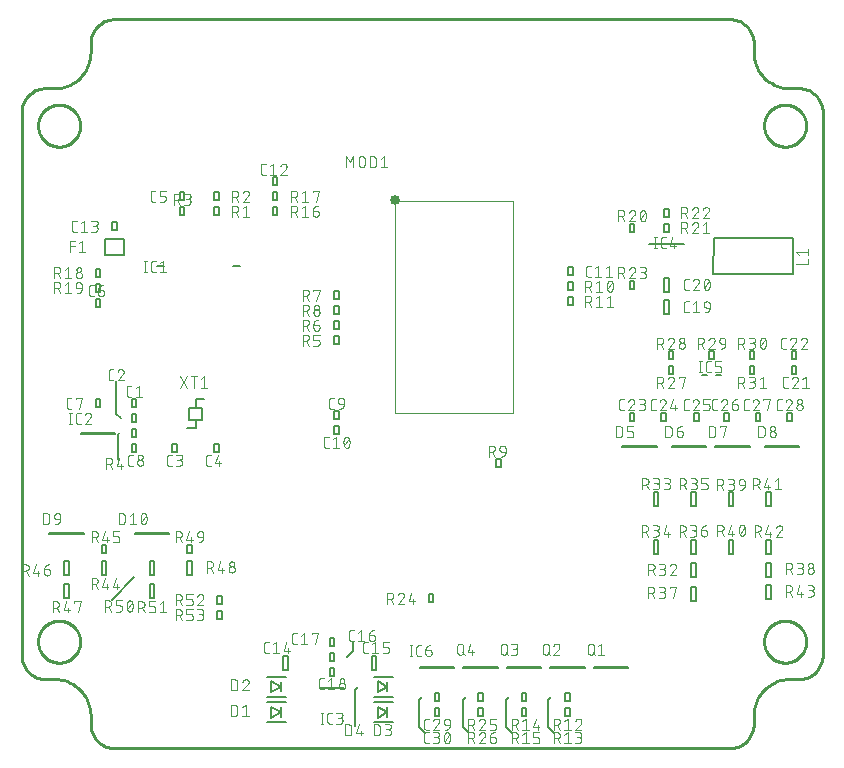
<source format=gbr>
G04 EAGLE Gerber RS-274X export*
G75*
%MOMM*%
%FSLAX34Y34*%
%LPD*%
%INSilkscreen Top*%
%IPPOS*%
%AMOC8*
5,1,8,0,0,1.08239X$1,22.5*%
G01*
%ADD10C,0.152400*%
%ADD11C,0.127000*%
%ADD12C,0.200000*%
%ADD13C,0.076200*%
%ADD14C,0.020000*%
%ADD15C,0.848525*%
%ADD16C,0.254000*%


D10*
X378460Y12700D02*
X373380Y17780D01*
X373380Y40640D01*
X375920Y43180D01*
X410210Y17780D02*
X415290Y12700D01*
X410210Y17780D02*
X410210Y40640D01*
X412750Y43180D01*
X445770Y17780D02*
X450850Y12700D01*
X445770Y17780D02*
X445770Y40640D01*
X448310Y43180D01*
X281940Y49530D02*
X281940Y19050D01*
X281940Y49530D02*
X284480Y52070D01*
D11*
X80010Y283210D02*
X80010Y311150D01*
X80010Y283210D02*
X83820Y279400D01*
X81280Y265430D02*
X81280Y245110D01*
X81280Y265430D02*
X82550Y266700D01*
D10*
X336550Y17780D02*
X341630Y12700D01*
X336550Y17780D02*
X336550Y40640D01*
X339090Y43180D01*
X280670Y82550D02*
X280670Y90170D01*
X280670Y82550D02*
X275590Y77470D01*
X95250Y144780D02*
X76200Y125730D01*
D12*
X93250Y295330D02*
X97250Y295330D01*
X97250Y288870D01*
X93250Y288870D01*
X93250Y295330D01*
D13*
X92994Y297561D02*
X90905Y297561D01*
X90816Y297563D01*
X90728Y297569D01*
X90640Y297578D01*
X90552Y297591D01*
X90465Y297608D01*
X90379Y297628D01*
X90294Y297653D01*
X90209Y297680D01*
X90126Y297712D01*
X90045Y297746D01*
X89965Y297785D01*
X89887Y297826D01*
X89810Y297871D01*
X89736Y297919D01*
X89663Y297970D01*
X89593Y298024D01*
X89526Y298082D01*
X89460Y298142D01*
X89398Y298204D01*
X89338Y298270D01*
X89280Y298337D01*
X89226Y298407D01*
X89175Y298480D01*
X89127Y298554D01*
X89082Y298631D01*
X89041Y298709D01*
X89002Y298789D01*
X88968Y298870D01*
X88936Y298953D01*
X88909Y299038D01*
X88884Y299123D01*
X88864Y299209D01*
X88847Y299296D01*
X88834Y299384D01*
X88825Y299472D01*
X88819Y299560D01*
X88817Y299649D01*
X88817Y304871D01*
X88819Y304962D01*
X88825Y305053D01*
X88835Y305144D01*
X88849Y305234D01*
X88866Y305323D01*
X88888Y305411D01*
X88914Y305499D01*
X88943Y305585D01*
X88976Y305670D01*
X89013Y305753D01*
X89053Y305835D01*
X89097Y305915D01*
X89144Y305993D01*
X89195Y306069D01*
X89248Y306142D01*
X89305Y306213D01*
X89366Y306282D01*
X89429Y306347D01*
X89494Y306410D01*
X89563Y306470D01*
X89634Y306528D01*
X89707Y306581D01*
X89783Y306632D01*
X89861Y306679D01*
X89941Y306723D01*
X90023Y306763D01*
X90106Y306800D01*
X90191Y306833D01*
X90277Y306862D01*
X90365Y306888D01*
X90453Y306910D01*
X90542Y306927D01*
X90632Y306941D01*
X90723Y306951D01*
X90814Y306957D01*
X90905Y306959D01*
X92994Y306959D01*
X96462Y304871D02*
X99073Y306959D01*
X99073Y297561D01*
X101683Y297561D02*
X96462Y297561D01*
D12*
X264700Y272470D02*
X268700Y272470D01*
X268700Y266010D01*
X264700Y266010D01*
X264700Y272470D01*
D13*
X259872Y254381D02*
X257783Y254381D01*
X257694Y254383D01*
X257606Y254389D01*
X257518Y254398D01*
X257430Y254411D01*
X257343Y254428D01*
X257257Y254448D01*
X257172Y254473D01*
X257087Y254500D01*
X257004Y254532D01*
X256923Y254566D01*
X256843Y254605D01*
X256765Y254646D01*
X256688Y254691D01*
X256614Y254739D01*
X256541Y254790D01*
X256471Y254844D01*
X256404Y254902D01*
X256338Y254962D01*
X256276Y255024D01*
X256216Y255090D01*
X256158Y255157D01*
X256104Y255227D01*
X256053Y255300D01*
X256005Y255374D01*
X255960Y255451D01*
X255919Y255529D01*
X255880Y255609D01*
X255846Y255690D01*
X255814Y255773D01*
X255787Y255858D01*
X255762Y255943D01*
X255742Y256029D01*
X255725Y256116D01*
X255712Y256204D01*
X255703Y256292D01*
X255697Y256380D01*
X255695Y256469D01*
X255695Y261691D01*
X255697Y261782D01*
X255703Y261873D01*
X255713Y261964D01*
X255727Y262054D01*
X255744Y262143D01*
X255766Y262231D01*
X255792Y262319D01*
X255821Y262405D01*
X255854Y262490D01*
X255891Y262573D01*
X255931Y262655D01*
X255975Y262735D01*
X256022Y262813D01*
X256073Y262889D01*
X256126Y262962D01*
X256183Y263033D01*
X256244Y263102D01*
X256307Y263167D01*
X256372Y263230D01*
X256441Y263290D01*
X256512Y263348D01*
X256585Y263401D01*
X256661Y263452D01*
X256739Y263499D01*
X256819Y263543D01*
X256901Y263583D01*
X256984Y263620D01*
X257069Y263653D01*
X257155Y263682D01*
X257243Y263708D01*
X257331Y263730D01*
X257420Y263747D01*
X257510Y263761D01*
X257601Y263771D01*
X257692Y263777D01*
X257783Y263779D01*
X259872Y263779D01*
X263340Y261691D02*
X265951Y263779D01*
X265951Y254381D01*
X268561Y254381D02*
X263340Y254381D01*
X272484Y259080D02*
X272486Y259265D01*
X272493Y259450D01*
X272504Y259634D01*
X272519Y259818D01*
X272539Y260002D01*
X272563Y260186D01*
X272592Y260368D01*
X272625Y260550D01*
X272662Y260731D01*
X272704Y260911D01*
X272750Y261091D01*
X272800Y261269D01*
X272854Y261445D01*
X272913Y261621D01*
X272975Y261795D01*
X273042Y261967D01*
X273113Y262138D01*
X273188Y262307D01*
X273267Y262474D01*
X273297Y262554D01*
X273330Y262633D01*
X273367Y262710D01*
X273407Y262786D01*
X273450Y262860D01*
X273496Y262932D01*
X273546Y263001D01*
X273598Y263069D01*
X273654Y263134D01*
X273712Y263197D01*
X273774Y263256D01*
X273837Y263314D01*
X273904Y263368D01*
X273972Y263419D01*
X274043Y263467D01*
X274116Y263512D01*
X274190Y263554D01*
X274267Y263592D01*
X274345Y263627D01*
X274424Y263659D01*
X274505Y263687D01*
X274587Y263711D01*
X274671Y263732D01*
X274754Y263749D01*
X274839Y263762D01*
X274924Y263771D01*
X275009Y263777D01*
X275095Y263779D01*
X275181Y263777D01*
X275266Y263771D01*
X275351Y263762D01*
X275436Y263749D01*
X275519Y263732D01*
X275603Y263711D01*
X275685Y263687D01*
X275766Y263659D01*
X275845Y263627D01*
X275923Y263592D01*
X276000Y263554D01*
X276074Y263512D01*
X276147Y263467D01*
X276218Y263419D01*
X276286Y263368D01*
X276353Y263314D01*
X276416Y263256D01*
X276478Y263197D01*
X276536Y263134D01*
X276592Y263069D01*
X276644Y263001D01*
X276694Y262932D01*
X276740Y262860D01*
X276783Y262786D01*
X276823Y262710D01*
X276860Y262633D01*
X276893Y262554D01*
X276923Y262474D01*
X277002Y262307D01*
X277077Y262138D01*
X277148Y261967D01*
X277215Y261795D01*
X277277Y261621D01*
X277336Y261445D01*
X277390Y261269D01*
X277440Y261091D01*
X277486Y260911D01*
X277528Y260731D01*
X277565Y260550D01*
X277598Y260368D01*
X277627Y260186D01*
X277651Y260002D01*
X277671Y259818D01*
X277686Y259634D01*
X277697Y259450D01*
X277704Y259265D01*
X277706Y259080D01*
X272484Y259080D02*
X272486Y258895D01*
X272493Y258710D01*
X272504Y258526D01*
X272519Y258342D01*
X272539Y258158D01*
X272563Y257974D01*
X272592Y257792D01*
X272625Y257610D01*
X272662Y257429D01*
X272704Y257249D01*
X272750Y257069D01*
X272800Y256891D01*
X272854Y256715D01*
X272913Y256539D01*
X272975Y256365D01*
X273042Y256193D01*
X273113Y256022D01*
X273188Y255853D01*
X273267Y255686D01*
X273297Y255606D01*
X273330Y255527D01*
X273367Y255450D01*
X273407Y255374D01*
X273450Y255300D01*
X273496Y255228D01*
X273546Y255159D01*
X273599Y255091D01*
X273654Y255026D01*
X273713Y254963D01*
X273774Y254904D01*
X273837Y254846D01*
X273904Y254792D01*
X273972Y254741D01*
X274043Y254693D01*
X274116Y254648D01*
X274190Y254606D01*
X274267Y254568D01*
X274345Y254533D01*
X274424Y254501D01*
X274505Y254473D01*
X274587Y254449D01*
X274671Y254428D01*
X274754Y254411D01*
X274839Y254398D01*
X274924Y254389D01*
X275009Y254383D01*
X275095Y254381D01*
X276923Y255686D02*
X277002Y255853D01*
X277077Y256022D01*
X277148Y256193D01*
X277215Y256365D01*
X277277Y256539D01*
X277336Y256715D01*
X277390Y256891D01*
X277440Y257069D01*
X277486Y257249D01*
X277528Y257429D01*
X277565Y257610D01*
X277598Y257792D01*
X277627Y257974D01*
X277651Y258158D01*
X277671Y258342D01*
X277686Y258526D01*
X277697Y258710D01*
X277704Y258895D01*
X277706Y259080D01*
X276923Y255686D02*
X276893Y255606D01*
X276860Y255527D01*
X276823Y255450D01*
X276783Y255374D01*
X276740Y255300D01*
X276694Y255228D01*
X276644Y255159D01*
X276592Y255091D01*
X276536Y255026D01*
X276478Y254963D01*
X276416Y254904D01*
X276353Y254846D01*
X276286Y254792D01*
X276218Y254741D01*
X276147Y254693D01*
X276074Y254648D01*
X276000Y254606D01*
X275923Y254568D01*
X275845Y254533D01*
X275766Y254501D01*
X275685Y254473D01*
X275603Y254449D01*
X275519Y254428D01*
X275436Y254411D01*
X275351Y254398D01*
X275266Y254389D01*
X275181Y254383D01*
X275095Y254381D01*
X273006Y256469D02*
X277183Y261691D01*
D12*
X462820Y400630D02*
X466820Y400630D01*
X462820Y400630D02*
X462820Y407090D01*
X466820Y407090D01*
X466820Y400630D01*
D13*
X480033Y399161D02*
X482122Y399161D01*
X480033Y399161D02*
X479944Y399163D01*
X479856Y399169D01*
X479768Y399178D01*
X479680Y399191D01*
X479593Y399208D01*
X479507Y399228D01*
X479422Y399253D01*
X479337Y399280D01*
X479254Y399312D01*
X479173Y399346D01*
X479093Y399385D01*
X479015Y399426D01*
X478938Y399471D01*
X478864Y399519D01*
X478791Y399570D01*
X478721Y399624D01*
X478654Y399682D01*
X478588Y399742D01*
X478526Y399804D01*
X478466Y399870D01*
X478408Y399937D01*
X478354Y400007D01*
X478303Y400080D01*
X478255Y400154D01*
X478210Y400231D01*
X478169Y400309D01*
X478130Y400389D01*
X478096Y400470D01*
X478064Y400553D01*
X478037Y400638D01*
X478012Y400723D01*
X477992Y400809D01*
X477975Y400896D01*
X477962Y400984D01*
X477953Y401072D01*
X477947Y401160D01*
X477945Y401249D01*
X477945Y406471D01*
X477947Y406562D01*
X477953Y406653D01*
X477963Y406744D01*
X477977Y406834D01*
X477994Y406923D01*
X478016Y407011D01*
X478042Y407099D01*
X478071Y407185D01*
X478104Y407270D01*
X478141Y407353D01*
X478181Y407435D01*
X478225Y407515D01*
X478272Y407593D01*
X478323Y407669D01*
X478376Y407742D01*
X478433Y407813D01*
X478494Y407882D01*
X478557Y407947D01*
X478622Y408010D01*
X478691Y408070D01*
X478762Y408128D01*
X478835Y408181D01*
X478911Y408232D01*
X478989Y408279D01*
X479069Y408323D01*
X479151Y408363D01*
X479234Y408400D01*
X479319Y408433D01*
X479405Y408462D01*
X479493Y408488D01*
X479581Y408510D01*
X479670Y408527D01*
X479760Y408541D01*
X479851Y408551D01*
X479942Y408557D01*
X480033Y408559D01*
X482122Y408559D01*
X485590Y406471D02*
X488201Y408559D01*
X488201Y399161D01*
X490811Y399161D02*
X485590Y399161D01*
X494734Y406471D02*
X497345Y408559D01*
X497345Y399161D01*
X499955Y399161D02*
X494734Y399161D01*
D12*
X216630Y476830D02*
X212630Y476830D01*
X212630Y483290D01*
X216630Y483290D01*
X216630Y476830D01*
D13*
X206532Y485521D02*
X204443Y485521D01*
X204354Y485523D01*
X204266Y485529D01*
X204178Y485538D01*
X204090Y485551D01*
X204003Y485568D01*
X203917Y485588D01*
X203832Y485613D01*
X203747Y485640D01*
X203664Y485672D01*
X203583Y485706D01*
X203503Y485745D01*
X203425Y485786D01*
X203348Y485831D01*
X203274Y485879D01*
X203201Y485930D01*
X203131Y485984D01*
X203064Y486042D01*
X202998Y486102D01*
X202936Y486164D01*
X202876Y486230D01*
X202818Y486297D01*
X202764Y486367D01*
X202713Y486440D01*
X202665Y486514D01*
X202620Y486591D01*
X202579Y486669D01*
X202540Y486749D01*
X202506Y486830D01*
X202474Y486913D01*
X202447Y486998D01*
X202422Y487083D01*
X202402Y487169D01*
X202385Y487256D01*
X202372Y487344D01*
X202363Y487432D01*
X202357Y487520D01*
X202355Y487609D01*
X202355Y492831D01*
X202357Y492922D01*
X202363Y493013D01*
X202373Y493104D01*
X202387Y493194D01*
X202404Y493283D01*
X202426Y493371D01*
X202452Y493459D01*
X202481Y493545D01*
X202514Y493630D01*
X202551Y493713D01*
X202591Y493795D01*
X202635Y493875D01*
X202682Y493953D01*
X202733Y494029D01*
X202786Y494102D01*
X202843Y494173D01*
X202904Y494242D01*
X202967Y494307D01*
X203032Y494370D01*
X203101Y494430D01*
X203172Y494488D01*
X203245Y494541D01*
X203321Y494592D01*
X203399Y494639D01*
X203479Y494683D01*
X203561Y494723D01*
X203644Y494760D01*
X203729Y494793D01*
X203815Y494822D01*
X203903Y494848D01*
X203991Y494870D01*
X204080Y494887D01*
X204170Y494901D01*
X204261Y494911D01*
X204352Y494917D01*
X204443Y494919D01*
X206532Y494919D01*
X210000Y492831D02*
X212611Y494919D01*
X212611Y485521D01*
X215221Y485521D02*
X210000Y485521D01*
X222016Y494920D02*
X222111Y494918D01*
X222205Y494912D01*
X222299Y494903D01*
X222393Y494890D01*
X222486Y494873D01*
X222578Y494852D01*
X222670Y494827D01*
X222760Y494799D01*
X222849Y494767D01*
X222937Y494732D01*
X223023Y494693D01*
X223108Y494651D01*
X223191Y494605D01*
X223272Y494556D01*
X223351Y494504D01*
X223428Y494449D01*
X223502Y494390D01*
X223574Y494329D01*
X223644Y494265D01*
X223711Y494198D01*
X223775Y494128D01*
X223836Y494056D01*
X223895Y493982D01*
X223950Y493905D01*
X224002Y493826D01*
X224051Y493745D01*
X224097Y493662D01*
X224139Y493577D01*
X224178Y493491D01*
X224213Y493403D01*
X224245Y493314D01*
X224273Y493224D01*
X224298Y493132D01*
X224319Y493040D01*
X224336Y492947D01*
X224349Y492853D01*
X224358Y492759D01*
X224364Y492665D01*
X224366Y492570D01*
X222016Y494919D02*
X221908Y494917D01*
X221799Y494911D01*
X221691Y494901D01*
X221584Y494888D01*
X221477Y494870D01*
X221370Y494849D01*
X221265Y494824D01*
X221160Y494795D01*
X221057Y494763D01*
X220955Y494726D01*
X220854Y494686D01*
X220755Y494643D01*
X220657Y494596D01*
X220561Y494545D01*
X220467Y494491D01*
X220375Y494434D01*
X220285Y494373D01*
X220197Y494309D01*
X220112Y494243D01*
X220029Y494173D01*
X219949Y494100D01*
X219871Y494024D01*
X219796Y493946D01*
X219724Y493865D01*
X219655Y493781D01*
X219589Y493695D01*
X219526Y493607D01*
X219467Y493516D01*
X219410Y493424D01*
X219357Y493329D01*
X219308Y493233D01*
X219262Y493134D01*
X219219Y493035D01*
X219180Y492933D01*
X219145Y492831D01*
X223583Y490742D02*
X223652Y490811D01*
X223718Y490882D01*
X223782Y490955D01*
X223843Y491031D01*
X223901Y491110D01*
X223955Y491190D01*
X224007Y491273D01*
X224055Y491357D01*
X224101Y491443D01*
X224142Y491531D01*
X224181Y491621D01*
X224216Y491712D01*
X224247Y491804D01*
X224275Y491897D01*
X224299Y491991D01*
X224319Y492086D01*
X224336Y492182D01*
X224349Y492279D01*
X224358Y492376D01*
X224364Y492473D01*
X224366Y492570D01*
X223582Y490742D02*
X219144Y485521D01*
X224365Y485521D01*
D12*
X225520Y78390D02*
X221520Y78390D01*
X225520Y78390D02*
X225520Y66390D01*
X221520Y66390D01*
X221520Y78390D01*
D13*
X209222Y80621D02*
X207133Y80621D01*
X207044Y80623D01*
X206956Y80629D01*
X206868Y80638D01*
X206780Y80651D01*
X206693Y80668D01*
X206607Y80688D01*
X206522Y80713D01*
X206437Y80740D01*
X206354Y80772D01*
X206273Y80806D01*
X206193Y80845D01*
X206115Y80886D01*
X206038Y80931D01*
X205964Y80979D01*
X205891Y81030D01*
X205821Y81084D01*
X205754Y81142D01*
X205688Y81202D01*
X205626Y81264D01*
X205566Y81330D01*
X205508Y81397D01*
X205454Y81467D01*
X205403Y81540D01*
X205355Y81614D01*
X205310Y81691D01*
X205269Y81769D01*
X205230Y81849D01*
X205196Y81930D01*
X205164Y82013D01*
X205137Y82098D01*
X205112Y82183D01*
X205092Y82269D01*
X205075Y82356D01*
X205062Y82444D01*
X205053Y82532D01*
X205047Y82620D01*
X205045Y82709D01*
X205045Y87931D01*
X205047Y88022D01*
X205053Y88113D01*
X205063Y88204D01*
X205077Y88294D01*
X205094Y88383D01*
X205116Y88471D01*
X205142Y88559D01*
X205171Y88645D01*
X205204Y88730D01*
X205241Y88813D01*
X205281Y88895D01*
X205325Y88975D01*
X205372Y89053D01*
X205423Y89129D01*
X205476Y89202D01*
X205533Y89273D01*
X205594Y89342D01*
X205657Y89407D01*
X205722Y89470D01*
X205791Y89530D01*
X205862Y89588D01*
X205935Y89641D01*
X206011Y89692D01*
X206089Y89739D01*
X206169Y89783D01*
X206251Y89823D01*
X206334Y89860D01*
X206419Y89893D01*
X206505Y89922D01*
X206593Y89948D01*
X206681Y89970D01*
X206770Y89987D01*
X206860Y90001D01*
X206951Y90011D01*
X207042Y90017D01*
X207133Y90019D01*
X209222Y90019D01*
X212690Y87931D02*
X215301Y90019D01*
X215301Y80621D01*
X217911Y80621D02*
X212690Y80621D01*
X221834Y82709D02*
X223923Y90019D01*
X221834Y82709D02*
X227055Y82709D01*
X225489Y84798D02*
X225489Y80621D01*
D12*
X296450Y78390D02*
X300450Y78390D01*
X300450Y66390D01*
X296450Y66390D01*
X296450Y78390D01*
D13*
X293042Y80621D02*
X290953Y80621D01*
X290864Y80623D01*
X290776Y80629D01*
X290688Y80638D01*
X290600Y80651D01*
X290513Y80668D01*
X290427Y80688D01*
X290342Y80713D01*
X290257Y80740D01*
X290174Y80772D01*
X290093Y80806D01*
X290013Y80845D01*
X289935Y80886D01*
X289858Y80931D01*
X289784Y80979D01*
X289711Y81030D01*
X289641Y81084D01*
X289574Y81142D01*
X289508Y81202D01*
X289446Y81264D01*
X289386Y81330D01*
X289328Y81397D01*
X289274Y81467D01*
X289223Y81540D01*
X289175Y81614D01*
X289130Y81691D01*
X289089Y81769D01*
X289050Y81849D01*
X289016Y81930D01*
X288984Y82013D01*
X288957Y82098D01*
X288932Y82183D01*
X288912Y82269D01*
X288895Y82356D01*
X288882Y82444D01*
X288873Y82532D01*
X288867Y82620D01*
X288865Y82709D01*
X288865Y87931D01*
X288867Y88022D01*
X288873Y88113D01*
X288883Y88204D01*
X288897Y88294D01*
X288914Y88383D01*
X288936Y88471D01*
X288962Y88559D01*
X288991Y88645D01*
X289024Y88730D01*
X289061Y88813D01*
X289101Y88895D01*
X289145Y88975D01*
X289192Y89053D01*
X289243Y89129D01*
X289296Y89202D01*
X289353Y89273D01*
X289414Y89342D01*
X289477Y89407D01*
X289542Y89470D01*
X289611Y89530D01*
X289682Y89588D01*
X289755Y89641D01*
X289831Y89692D01*
X289909Y89739D01*
X289989Y89783D01*
X290071Y89823D01*
X290154Y89860D01*
X290239Y89893D01*
X290325Y89922D01*
X290413Y89948D01*
X290501Y89970D01*
X290590Y89987D01*
X290680Y90001D01*
X290771Y90011D01*
X290862Y90017D01*
X290953Y90019D01*
X293042Y90019D01*
X296510Y87931D02*
X299121Y90019D01*
X299121Y80621D01*
X301731Y80621D02*
X296510Y80621D01*
X305654Y80621D02*
X308787Y80621D01*
X308876Y80623D01*
X308964Y80629D01*
X309052Y80638D01*
X309140Y80651D01*
X309227Y80668D01*
X309313Y80688D01*
X309398Y80713D01*
X309483Y80740D01*
X309566Y80772D01*
X309647Y80806D01*
X309727Y80845D01*
X309805Y80886D01*
X309882Y80931D01*
X309956Y80979D01*
X310029Y81030D01*
X310099Y81084D01*
X310166Y81142D01*
X310232Y81202D01*
X310294Y81264D01*
X310354Y81330D01*
X310412Y81397D01*
X310466Y81467D01*
X310517Y81540D01*
X310565Y81614D01*
X310610Y81691D01*
X310651Y81769D01*
X310690Y81849D01*
X310724Y81930D01*
X310756Y82013D01*
X310783Y82098D01*
X310808Y82183D01*
X310828Y82269D01*
X310845Y82356D01*
X310858Y82444D01*
X310867Y82532D01*
X310873Y82620D01*
X310875Y82709D01*
X310875Y83754D01*
X310873Y83843D01*
X310867Y83931D01*
X310858Y84019D01*
X310845Y84107D01*
X310828Y84194D01*
X310808Y84280D01*
X310783Y84365D01*
X310756Y84450D01*
X310724Y84533D01*
X310690Y84614D01*
X310651Y84694D01*
X310610Y84772D01*
X310565Y84849D01*
X310517Y84923D01*
X310466Y84996D01*
X310412Y85066D01*
X310354Y85133D01*
X310294Y85199D01*
X310232Y85261D01*
X310166Y85321D01*
X310099Y85379D01*
X310029Y85433D01*
X309956Y85484D01*
X309882Y85532D01*
X309805Y85577D01*
X309727Y85618D01*
X309647Y85657D01*
X309566Y85691D01*
X309483Y85723D01*
X309398Y85750D01*
X309313Y85775D01*
X309227Y85795D01*
X309140Y85812D01*
X309052Y85825D01*
X308964Y85834D01*
X308876Y85840D01*
X308787Y85842D01*
X305654Y85842D01*
X305654Y90019D01*
X310875Y90019D01*
D12*
X264890Y80700D02*
X260890Y80700D01*
X264890Y80700D02*
X264890Y74240D01*
X260890Y74240D01*
X260890Y80700D01*
D13*
X279373Y90551D02*
X281462Y90551D01*
X279373Y90551D02*
X279284Y90553D01*
X279196Y90559D01*
X279108Y90568D01*
X279020Y90581D01*
X278933Y90598D01*
X278847Y90618D01*
X278762Y90643D01*
X278677Y90670D01*
X278594Y90702D01*
X278513Y90736D01*
X278433Y90775D01*
X278355Y90816D01*
X278278Y90861D01*
X278204Y90909D01*
X278131Y90960D01*
X278061Y91014D01*
X277994Y91072D01*
X277928Y91132D01*
X277866Y91194D01*
X277806Y91260D01*
X277748Y91327D01*
X277694Y91397D01*
X277643Y91470D01*
X277595Y91544D01*
X277550Y91621D01*
X277509Y91699D01*
X277470Y91779D01*
X277436Y91860D01*
X277404Y91943D01*
X277377Y92028D01*
X277352Y92113D01*
X277332Y92199D01*
X277315Y92286D01*
X277302Y92374D01*
X277293Y92462D01*
X277287Y92550D01*
X277285Y92639D01*
X277285Y97861D01*
X277287Y97952D01*
X277293Y98043D01*
X277303Y98134D01*
X277317Y98224D01*
X277334Y98313D01*
X277356Y98401D01*
X277382Y98489D01*
X277411Y98575D01*
X277444Y98660D01*
X277481Y98743D01*
X277521Y98825D01*
X277565Y98905D01*
X277612Y98983D01*
X277663Y99059D01*
X277716Y99132D01*
X277773Y99203D01*
X277834Y99272D01*
X277897Y99337D01*
X277962Y99400D01*
X278031Y99460D01*
X278102Y99518D01*
X278175Y99571D01*
X278251Y99622D01*
X278329Y99669D01*
X278409Y99713D01*
X278491Y99753D01*
X278574Y99790D01*
X278659Y99823D01*
X278745Y99852D01*
X278833Y99878D01*
X278921Y99900D01*
X279010Y99917D01*
X279100Y99931D01*
X279191Y99941D01*
X279282Y99947D01*
X279373Y99949D01*
X281462Y99949D01*
X284930Y97861D02*
X287541Y99949D01*
X287541Y90551D01*
X290151Y90551D02*
X284930Y90551D01*
X294074Y95772D02*
X297207Y95772D01*
X297296Y95770D01*
X297384Y95764D01*
X297472Y95755D01*
X297560Y95742D01*
X297647Y95725D01*
X297733Y95705D01*
X297818Y95680D01*
X297903Y95653D01*
X297986Y95621D01*
X298067Y95587D01*
X298147Y95548D01*
X298225Y95507D01*
X298302Y95462D01*
X298376Y95414D01*
X298449Y95363D01*
X298519Y95309D01*
X298586Y95251D01*
X298652Y95191D01*
X298714Y95129D01*
X298774Y95063D01*
X298832Y94996D01*
X298886Y94926D01*
X298937Y94853D01*
X298985Y94779D01*
X299030Y94702D01*
X299071Y94624D01*
X299110Y94544D01*
X299144Y94463D01*
X299176Y94380D01*
X299203Y94295D01*
X299228Y94210D01*
X299248Y94124D01*
X299265Y94037D01*
X299278Y93949D01*
X299287Y93861D01*
X299293Y93773D01*
X299295Y93684D01*
X299295Y93162D01*
X299296Y93162D02*
X299294Y93061D01*
X299288Y92960D01*
X299278Y92859D01*
X299265Y92759D01*
X299247Y92659D01*
X299226Y92560D01*
X299200Y92462D01*
X299171Y92365D01*
X299139Y92269D01*
X299102Y92175D01*
X299062Y92082D01*
X299018Y91990D01*
X298971Y91901D01*
X298920Y91813D01*
X298866Y91727D01*
X298809Y91644D01*
X298749Y91562D01*
X298685Y91484D01*
X298619Y91407D01*
X298549Y91334D01*
X298477Y91263D01*
X298402Y91195D01*
X298324Y91130D01*
X298244Y91068D01*
X298162Y91009D01*
X298077Y90953D01*
X297990Y90901D01*
X297902Y90852D01*
X297811Y90806D01*
X297719Y90765D01*
X297625Y90726D01*
X297530Y90692D01*
X297434Y90661D01*
X297336Y90634D01*
X297238Y90610D01*
X297138Y90591D01*
X297038Y90575D01*
X296938Y90563D01*
X296837Y90555D01*
X296736Y90551D01*
X296634Y90551D01*
X296533Y90555D01*
X296432Y90563D01*
X296332Y90575D01*
X296232Y90591D01*
X296132Y90610D01*
X296034Y90634D01*
X295936Y90661D01*
X295840Y90692D01*
X295745Y90726D01*
X295651Y90765D01*
X295559Y90806D01*
X295468Y90852D01*
X295380Y90901D01*
X295293Y90953D01*
X295208Y91009D01*
X295126Y91068D01*
X295046Y91130D01*
X294968Y91195D01*
X294893Y91263D01*
X294821Y91334D01*
X294751Y91407D01*
X294685Y91484D01*
X294621Y91562D01*
X294561Y91644D01*
X294504Y91727D01*
X294450Y91813D01*
X294399Y91901D01*
X294352Y91990D01*
X294308Y92082D01*
X294268Y92175D01*
X294231Y92269D01*
X294199Y92365D01*
X294170Y92462D01*
X294144Y92560D01*
X294123Y92659D01*
X294105Y92759D01*
X294092Y92859D01*
X294082Y92960D01*
X294076Y93061D01*
X294074Y93162D01*
X294074Y95772D01*
X294076Y95901D01*
X294082Y96029D01*
X294092Y96157D01*
X294106Y96285D01*
X294123Y96413D01*
X294145Y96540D01*
X294171Y96666D01*
X294200Y96791D01*
X294233Y96915D01*
X294271Y97038D01*
X294311Y97160D01*
X294356Y97281D01*
X294404Y97400D01*
X294456Y97518D01*
X294512Y97634D01*
X294571Y97748D01*
X294634Y97860D01*
X294700Y97971D01*
X294769Y98079D01*
X294842Y98185D01*
X294918Y98289D01*
X294997Y98391D01*
X295079Y98490D01*
X295164Y98586D01*
X295252Y98680D01*
X295343Y98771D01*
X295437Y98859D01*
X295533Y98944D01*
X295632Y99026D01*
X295734Y99105D01*
X295838Y99181D01*
X295944Y99254D01*
X296052Y99323D01*
X296162Y99389D01*
X296275Y99452D01*
X296389Y99511D01*
X296505Y99567D01*
X296623Y99619D01*
X296742Y99667D01*
X296863Y99712D01*
X296985Y99752D01*
X297108Y99790D01*
X297232Y99823D01*
X297357Y99852D01*
X297483Y99878D01*
X297610Y99900D01*
X297738Y99917D01*
X297866Y99931D01*
X297994Y99941D01*
X298122Y99947D01*
X298251Y99949D01*
D12*
X264890Y93400D02*
X260890Y93400D01*
X264890Y93400D02*
X264890Y86940D01*
X260890Y86940D01*
X260890Y93400D01*
D13*
X233202Y88011D02*
X231113Y88011D01*
X231024Y88013D01*
X230936Y88019D01*
X230848Y88028D01*
X230760Y88041D01*
X230673Y88058D01*
X230587Y88078D01*
X230502Y88103D01*
X230417Y88130D01*
X230334Y88162D01*
X230253Y88196D01*
X230173Y88235D01*
X230095Y88276D01*
X230018Y88321D01*
X229944Y88369D01*
X229871Y88420D01*
X229801Y88474D01*
X229734Y88532D01*
X229668Y88592D01*
X229606Y88654D01*
X229546Y88720D01*
X229488Y88787D01*
X229434Y88857D01*
X229383Y88930D01*
X229335Y89004D01*
X229290Y89081D01*
X229249Y89159D01*
X229210Y89239D01*
X229176Y89320D01*
X229144Y89403D01*
X229117Y89488D01*
X229092Y89573D01*
X229072Y89659D01*
X229055Y89746D01*
X229042Y89834D01*
X229033Y89922D01*
X229027Y90010D01*
X229025Y90099D01*
X229025Y95321D01*
X229027Y95412D01*
X229033Y95503D01*
X229043Y95594D01*
X229057Y95684D01*
X229074Y95773D01*
X229096Y95861D01*
X229122Y95949D01*
X229151Y96035D01*
X229184Y96120D01*
X229221Y96203D01*
X229261Y96285D01*
X229305Y96365D01*
X229352Y96443D01*
X229403Y96519D01*
X229456Y96592D01*
X229513Y96663D01*
X229574Y96732D01*
X229637Y96797D01*
X229702Y96860D01*
X229771Y96920D01*
X229842Y96978D01*
X229915Y97031D01*
X229991Y97082D01*
X230069Y97129D01*
X230149Y97173D01*
X230231Y97213D01*
X230314Y97250D01*
X230399Y97283D01*
X230485Y97312D01*
X230573Y97338D01*
X230661Y97360D01*
X230750Y97377D01*
X230840Y97391D01*
X230931Y97401D01*
X231022Y97407D01*
X231113Y97409D01*
X233202Y97409D01*
X236670Y95321D02*
X239281Y97409D01*
X239281Y88011D01*
X241891Y88011D02*
X236670Y88011D01*
X245814Y96365D02*
X245814Y97409D01*
X251035Y97409D01*
X248425Y88011D01*
D12*
X260890Y68000D02*
X264890Y68000D01*
X264890Y61540D01*
X260890Y61540D01*
X260890Y68000D01*
D13*
X256062Y49911D02*
X253973Y49911D01*
X253884Y49913D01*
X253796Y49919D01*
X253708Y49928D01*
X253620Y49941D01*
X253533Y49958D01*
X253447Y49978D01*
X253362Y50003D01*
X253277Y50030D01*
X253194Y50062D01*
X253113Y50096D01*
X253033Y50135D01*
X252955Y50176D01*
X252878Y50221D01*
X252804Y50269D01*
X252731Y50320D01*
X252661Y50374D01*
X252594Y50432D01*
X252528Y50492D01*
X252466Y50554D01*
X252406Y50620D01*
X252348Y50687D01*
X252294Y50757D01*
X252243Y50830D01*
X252195Y50904D01*
X252150Y50981D01*
X252109Y51059D01*
X252070Y51139D01*
X252036Y51220D01*
X252004Y51303D01*
X251977Y51388D01*
X251952Y51473D01*
X251932Y51559D01*
X251915Y51646D01*
X251902Y51734D01*
X251893Y51822D01*
X251887Y51910D01*
X251885Y51999D01*
X251885Y57221D01*
X251887Y57312D01*
X251893Y57403D01*
X251903Y57494D01*
X251917Y57584D01*
X251934Y57673D01*
X251956Y57761D01*
X251982Y57849D01*
X252011Y57935D01*
X252044Y58020D01*
X252081Y58103D01*
X252121Y58185D01*
X252165Y58265D01*
X252212Y58343D01*
X252263Y58419D01*
X252316Y58492D01*
X252373Y58563D01*
X252434Y58632D01*
X252497Y58697D01*
X252562Y58760D01*
X252631Y58820D01*
X252702Y58878D01*
X252775Y58931D01*
X252851Y58982D01*
X252929Y59029D01*
X253009Y59073D01*
X253091Y59113D01*
X253174Y59150D01*
X253259Y59183D01*
X253345Y59212D01*
X253433Y59238D01*
X253521Y59260D01*
X253610Y59277D01*
X253700Y59291D01*
X253791Y59301D01*
X253882Y59307D01*
X253973Y59309D01*
X256062Y59309D01*
X259530Y57221D02*
X262141Y59309D01*
X262141Y49911D01*
X264751Y49911D02*
X259530Y49911D01*
X268674Y52522D02*
X268676Y52623D01*
X268682Y52724D01*
X268692Y52825D01*
X268705Y52925D01*
X268723Y53025D01*
X268744Y53124D01*
X268770Y53222D01*
X268799Y53319D01*
X268831Y53415D01*
X268868Y53509D01*
X268908Y53602D01*
X268952Y53694D01*
X268999Y53783D01*
X269050Y53871D01*
X269104Y53957D01*
X269161Y54040D01*
X269221Y54122D01*
X269285Y54200D01*
X269351Y54277D01*
X269421Y54350D01*
X269493Y54421D01*
X269568Y54489D01*
X269646Y54554D01*
X269726Y54616D01*
X269808Y54675D01*
X269893Y54731D01*
X269980Y54783D01*
X270068Y54832D01*
X270159Y54878D01*
X270251Y54919D01*
X270345Y54958D01*
X270440Y54992D01*
X270536Y55023D01*
X270634Y55050D01*
X270732Y55074D01*
X270832Y55093D01*
X270932Y55109D01*
X271032Y55121D01*
X271133Y55129D01*
X271234Y55133D01*
X271336Y55133D01*
X271437Y55129D01*
X271538Y55121D01*
X271638Y55109D01*
X271738Y55093D01*
X271838Y55074D01*
X271936Y55050D01*
X272034Y55023D01*
X272130Y54992D01*
X272225Y54958D01*
X272319Y54919D01*
X272411Y54878D01*
X272502Y54832D01*
X272591Y54783D01*
X272677Y54731D01*
X272762Y54675D01*
X272844Y54616D01*
X272924Y54554D01*
X273002Y54489D01*
X273077Y54421D01*
X273149Y54350D01*
X273219Y54277D01*
X273285Y54200D01*
X273349Y54122D01*
X273409Y54040D01*
X273466Y53957D01*
X273520Y53871D01*
X273571Y53783D01*
X273618Y53694D01*
X273662Y53602D01*
X273702Y53509D01*
X273739Y53415D01*
X273771Y53319D01*
X273800Y53222D01*
X273826Y53124D01*
X273847Y53025D01*
X273865Y52925D01*
X273878Y52825D01*
X273888Y52724D01*
X273894Y52623D01*
X273896Y52522D01*
X273894Y52421D01*
X273888Y52320D01*
X273878Y52219D01*
X273865Y52119D01*
X273847Y52019D01*
X273826Y51920D01*
X273800Y51822D01*
X273771Y51725D01*
X273739Y51629D01*
X273702Y51535D01*
X273662Y51442D01*
X273618Y51350D01*
X273571Y51261D01*
X273520Y51173D01*
X273466Y51087D01*
X273409Y51004D01*
X273349Y50922D01*
X273285Y50844D01*
X273219Y50767D01*
X273149Y50694D01*
X273077Y50623D01*
X273002Y50555D01*
X272924Y50490D01*
X272844Y50428D01*
X272762Y50369D01*
X272677Y50313D01*
X272590Y50261D01*
X272502Y50212D01*
X272411Y50166D01*
X272319Y50125D01*
X272225Y50086D01*
X272130Y50052D01*
X272034Y50021D01*
X271936Y49994D01*
X271838Y49970D01*
X271738Y49951D01*
X271638Y49935D01*
X271538Y49923D01*
X271437Y49915D01*
X271336Y49911D01*
X271234Y49911D01*
X271133Y49915D01*
X271032Y49923D01*
X270932Y49935D01*
X270832Y49951D01*
X270732Y49970D01*
X270634Y49994D01*
X270536Y50021D01*
X270440Y50052D01*
X270345Y50086D01*
X270251Y50125D01*
X270159Y50166D01*
X270068Y50212D01*
X269980Y50261D01*
X269893Y50313D01*
X269808Y50369D01*
X269726Y50428D01*
X269646Y50490D01*
X269568Y50555D01*
X269493Y50623D01*
X269421Y50694D01*
X269351Y50767D01*
X269285Y50844D01*
X269221Y50922D01*
X269161Y51004D01*
X269104Y51087D01*
X269050Y51173D01*
X268999Y51261D01*
X268952Y51350D01*
X268908Y51442D01*
X268868Y51535D01*
X268831Y51629D01*
X268799Y51725D01*
X268770Y51822D01*
X268744Y51920D01*
X268723Y52019D01*
X268705Y52119D01*
X268692Y52219D01*
X268682Y52320D01*
X268676Y52421D01*
X268674Y52522D01*
X269197Y57221D02*
X269199Y57311D01*
X269205Y57400D01*
X269214Y57490D01*
X269228Y57579D01*
X269245Y57667D01*
X269266Y57754D01*
X269291Y57841D01*
X269320Y57926D01*
X269352Y58010D01*
X269387Y58092D01*
X269427Y58173D01*
X269469Y58252D01*
X269515Y58329D01*
X269565Y58404D01*
X269617Y58477D01*
X269673Y58548D01*
X269731Y58616D01*
X269793Y58681D01*
X269857Y58744D01*
X269924Y58804D01*
X269993Y58861D01*
X270065Y58915D01*
X270139Y58966D01*
X270215Y59014D01*
X270293Y59058D01*
X270373Y59099D01*
X270455Y59137D01*
X270538Y59171D01*
X270623Y59201D01*
X270709Y59228D01*
X270795Y59251D01*
X270883Y59270D01*
X270972Y59285D01*
X271061Y59297D01*
X271150Y59305D01*
X271240Y59309D01*
X271330Y59309D01*
X271420Y59305D01*
X271509Y59297D01*
X271598Y59285D01*
X271687Y59270D01*
X271775Y59251D01*
X271861Y59228D01*
X271947Y59201D01*
X272032Y59171D01*
X272115Y59137D01*
X272197Y59099D01*
X272277Y59058D01*
X272355Y59014D01*
X272431Y58966D01*
X272505Y58915D01*
X272577Y58861D01*
X272646Y58804D01*
X272713Y58744D01*
X272777Y58681D01*
X272839Y58616D01*
X272897Y58548D01*
X272953Y58477D01*
X273005Y58404D01*
X273055Y58329D01*
X273101Y58252D01*
X273143Y58173D01*
X273183Y58092D01*
X273218Y58010D01*
X273250Y57926D01*
X273279Y57841D01*
X273304Y57754D01*
X273325Y57667D01*
X273342Y57579D01*
X273356Y57490D01*
X273365Y57400D01*
X273371Y57311D01*
X273373Y57221D01*
X273371Y57131D01*
X273365Y57042D01*
X273356Y56952D01*
X273342Y56863D01*
X273325Y56775D01*
X273304Y56688D01*
X273279Y56601D01*
X273250Y56516D01*
X273218Y56432D01*
X273183Y56350D01*
X273143Y56269D01*
X273101Y56190D01*
X273055Y56113D01*
X273005Y56038D01*
X272953Y55965D01*
X272897Y55894D01*
X272839Y55826D01*
X272777Y55761D01*
X272713Y55698D01*
X272646Y55638D01*
X272577Y55581D01*
X272505Y55527D01*
X272431Y55476D01*
X272355Y55428D01*
X272277Y55384D01*
X272197Y55343D01*
X272115Y55305D01*
X272032Y55271D01*
X271947Y55241D01*
X271861Y55214D01*
X271775Y55191D01*
X271687Y55172D01*
X271598Y55157D01*
X271509Y55145D01*
X271420Y55137D01*
X271330Y55133D01*
X271240Y55133D01*
X271150Y55137D01*
X271061Y55145D01*
X270972Y55157D01*
X270883Y55172D01*
X270795Y55191D01*
X270709Y55214D01*
X270623Y55241D01*
X270538Y55271D01*
X270455Y55305D01*
X270373Y55343D01*
X270293Y55384D01*
X270215Y55428D01*
X270139Y55476D01*
X270065Y55527D01*
X269993Y55581D01*
X269924Y55638D01*
X269857Y55698D01*
X269793Y55761D01*
X269731Y55826D01*
X269673Y55894D01*
X269617Y55965D01*
X269565Y56038D01*
X269515Y56113D01*
X269469Y56190D01*
X269427Y56269D01*
X269387Y56350D01*
X269352Y56432D01*
X269320Y56516D01*
X269291Y56601D01*
X269266Y56688D01*
X269245Y56775D01*
X269228Y56863D01*
X269214Y56952D01*
X269205Y57042D01*
X269199Y57131D01*
X269197Y57221D01*
D12*
X652050Y316810D02*
X656050Y316810D01*
X652050Y316810D02*
X652050Y323270D01*
X656050Y323270D01*
X656050Y316810D01*
D13*
X648492Y305181D02*
X646403Y305181D01*
X646314Y305183D01*
X646226Y305189D01*
X646138Y305198D01*
X646050Y305211D01*
X645963Y305228D01*
X645877Y305248D01*
X645792Y305273D01*
X645707Y305300D01*
X645624Y305332D01*
X645543Y305366D01*
X645463Y305405D01*
X645385Y305446D01*
X645308Y305491D01*
X645234Y305539D01*
X645161Y305590D01*
X645091Y305644D01*
X645024Y305702D01*
X644958Y305762D01*
X644896Y305824D01*
X644836Y305890D01*
X644778Y305957D01*
X644724Y306027D01*
X644673Y306100D01*
X644625Y306174D01*
X644580Y306251D01*
X644539Y306329D01*
X644500Y306409D01*
X644466Y306490D01*
X644434Y306573D01*
X644407Y306658D01*
X644382Y306743D01*
X644362Y306829D01*
X644345Y306916D01*
X644332Y307004D01*
X644323Y307092D01*
X644317Y307180D01*
X644315Y307269D01*
X644315Y312491D01*
X644317Y312582D01*
X644323Y312673D01*
X644333Y312764D01*
X644347Y312854D01*
X644364Y312943D01*
X644386Y313031D01*
X644412Y313119D01*
X644441Y313205D01*
X644474Y313290D01*
X644511Y313373D01*
X644551Y313455D01*
X644595Y313535D01*
X644642Y313613D01*
X644693Y313689D01*
X644746Y313762D01*
X644803Y313833D01*
X644864Y313902D01*
X644927Y313967D01*
X644992Y314030D01*
X645061Y314090D01*
X645132Y314148D01*
X645205Y314201D01*
X645281Y314252D01*
X645359Y314299D01*
X645439Y314343D01*
X645521Y314383D01*
X645604Y314420D01*
X645689Y314453D01*
X645775Y314482D01*
X645863Y314508D01*
X645951Y314530D01*
X646040Y314547D01*
X646130Y314561D01*
X646221Y314571D01*
X646312Y314577D01*
X646403Y314579D01*
X648492Y314579D01*
X654832Y314580D02*
X654927Y314578D01*
X655021Y314572D01*
X655115Y314563D01*
X655209Y314550D01*
X655302Y314533D01*
X655394Y314512D01*
X655486Y314487D01*
X655576Y314459D01*
X655665Y314427D01*
X655753Y314392D01*
X655839Y314353D01*
X655924Y314311D01*
X656007Y314265D01*
X656088Y314216D01*
X656167Y314164D01*
X656244Y314109D01*
X656318Y314050D01*
X656390Y313989D01*
X656460Y313925D01*
X656527Y313858D01*
X656591Y313788D01*
X656652Y313716D01*
X656711Y313642D01*
X656766Y313565D01*
X656818Y313486D01*
X656867Y313405D01*
X656913Y313322D01*
X656955Y313237D01*
X656994Y313151D01*
X657029Y313063D01*
X657061Y312974D01*
X657089Y312884D01*
X657114Y312792D01*
X657135Y312700D01*
X657152Y312607D01*
X657165Y312513D01*
X657174Y312419D01*
X657180Y312325D01*
X657182Y312230D01*
X654832Y314579D02*
X654724Y314577D01*
X654615Y314571D01*
X654507Y314561D01*
X654400Y314548D01*
X654293Y314530D01*
X654186Y314509D01*
X654081Y314484D01*
X653976Y314455D01*
X653873Y314423D01*
X653771Y314386D01*
X653670Y314346D01*
X653571Y314303D01*
X653473Y314256D01*
X653377Y314205D01*
X653283Y314151D01*
X653191Y314094D01*
X653101Y314033D01*
X653013Y313969D01*
X652928Y313903D01*
X652845Y313833D01*
X652765Y313760D01*
X652687Y313684D01*
X652612Y313606D01*
X652540Y313525D01*
X652471Y313441D01*
X652405Y313355D01*
X652342Y313267D01*
X652283Y313176D01*
X652226Y313084D01*
X652173Y312989D01*
X652124Y312893D01*
X652078Y312794D01*
X652035Y312695D01*
X651996Y312593D01*
X651961Y312491D01*
X656399Y310402D02*
X656468Y310471D01*
X656534Y310542D01*
X656598Y310615D01*
X656659Y310691D01*
X656717Y310770D01*
X656771Y310850D01*
X656823Y310933D01*
X656871Y311017D01*
X656917Y311103D01*
X656958Y311191D01*
X656997Y311281D01*
X657032Y311372D01*
X657063Y311464D01*
X657091Y311557D01*
X657115Y311651D01*
X657135Y311746D01*
X657152Y311842D01*
X657165Y311939D01*
X657174Y312036D01*
X657180Y312133D01*
X657182Y312230D01*
X656398Y310402D02*
X651960Y305181D01*
X657181Y305181D01*
X661104Y312491D02*
X663715Y314579D01*
X663715Y305181D01*
X666325Y305181D02*
X661104Y305181D01*
D12*
X97250Y282630D02*
X93250Y282630D01*
X97250Y282630D02*
X97250Y276170D01*
X93250Y276170D01*
X93250Y282630D01*
D13*
X77754Y311531D02*
X75665Y311531D01*
X75576Y311533D01*
X75488Y311539D01*
X75400Y311548D01*
X75312Y311561D01*
X75225Y311578D01*
X75139Y311598D01*
X75054Y311623D01*
X74969Y311650D01*
X74886Y311682D01*
X74805Y311716D01*
X74725Y311755D01*
X74647Y311796D01*
X74570Y311841D01*
X74496Y311889D01*
X74423Y311940D01*
X74353Y311994D01*
X74286Y312052D01*
X74220Y312112D01*
X74158Y312174D01*
X74098Y312240D01*
X74040Y312307D01*
X73986Y312377D01*
X73935Y312450D01*
X73887Y312524D01*
X73842Y312601D01*
X73801Y312679D01*
X73762Y312759D01*
X73728Y312840D01*
X73696Y312923D01*
X73669Y313008D01*
X73644Y313093D01*
X73624Y313179D01*
X73607Y313266D01*
X73594Y313354D01*
X73585Y313442D01*
X73579Y313530D01*
X73577Y313619D01*
X73577Y318841D01*
X73579Y318932D01*
X73585Y319023D01*
X73595Y319114D01*
X73609Y319204D01*
X73626Y319293D01*
X73648Y319381D01*
X73674Y319469D01*
X73703Y319555D01*
X73736Y319640D01*
X73773Y319723D01*
X73813Y319805D01*
X73857Y319885D01*
X73904Y319963D01*
X73955Y320039D01*
X74008Y320112D01*
X74065Y320183D01*
X74126Y320252D01*
X74189Y320317D01*
X74254Y320380D01*
X74323Y320440D01*
X74394Y320498D01*
X74467Y320551D01*
X74543Y320602D01*
X74621Y320649D01*
X74701Y320693D01*
X74783Y320733D01*
X74866Y320770D01*
X74951Y320803D01*
X75037Y320832D01*
X75125Y320858D01*
X75213Y320880D01*
X75302Y320897D01*
X75392Y320911D01*
X75483Y320921D01*
X75574Y320927D01*
X75665Y320929D01*
X77754Y320929D01*
X84094Y320930D02*
X84189Y320928D01*
X84283Y320922D01*
X84377Y320913D01*
X84471Y320900D01*
X84564Y320883D01*
X84656Y320862D01*
X84748Y320837D01*
X84838Y320809D01*
X84927Y320777D01*
X85015Y320742D01*
X85101Y320703D01*
X85186Y320661D01*
X85269Y320615D01*
X85350Y320566D01*
X85429Y320514D01*
X85506Y320459D01*
X85580Y320400D01*
X85652Y320339D01*
X85722Y320275D01*
X85789Y320208D01*
X85853Y320138D01*
X85914Y320066D01*
X85973Y319992D01*
X86028Y319915D01*
X86080Y319836D01*
X86129Y319755D01*
X86175Y319672D01*
X86217Y319587D01*
X86256Y319501D01*
X86291Y319413D01*
X86323Y319324D01*
X86351Y319234D01*
X86376Y319142D01*
X86397Y319050D01*
X86414Y318957D01*
X86427Y318863D01*
X86436Y318769D01*
X86442Y318675D01*
X86444Y318580D01*
X84094Y320929D02*
X83986Y320927D01*
X83877Y320921D01*
X83769Y320911D01*
X83662Y320898D01*
X83555Y320880D01*
X83448Y320859D01*
X83343Y320834D01*
X83238Y320805D01*
X83135Y320773D01*
X83033Y320736D01*
X82932Y320696D01*
X82833Y320653D01*
X82735Y320606D01*
X82639Y320555D01*
X82545Y320501D01*
X82453Y320444D01*
X82363Y320383D01*
X82275Y320319D01*
X82190Y320253D01*
X82107Y320183D01*
X82027Y320110D01*
X81949Y320034D01*
X81874Y319956D01*
X81802Y319875D01*
X81733Y319791D01*
X81667Y319705D01*
X81604Y319617D01*
X81545Y319526D01*
X81488Y319434D01*
X81435Y319339D01*
X81386Y319243D01*
X81340Y319144D01*
X81297Y319045D01*
X81258Y318943D01*
X81223Y318841D01*
X85661Y316752D02*
X85730Y316821D01*
X85796Y316892D01*
X85860Y316965D01*
X85921Y317041D01*
X85979Y317120D01*
X86033Y317200D01*
X86085Y317283D01*
X86133Y317367D01*
X86179Y317453D01*
X86220Y317541D01*
X86259Y317631D01*
X86294Y317722D01*
X86325Y317814D01*
X86353Y317907D01*
X86377Y318001D01*
X86397Y318096D01*
X86414Y318192D01*
X86427Y318289D01*
X86436Y318386D01*
X86442Y318483D01*
X86444Y318580D01*
X85660Y316752D02*
X81222Y311531D01*
X86443Y311531D01*
D12*
X514890Y283900D02*
X518890Y283900D01*
X518890Y277440D01*
X514890Y277440D01*
X514890Y283900D01*
D13*
X510062Y286131D02*
X507973Y286131D01*
X507884Y286133D01*
X507796Y286139D01*
X507708Y286148D01*
X507620Y286161D01*
X507533Y286178D01*
X507447Y286198D01*
X507362Y286223D01*
X507277Y286250D01*
X507194Y286282D01*
X507113Y286316D01*
X507033Y286355D01*
X506955Y286396D01*
X506878Y286441D01*
X506804Y286489D01*
X506731Y286540D01*
X506661Y286594D01*
X506594Y286652D01*
X506528Y286712D01*
X506466Y286774D01*
X506406Y286840D01*
X506348Y286907D01*
X506294Y286977D01*
X506243Y287050D01*
X506195Y287124D01*
X506150Y287201D01*
X506109Y287279D01*
X506070Y287359D01*
X506036Y287440D01*
X506004Y287523D01*
X505977Y287608D01*
X505952Y287693D01*
X505932Y287779D01*
X505915Y287866D01*
X505902Y287954D01*
X505893Y288042D01*
X505887Y288130D01*
X505885Y288219D01*
X505885Y293441D01*
X505887Y293532D01*
X505893Y293623D01*
X505903Y293714D01*
X505917Y293804D01*
X505934Y293893D01*
X505956Y293981D01*
X505982Y294069D01*
X506011Y294155D01*
X506044Y294240D01*
X506081Y294323D01*
X506121Y294405D01*
X506165Y294485D01*
X506212Y294563D01*
X506263Y294639D01*
X506316Y294712D01*
X506373Y294783D01*
X506434Y294852D01*
X506497Y294917D01*
X506562Y294980D01*
X506631Y295040D01*
X506702Y295098D01*
X506775Y295151D01*
X506851Y295202D01*
X506929Y295249D01*
X507009Y295293D01*
X507091Y295333D01*
X507174Y295370D01*
X507259Y295403D01*
X507345Y295432D01*
X507433Y295458D01*
X507521Y295480D01*
X507610Y295497D01*
X507700Y295511D01*
X507791Y295521D01*
X507882Y295527D01*
X507973Y295529D01*
X510062Y295529D01*
X516402Y295530D02*
X516497Y295528D01*
X516591Y295522D01*
X516685Y295513D01*
X516779Y295500D01*
X516872Y295483D01*
X516964Y295462D01*
X517056Y295437D01*
X517146Y295409D01*
X517235Y295377D01*
X517323Y295342D01*
X517409Y295303D01*
X517494Y295261D01*
X517577Y295215D01*
X517658Y295166D01*
X517737Y295114D01*
X517814Y295059D01*
X517888Y295000D01*
X517960Y294939D01*
X518030Y294875D01*
X518097Y294808D01*
X518161Y294738D01*
X518222Y294666D01*
X518281Y294592D01*
X518336Y294515D01*
X518388Y294436D01*
X518437Y294355D01*
X518483Y294272D01*
X518525Y294187D01*
X518564Y294101D01*
X518599Y294013D01*
X518631Y293924D01*
X518659Y293834D01*
X518684Y293742D01*
X518705Y293650D01*
X518722Y293557D01*
X518735Y293463D01*
X518744Y293369D01*
X518750Y293275D01*
X518752Y293180D01*
X516402Y295529D02*
X516294Y295527D01*
X516185Y295521D01*
X516077Y295511D01*
X515970Y295498D01*
X515863Y295480D01*
X515756Y295459D01*
X515651Y295434D01*
X515546Y295405D01*
X515443Y295373D01*
X515341Y295336D01*
X515240Y295296D01*
X515141Y295253D01*
X515043Y295206D01*
X514947Y295155D01*
X514853Y295101D01*
X514761Y295044D01*
X514671Y294983D01*
X514583Y294919D01*
X514498Y294853D01*
X514415Y294783D01*
X514335Y294710D01*
X514257Y294634D01*
X514182Y294556D01*
X514110Y294475D01*
X514041Y294391D01*
X513975Y294305D01*
X513912Y294217D01*
X513853Y294126D01*
X513796Y294034D01*
X513743Y293939D01*
X513694Y293843D01*
X513648Y293744D01*
X513605Y293645D01*
X513566Y293543D01*
X513531Y293441D01*
X517969Y291352D02*
X518038Y291421D01*
X518104Y291492D01*
X518168Y291565D01*
X518229Y291641D01*
X518287Y291720D01*
X518341Y291800D01*
X518393Y291883D01*
X518441Y291967D01*
X518487Y292053D01*
X518528Y292141D01*
X518567Y292231D01*
X518602Y292322D01*
X518633Y292414D01*
X518661Y292507D01*
X518685Y292601D01*
X518705Y292696D01*
X518722Y292792D01*
X518735Y292889D01*
X518744Y292986D01*
X518750Y293083D01*
X518752Y293180D01*
X517968Y291352D02*
X513530Y286131D01*
X518751Y286131D01*
X522674Y286131D02*
X525285Y286131D01*
X525386Y286133D01*
X525487Y286139D01*
X525588Y286149D01*
X525688Y286162D01*
X525788Y286180D01*
X525887Y286201D01*
X525985Y286227D01*
X526082Y286256D01*
X526178Y286288D01*
X526272Y286325D01*
X526365Y286365D01*
X526457Y286409D01*
X526546Y286456D01*
X526634Y286507D01*
X526720Y286561D01*
X526803Y286618D01*
X526885Y286678D01*
X526963Y286742D01*
X527040Y286808D01*
X527113Y286878D01*
X527184Y286950D01*
X527252Y287025D01*
X527317Y287103D01*
X527379Y287183D01*
X527438Y287265D01*
X527494Y287350D01*
X527546Y287437D01*
X527595Y287525D01*
X527641Y287616D01*
X527682Y287708D01*
X527721Y287802D01*
X527755Y287897D01*
X527786Y287993D01*
X527813Y288091D01*
X527837Y288189D01*
X527856Y288289D01*
X527872Y288389D01*
X527884Y288489D01*
X527892Y288590D01*
X527896Y288691D01*
X527896Y288793D01*
X527892Y288894D01*
X527884Y288995D01*
X527872Y289095D01*
X527856Y289195D01*
X527837Y289295D01*
X527813Y289393D01*
X527786Y289491D01*
X527755Y289587D01*
X527721Y289682D01*
X527682Y289776D01*
X527641Y289868D01*
X527595Y289959D01*
X527546Y290047D01*
X527494Y290134D01*
X527438Y290219D01*
X527379Y290301D01*
X527317Y290381D01*
X527252Y290459D01*
X527184Y290534D01*
X527113Y290606D01*
X527040Y290676D01*
X526963Y290742D01*
X526885Y290806D01*
X526803Y290866D01*
X526720Y290923D01*
X526634Y290977D01*
X526546Y291028D01*
X526457Y291075D01*
X526365Y291119D01*
X526272Y291159D01*
X526178Y291196D01*
X526082Y291228D01*
X525985Y291257D01*
X525887Y291283D01*
X525788Y291304D01*
X525688Y291322D01*
X525588Y291335D01*
X525487Y291345D01*
X525386Y291351D01*
X525285Y291353D01*
X525807Y295529D02*
X522674Y295529D01*
X525807Y295529D02*
X525897Y295527D01*
X525986Y295521D01*
X526076Y295512D01*
X526165Y295498D01*
X526253Y295481D01*
X526340Y295460D01*
X526427Y295435D01*
X526512Y295406D01*
X526596Y295374D01*
X526678Y295339D01*
X526759Y295299D01*
X526838Y295257D01*
X526915Y295211D01*
X526990Y295161D01*
X527063Y295109D01*
X527134Y295053D01*
X527202Y294995D01*
X527267Y294933D01*
X527330Y294869D01*
X527390Y294802D01*
X527447Y294733D01*
X527501Y294661D01*
X527552Y294587D01*
X527600Y294511D01*
X527644Y294433D01*
X527685Y294353D01*
X527723Y294271D01*
X527757Y294188D01*
X527787Y294103D01*
X527814Y294017D01*
X527837Y293931D01*
X527856Y293843D01*
X527871Y293754D01*
X527883Y293665D01*
X527891Y293576D01*
X527895Y293486D01*
X527895Y293396D01*
X527891Y293306D01*
X527883Y293217D01*
X527871Y293128D01*
X527856Y293039D01*
X527837Y292951D01*
X527814Y292865D01*
X527787Y292779D01*
X527757Y292694D01*
X527723Y292611D01*
X527685Y292529D01*
X527644Y292449D01*
X527600Y292371D01*
X527552Y292295D01*
X527501Y292221D01*
X527447Y292149D01*
X527390Y292080D01*
X527330Y292013D01*
X527267Y291949D01*
X527202Y291887D01*
X527134Y291829D01*
X527063Y291773D01*
X526990Y291721D01*
X526915Y291671D01*
X526838Y291625D01*
X526759Y291583D01*
X526678Y291543D01*
X526596Y291508D01*
X526512Y291476D01*
X526427Y291447D01*
X526340Y291422D01*
X526253Y291401D01*
X526165Y291384D01*
X526076Y291370D01*
X525986Y291361D01*
X525897Y291355D01*
X525807Y291353D01*
X525807Y291352D02*
X523719Y291352D01*
D12*
X541560Y283900D02*
X545560Y283900D01*
X545560Y277440D01*
X541560Y277440D01*
X541560Y283900D01*
D13*
X536732Y286131D02*
X534643Y286131D01*
X534554Y286133D01*
X534466Y286139D01*
X534378Y286148D01*
X534290Y286161D01*
X534203Y286178D01*
X534117Y286198D01*
X534032Y286223D01*
X533947Y286250D01*
X533864Y286282D01*
X533783Y286316D01*
X533703Y286355D01*
X533625Y286396D01*
X533548Y286441D01*
X533474Y286489D01*
X533401Y286540D01*
X533331Y286594D01*
X533264Y286652D01*
X533198Y286712D01*
X533136Y286774D01*
X533076Y286840D01*
X533018Y286907D01*
X532964Y286977D01*
X532913Y287050D01*
X532865Y287124D01*
X532820Y287201D01*
X532779Y287279D01*
X532740Y287359D01*
X532706Y287440D01*
X532674Y287523D01*
X532647Y287608D01*
X532622Y287693D01*
X532602Y287779D01*
X532585Y287866D01*
X532572Y287954D01*
X532563Y288042D01*
X532557Y288130D01*
X532555Y288219D01*
X532555Y293441D01*
X532557Y293532D01*
X532563Y293623D01*
X532573Y293714D01*
X532587Y293804D01*
X532604Y293893D01*
X532626Y293981D01*
X532652Y294069D01*
X532681Y294155D01*
X532714Y294240D01*
X532751Y294323D01*
X532791Y294405D01*
X532835Y294485D01*
X532882Y294563D01*
X532933Y294639D01*
X532986Y294712D01*
X533043Y294783D01*
X533104Y294852D01*
X533167Y294917D01*
X533232Y294980D01*
X533301Y295040D01*
X533372Y295098D01*
X533445Y295151D01*
X533521Y295202D01*
X533599Y295249D01*
X533679Y295293D01*
X533761Y295333D01*
X533844Y295370D01*
X533929Y295403D01*
X534015Y295432D01*
X534103Y295458D01*
X534191Y295480D01*
X534280Y295497D01*
X534370Y295511D01*
X534461Y295521D01*
X534552Y295527D01*
X534643Y295529D01*
X536732Y295529D01*
X543072Y295530D02*
X543167Y295528D01*
X543261Y295522D01*
X543355Y295513D01*
X543449Y295500D01*
X543542Y295483D01*
X543634Y295462D01*
X543726Y295437D01*
X543816Y295409D01*
X543905Y295377D01*
X543993Y295342D01*
X544079Y295303D01*
X544164Y295261D01*
X544247Y295215D01*
X544328Y295166D01*
X544407Y295114D01*
X544484Y295059D01*
X544558Y295000D01*
X544630Y294939D01*
X544700Y294875D01*
X544767Y294808D01*
X544831Y294738D01*
X544892Y294666D01*
X544951Y294592D01*
X545006Y294515D01*
X545058Y294436D01*
X545107Y294355D01*
X545153Y294272D01*
X545195Y294187D01*
X545234Y294101D01*
X545269Y294013D01*
X545301Y293924D01*
X545329Y293834D01*
X545354Y293742D01*
X545375Y293650D01*
X545392Y293557D01*
X545405Y293463D01*
X545414Y293369D01*
X545420Y293275D01*
X545422Y293180D01*
X543072Y295529D02*
X542964Y295527D01*
X542855Y295521D01*
X542747Y295511D01*
X542640Y295498D01*
X542533Y295480D01*
X542426Y295459D01*
X542321Y295434D01*
X542216Y295405D01*
X542113Y295373D01*
X542011Y295336D01*
X541910Y295296D01*
X541811Y295253D01*
X541713Y295206D01*
X541617Y295155D01*
X541523Y295101D01*
X541431Y295044D01*
X541341Y294983D01*
X541253Y294919D01*
X541168Y294853D01*
X541085Y294783D01*
X541005Y294710D01*
X540927Y294634D01*
X540852Y294556D01*
X540780Y294475D01*
X540711Y294391D01*
X540645Y294305D01*
X540582Y294217D01*
X540523Y294126D01*
X540466Y294034D01*
X540413Y293939D01*
X540364Y293843D01*
X540318Y293744D01*
X540275Y293645D01*
X540236Y293543D01*
X540201Y293441D01*
X544639Y291352D02*
X544708Y291421D01*
X544774Y291492D01*
X544838Y291565D01*
X544899Y291641D01*
X544957Y291720D01*
X545011Y291800D01*
X545063Y291883D01*
X545111Y291967D01*
X545157Y292053D01*
X545198Y292141D01*
X545237Y292231D01*
X545272Y292322D01*
X545303Y292414D01*
X545331Y292507D01*
X545355Y292601D01*
X545375Y292696D01*
X545392Y292792D01*
X545405Y292889D01*
X545414Y292986D01*
X545420Y293083D01*
X545422Y293180D01*
X544638Y291352D02*
X540200Y286131D01*
X545421Y286131D01*
X549344Y288219D02*
X551433Y295529D01*
X549344Y288219D02*
X554565Y288219D01*
X552999Y290308D02*
X552999Y286131D01*
D12*
X569500Y283900D02*
X573500Y283900D01*
X573500Y277440D01*
X569500Y277440D01*
X569500Y283900D01*
D13*
X564672Y286131D02*
X562583Y286131D01*
X562494Y286133D01*
X562406Y286139D01*
X562318Y286148D01*
X562230Y286161D01*
X562143Y286178D01*
X562057Y286198D01*
X561972Y286223D01*
X561887Y286250D01*
X561804Y286282D01*
X561723Y286316D01*
X561643Y286355D01*
X561565Y286396D01*
X561488Y286441D01*
X561414Y286489D01*
X561341Y286540D01*
X561271Y286594D01*
X561204Y286652D01*
X561138Y286712D01*
X561076Y286774D01*
X561016Y286840D01*
X560958Y286907D01*
X560904Y286977D01*
X560853Y287050D01*
X560805Y287124D01*
X560760Y287201D01*
X560719Y287279D01*
X560680Y287359D01*
X560646Y287440D01*
X560614Y287523D01*
X560587Y287608D01*
X560562Y287693D01*
X560542Y287779D01*
X560525Y287866D01*
X560512Y287954D01*
X560503Y288042D01*
X560497Y288130D01*
X560495Y288219D01*
X560495Y293441D01*
X560497Y293532D01*
X560503Y293623D01*
X560513Y293714D01*
X560527Y293804D01*
X560544Y293893D01*
X560566Y293981D01*
X560592Y294069D01*
X560621Y294155D01*
X560654Y294240D01*
X560691Y294323D01*
X560731Y294405D01*
X560775Y294485D01*
X560822Y294563D01*
X560873Y294639D01*
X560926Y294712D01*
X560983Y294783D01*
X561044Y294852D01*
X561107Y294917D01*
X561172Y294980D01*
X561241Y295040D01*
X561312Y295098D01*
X561385Y295151D01*
X561461Y295202D01*
X561539Y295249D01*
X561619Y295293D01*
X561701Y295333D01*
X561784Y295370D01*
X561869Y295403D01*
X561955Y295432D01*
X562043Y295458D01*
X562131Y295480D01*
X562220Y295497D01*
X562310Y295511D01*
X562401Y295521D01*
X562492Y295527D01*
X562583Y295529D01*
X564672Y295529D01*
X571012Y295530D02*
X571107Y295528D01*
X571201Y295522D01*
X571295Y295513D01*
X571389Y295500D01*
X571482Y295483D01*
X571574Y295462D01*
X571666Y295437D01*
X571756Y295409D01*
X571845Y295377D01*
X571933Y295342D01*
X572019Y295303D01*
X572104Y295261D01*
X572187Y295215D01*
X572268Y295166D01*
X572347Y295114D01*
X572424Y295059D01*
X572498Y295000D01*
X572570Y294939D01*
X572640Y294875D01*
X572707Y294808D01*
X572771Y294738D01*
X572832Y294666D01*
X572891Y294592D01*
X572946Y294515D01*
X572998Y294436D01*
X573047Y294355D01*
X573093Y294272D01*
X573135Y294187D01*
X573174Y294101D01*
X573209Y294013D01*
X573241Y293924D01*
X573269Y293834D01*
X573294Y293742D01*
X573315Y293650D01*
X573332Y293557D01*
X573345Y293463D01*
X573354Y293369D01*
X573360Y293275D01*
X573362Y293180D01*
X571012Y295529D02*
X570904Y295527D01*
X570795Y295521D01*
X570687Y295511D01*
X570580Y295498D01*
X570473Y295480D01*
X570366Y295459D01*
X570261Y295434D01*
X570156Y295405D01*
X570053Y295373D01*
X569951Y295336D01*
X569850Y295296D01*
X569751Y295253D01*
X569653Y295206D01*
X569557Y295155D01*
X569463Y295101D01*
X569371Y295044D01*
X569281Y294983D01*
X569193Y294919D01*
X569108Y294853D01*
X569025Y294783D01*
X568945Y294710D01*
X568867Y294634D01*
X568792Y294556D01*
X568720Y294475D01*
X568651Y294391D01*
X568585Y294305D01*
X568522Y294217D01*
X568463Y294126D01*
X568406Y294034D01*
X568353Y293939D01*
X568304Y293843D01*
X568258Y293744D01*
X568215Y293645D01*
X568176Y293543D01*
X568141Y293441D01*
X572579Y291352D02*
X572648Y291421D01*
X572714Y291492D01*
X572778Y291565D01*
X572839Y291641D01*
X572897Y291720D01*
X572951Y291800D01*
X573003Y291883D01*
X573051Y291967D01*
X573097Y292053D01*
X573138Y292141D01*
X573177Y292231D01*
X573212Y292322D01*
X573243Y292414D01*
X573271Y292507D01*
X573295Y292601D01*
X573315Y292696D01*
X573332Y292792D01*
X573345Y292889D01*
X573354Y292986D01*
X573360Y293083D01*
X573362Y293180D01*
X572578Y291352D02*
X568140Y286131D01*
X573361Y286131D01*
X577284Y286131D02*
X580417Y286131D01*
X580506Y286133D01*
X580594Y286139D01*
X580682Y286148D01*
X580770Y286161D01*
X580857Y286178D01*
X580943Y286198D01*
X581028Y286223D01*
X581113Y286250D01*
X581196Y286282D01*
X581277Y286316D01*
X581357Y286355D01*
X581435Y286396D01*
X581512Y286441D01*
X581586Y286489D01*
X581659Y286540D01*
X581729Y286594D01*
X581796Y286652D01*
X581862Y286712D01*
X581924Y286774D01*
X581984Y286840D01*
X582042Y286907D01*
X582096Y286977D01*
X582147Y287050D01*
X582195Y287124D01*
X582240Y287201D01*
X582281Y287279D01*
X582320Y287359D01*
X582354Y287440D01*
X582386Y287523D01*
X582413Y287608D01*
X582438Y287693D01*
X582458Y287779D01*
X582475Y287866D01*
X582488Y287954D01*
X582497Y288042D01*
X582503Y288130D01*
X582505Y288219D01*
X582505Y289264D01*
X582503Y289353D01*
X582497Y289441D01*
X582488Y289529D01*
X582475Y289617D01*
X582458Y289704D01*
X582438Y289790D01*
X582413Y289875D01*
X582386Y289960D01*
X582354Y290043D01*
X582320Y290124D01*
X582281Y290204D01*
X582240Y290282D01*
X582195Y290359D01*
X582147Y290433D01*
X582096Y290506D01*
X582042Y290576D01*
X581984Y290643D01*
X581924Y290709D01*
X581862Y290771D01*
X581796Y290831D01*
X581729Y290889D01*
X581659Y290943D01*
X581586Y290994D01*
X581512Y291042D01*
X581435Y291087D01*
X581357Y291128D01*
X581277Y291167D01*
X581196Y291201D01*
X581113Y291233D01*
X581028Y291260D01*
X580943Y291285D01*
X580857Y291305D01*
X580770Y291322D01*
X580682Y291335D01*
X580594Y291344D01*
X580506Y291350D01*
X580417Y291352D01*
X577284Y291352D01*
X577284Y295529D01*
X582505Y295529D01*
D12*
X131540Y257230D02*
X127540Y257230D01*
X131540Y257230D02*
X131540Y250770D01*
X127540Y250770D01*
X127540Y257230D01*
D13*
X127284Y239141D02*
X125195Y239141D01*
X125106Y239143D01*
X125018Y239149D01*
X124930Y239158D01*
X124842Y239171D01*
X124755Y239188D01*
X124669Y239208D01*
X124584Y239233D01*
X124499Y239260D01*
X124416Y239292D01*
X124335Y239326D01*
X124255Y239365D01*
X124177Y239406D01*
X124100Y239451D01*
X124026Y239499D01*
X123953Y239550D01*
X123883Y239604D01*
X123816Y239662D01*
X123750Y239722D01*
X123688Y239784D01*
X123628Y239850D01*
X123570Y239917D01*
X123516Y239987D01*
X123465Y240060D01*
X123417Y240134D01*
X123372Y240211D01*
X123331Y240289D01*
X123292Y240369D01*
X123258Y240450D01*
X123226Y240533D01*
X123199Y240618D01*
X123174Y240703D01*
X123154Y240789D01*
X123137Y240876D01*
X123124Y240964D01*
X123115Y241052D01*
X123109Y241140D01*
X123107Y241229D01*
X123107Y246451D01*
X123109Y246542D01*
X123115Y246633D01*
X123125Y246724D01*
X123139Y246814D01*
X123156Y246903D01*
X123178Y246991D01*
X123204Y247079D01*
X123233Y247165D01*
X123266Y247250D01*
X123303Y247333D01*
X123343Y247415D01*
X123387Y247495D01*
X123434Y247573D01*
X123485Y247649D01*
X123538Y247722D01*
X123595Y247793D01*
X123656Y247862D01*
X123719Y247927D01*
X123784Y247990D01*
X123853Y248050D01*
X123924Y248108D01*
X123997Y248161D01*
X124073Y248212D01*
X124151Y248259D01*
X124231Y248303D01*
X124313Y248343D01*
X124396Y248380D01*
X124481Y248413D01*
X124567Y248442D01*
X124655Y248468D01*
X124743Y248490D01*
X124832Y248507D01*
X124922Y248521D01*
X125013Y248531D01*
X125104Y248537D01*
X125195Y248539D01*
X127284Y248539D01*
X130752Y239141D02*
X133363Y239141D01*
X133464Y239143D01*
X133565Y239149D01*
X133666Y239159D01*
X133766Y239172D01*
X133866Y239190D01*
X133965Y239211D01*
X134063Y239237D01*
X134160Y239266D01*
X134256Y239298D01*
X134350Y239335D01*
X134443Y239375D01*
X134535Y239419D01*
X134624Y239466D01*
X134712Y239517D01*
X134798Y239571D01*
X134881Y239628D01*
X134963Y239688D01*
X135041Y239752D01*
X135118Y239818D01*
X135191Y239888D01*
X135262Y239960D01*
X135330Y240035D01*
X135395Y240113D01*
X135457Y240193D01*
X135516Y240275D01*
X135572Y240360D01*
X135624Y240446D01*
X135673Y240535D01*
X135719Y240626D01*
X135760Y240718D01*
X135799Y240812D01*
X135833Y240907D01*
X135864Y241003D01*
X135891Y241101D01*
X135915Y241199D01*
X135934Y241299D01*
X135950Y241399D01*
X135962Y241499D01*
X135970Y241600D01*
X135974Y241701D01*
X135974Y241803D01*
X135970Y241904D01*
X135962Y242005D01*
X135950Y242105D01*
X135934Y242205D01*
X135915Y242305D01*
X135891Y242403D01*
X135864Y242501D01*
X135833Y242597D01*
X135799Y242692D01*
X135760Y242786D01*
X135719Y242878D01*
X135673Y242969D01*
X135624Y243057D01*
X135572Y243144D01*
X135516Y243229D01*
X135457Y243311D01*
X135395Y243391D01*
X135330Y243469D01*
X135262Y243544D01*
X135191Y243616D01*
X135118Y243686D01*
X135041Y243752D01*
X134963Y243816D01*
X134881Y243876D01*
X134798Y243933D01*
X134712Y243987D01*
X134624Y244038D01*
X134535Y244085D01*
X134443Y244129D01*
X134350Y244169D01*
X134256Y244206D01*
X134160Y244238D01*
X134063Y244267D01*
X133965Y244293D01*
X133866Y244314D01*
X133766Y244332D01*
X133666Y244345D01*
X133565Y244355D01*
X133464Y244361D01*
X133363Y244363D01*
X133885Y248539D02*
X130752Y248539D01*
X133885Y248539D02*
X133975Y248537D01*
X134064Y248531D01*
X134154Y248522D01*
X134243Y248508D01*
X134331Y248491D01*
X134418Y248470D01*
X134505Y248445D01*
X134590Y248416D01*
X134674Y248384D01*
X134756Y248349D01*
X134837Y248309D01*
X134916Y248267D01*
X134993Y248221D01*
X135068Y248171D01*
X135141Y248119D01*
X135212Y248063D01*
X135280Y248005D01*
X135345Y247943D01*
X135408Y247879D01*
X135468Y247812D01*
X135525Y247743D01*
X135579Y247671D01*
X135630Y247597D01*
X135678Y247521D01*
X135722Y247443D01*
X135763Y247363D01*
X135801Y247281D01*
X135835Y247198D01*
X135865Y247113D01*
X135892Y247027D01*
X135915Y246941D01*
X135934Y246853D01*
X135949Y246764D01*
X135961Y246675D01*
X135969Y246586D01*
X135973Y246496D01*
X135973Y246406D01*
X135969Y246316D01*
X135961Y246227D01*
X135949Y246138D01*
X135934Y246049D01*
X135915Y245961D01*
X135892Y245875D01*
X135865Y245789D01*
X135835Y245704D01*
X135801Y245621D01*
X135763Y245539D01*
X135722Y245459D01*
X135678Y245381D01*
X135630Y245305D01*
X135579Y245231D01*
X135525Y245159D01*
X135468Y245090D01*
X135408Y245023D01*
X135345Y244959D01*
X135280Y244897D01*
X135212Y244839D01*
X135141Y244783D01*
X135068Y244731D01*
X134993Y244681D01*
X134916Y244635D01*
X134837Y244593D01*
X134756Y244553D01*
X134674Y244518D01*
X134590Y244486D01*
X134505Y244457D01*
X134418Y244432D01*
X134331Y244411D01*
X134243Y244394D01*
X134154Y244380D01*
X134064Y244371D01*
X133975Y244365D01*
X133885Y244363D01*
X133885Y244362D02*
X131797Y244362D01*
D12*
X163100Y250770D02*
X167100Y250770D01*
X163100Y250770D02*
X163100Y257230D01*
X167100Y257230D01*
X167100Y250770D01*
D13*
X160303Y239141D02*
X158215Y239141D01*
X158126Y239143D01*
X158038Y239149D01*
X157950Y239158D01*
X157862Y239171D01*
X157775Y239188D01*
X157689Y239208D01*
X157604Y239233D01*
X157519Y239260D01*
X157436Y239292D01*
X157355Y239326D01*
X157275Y239365D01*
X157197Y239406D01*
X157120Y239451D01*
X157046Y239499D01*
X156973Y239550D01*
X156903Y239604D01*
X156836Y239662D01*
X156770Y239722D01*
X156708Y239784D01*
X156648Y239850D01*
X156590Y239917D01*
X156536Y239987D01*
X156485Y240060D01*
X156437Y240134D01*
X156392Y240211D01*
X156351Y240289D01*
X156312Y240369D01*
X156278Y240450D01*
X156246Y240533D01*
X156219Y240618D01*
X156194Y240703D01*
X156174Y240789D01*
X156157Y240876D01*
X156144Y240964D01*
X156135Y241052D01*
X156129Y241140D01*
X156127Y241229D01*
X156127Y246451D01*
X156129Y246542D01*
X156135Y246633D01*
X156145Y246724D01*
X156159Y246814D01*
X156176Y246903D01*
X156198Y246991D01*
X156224Y247079D01*
X156253Y247165D01*
X156286Y247250D01*
X156323Y247333D01*
X156363Y247415D01*
X156407Y247495D01*
X156454Y247573D01*
X156505Y247649D01*
X156558Y247722D01*
X156615Y247793D01*
X156676Y247862D01*
X156739Y247927D01*
X156804Y247990D01*
X156873Y248050D01*
X156944Y248108D01*
X157017Y248161D01*
X157093Y248212D01*
X157171Y248259D01*
X157251Y248303D01*
X157333Y248343D01*
X157416Y248380D01*
X157501Y248413D01*
X157587Y248442D01*
X157675Y248468D01*
X157763Y248490D01*
X157852Y248507D01*
X157942Y248521D01*
X158033Y248531D01*
X158124Y248537D01*
X158215Y248539D01*
X160303Y248539D01*
X165861Y248539D02*
X163772Y241229D01*
X168993Y241229D01*
X167427Y243318D02*
X167427Y239141D01*
D12*
X137890Y464130D02*
X133890Y464130D01*
X133890Y470590D01*
X137890Y470590D01*
X137890Y464130D01*
D13*
X113313Y462661D02*
X111225Y462661D01*
X111136Y462663D01*
X111048Y462669D01*
X110960Y462678D01*
X110872Y462691D01*
X110785Y462708D01*
X110699Y462728D01*
X110614Y462753D01*
X110529Y462780D01*
X110446Y462812D01*
X110365Y462846D01*
X110285Y462885D01*
X110207Y462926D01*
X110130Y462971D01*
X110056Y463019D01*
X109983Y463070D01*
X109913Y463124D01*
X109846Y463182D01*
X109780Y463242D01*
X109718Y463304D01*
X109658Y463370D01*
X109600Y463437D01*
X109546Y463507D01*
X109495Y463580D01*
X109447Y463654D01*
X109402Y463731D01*
X109361Y463809D01*
X109322Y463889D01*
X109288Y463970D01*
X109256Y464053D01*
X109229Y464138D01*
X109204Y464223D01*
X109184Y464309D01*
X109167Y464396D01*
X109154Y464484D01*
X109145Y464572D01*
X109139Y464660D01*
X109137Y464749D01*
X109137Y469971D01*
X109139Y470062D01*
X109145Y470153D01*
X109155Y470244D01*
X109169Y470334D01*
X109186Y470423D01*
X109208Y470511D01*
X109234Y470599D01*
X109263Y470685D01*
X109296Y470770D01*
X109333Y470853D01*
X109373Y470935D01*
X109417Y471015D01*
X109464Y471093D01*
X109515Y471169D01*
X109568Y471242D01*
X109625Y471313D01*
X109686Y471382D01*
X109749Y471447D01*
X109814Y471510D01*
X109883Y471570D01*
X109954Y471628D01*
X110027Y471681D01*
X110103Y471732D01*
X110181Y471779D01*
X110261Y471823D01*
X110343Y471863D01*
X110426Y471900D01*
X110511Y471933D01*
X110597Y471962D01*
X110685Y471988D01*
X110773Y472010D01*
X110862Y472027D01*
X110952Y472041D01*
X111043Y472051D01*
X111134Y472057D01*
X111225Y472059D01*
X113313Y472059D01*
X116782Y462661D02*
X119915Y462661D01*
X120004Y462663D01*
X120092Y462669D01*
X120180Y462678D01*
X120268Y462691D01*
X120355Y462708D01*
X120441Y462728D01*
X120526Y462753D01*
X120611Y462780D01*
X120694Y462812D01*
X120775Y462846D01*
X120855Y462885D01*
X120933Y462926D01*
X121010Y462971D01*
X121084Y463019D01*
X121157Y463070D01*
X121227Y463124D01*
X121294Y463182D01*
X121360Y463242D01*
X121422Y463304D01*
X121482Y463370D01*
X121540Y463437D01*
X121594Y463507D01*
X121645Y463580D01*
X121693Y463654D01*
X121738Y463731D01*
X121779Y463809D01*
X121818Y463889D01*
X121852Y463970D01*
X121884Y464053D01*
X121911Y464138D01*
X121936Y464223D01*
X121956Y464309D01*
X121973Y464396D01*
X121986Y464484D01*
X121995Y464572D01*
X122001Y464660D01*
X122003Y464749D01*
X122003Y465794D01*
X122001Y465883D01*
X121995Y465971D01*
X121986Y466059D01*
X121973Y466147D01*
X121956Y466234D01*
X121936Y466320D01*
X121911Y466405D01*
X121884Y466490D01*
X121852Y466573D01*
X121818Y466654D01*
X121779Y466734D01*
X121738Y466812D01*
X121693Y466889D01*
X121645Y466963D01*
X121594Y467036D01*
X121540Y467106D01*
X121482Y467173D01*
X121422Y467239D01*
X121360Y467301D01*
X121294Y467361D01*
X121227Y467419D01*
X121157Y467473D01*
X121084Y467524D01*
X121010Y467572D01*
X120933Y467617D01*
X120855Y467658D01*
X120775Y467697D01*
X120694Y467731D01*
X120611Y467763D01*
X120526Y467790D01*
X120441Y467815D01*
X120355Y467835D01*
X120268Y467852D01*
X120180Y467865D01*
X120092Y467874D01*
X120004Y467880D01*
X119915Y467882D01*
X116782Y467882D01*
X116782Y472059D01*
X122003Y472059D01*
D12*
X66770Y380420D02*
X62770Y380420D01*
X66770Y380420D02*
X66770Y373960D01*
X62770Y373960D01*
X62770Y380420D01*
D13*
X61244Y382651D02*
X59155Y382651D01*
X59066Y382653D01*
X58978Y382659D01*
X58890Y382668D01*
X58802Y382681D01*
X58715Y382698D01*
X58629Y382718D01*
X58544Y382743D01*
X58459Y382770D01*
X58376Y382802D01*
X58295Y382836D01*
X58215Y382875D01*
X58137Y382916D01*
X58060Y382961D01*
X57986Y383009D01*
X57913Y383060D01*
X57843Y383114D01*
X57776Y383172D01*
X57710Y383232D01*
X57648Y383294D01*
X57588Y383360D01*
X57530Y383427D01*
X57476Y383497D01*
X57425Y383570D01*
X57377Y383644D01*
X57332Y383721D01*
X57291Y383799D01*
X57252Y383879D01*
X57218Y383960D01*
X57186Y384043D01*
X57159Y384128D01*
X57134Y384213D01*
X57114Y384299D01*
X57097Y384386D01*
X57084Y384474D01*
X57075Y384562D01*
X57069Y384650D01*
X57067Y384739D01*
X57067Y389961D01*
X57069Y390052D01*
X57075Y390143D01*
X57085Y390234D01*
X57099Y390324D01*
X57116Y390413D01*
X57138Y390501D01*
X57164Y390589D01*
X57193Y390675D01*
X57226Y390760D01*
X57263Y390843D01*
X57303Y390925D01*
X57347Y391005D01*
X57394Y391083D01*
X57445Y391159D01*
X57498Y391232D01*
X57555Y391303D01*
X57616Y391372D01*
X57679Y391437D01*
X57744Y391500D01*
X57813Y391560D01*
X57884Y391618D01*
X57957Y391671D01*
X58033Y391722D01*
X58111Y391769D01*
X58191Y391813D01*
X58273Y391853D01*
X58356Y391890D01*
X58441Y391923D01*
X58527Y391952D01*
X58615Y391978D01*
X58703Y392000D01*
X58792Y392017D01*
X58882Y392031D01*
X58973Y392041D01*
X59064Y392047D01*
X59155Y392049D01*
X61244Y392049D01*
X64712Y387872D02*
X67845Y387872D01*
X67934Y387870D01*
X68022Y387864D01*
X68110Y387855D01*
X68198Y387842D01*
X68285Y387825D01*
X68371Y387805D01*
X68456Y387780D01*
X68541Y387753D01*
X68624Y387721D01*
X68705Y387687D01*
X68785Y387648D01*
X68863Y387607D01*
X68940Y387562D01*
X69014Y387514D01*
X69087Y387463D01*
X69157Y387409D01*
X69224Y387351D01*
X69290Y387291D01*
X69352Y387229D01*
X69412Y387163D01*
X69470Y387096D01*
X69524Y387026D01*
X69575Y386953D01*
X69623Y386879D01*
X69668Y386802D01*
X69709Y386724D01*
X69748Y386644D01*
X69782Y386563D01*
X69814Y386480D01*
X69841Y386395D01*
X69866Y386310D01*
X69886Y386224D01*
X69903Y386137D01*
X69916Y386049D01*
X69925Y385961D01*
X69931Y385873D01*
X69933Y385784D01*
X69933Y385262D01*
X69934Y385262D02*
X69932Y385161D01*
X69926Y385060D01*
X69916Y384959D01*
X69903Y384859D01*
X69885Y384759D01*
X69864Y384660D01*
X69838Y384562D01*
X69809Y384465D01*
X69777Y384369D01*
X69740Y384275D01*
X69700Y384182D01*
X69656Y384090D01*
X69609Y384001D01*
X69558Y383913D01*
X69504Y383827D01*
X69447Y383744D01*
X69387Y383662D01*
X69323Y383584D01*
X69257Y383507D01*
X69187Y383434D01*
X69115Y383363D01*
X69040Y383295D01*
X68962Y383230D01*
X68882Y383168D01*
X68800Y383109D01*
X68715Y383053D01*
X68628Y383001D01*
X68540Y382952D01*
X68449Y382906D01*
X68357Y382865D01*
X68263Y382826D01*
X68168Y382792D01*
X68072Y382761D01*
X67974Y382734D01*
X67876Y382710D01*
X67776Y382691D01*
X67676Y382675D01*
X67576Y382663D01*
X67475Y382655D01*
X67374Y382651D01*
X67272Y382651D01*
X67171Y382655D01*
X67070Y382663D01*
X66970Y382675D01*
X66870Y382691D01*
X66770Y382710D01*
X66672Y382734D01*
X66574Y382761D01*
X66478Y382792D01*
X66383Y382826D01*
X66289Y382865D01*
X66197Y382906D01*
X66106Y382952D01*
X66018Y383001D01*
X65931Y383053D01*
X65846Y383109D01*
X65764Y383168D01*
X65684Y383230D01*
X65606Y383295D01*
X65531Y383363D01*
X65459Y383434D01*
X65389Y383507D01*
X65323Y383584D01*
X65259Y383662D01*
X65199Y383744D01*
X65142Y383827D01*
X65088Y383913D01*
X65037Y384001D01*
X64990Y384090D01*
X64946Y384182D01*
X64906Y384275D01*
X64869Y384369D01*
X64837Y384465D01*
X64808Y384562D01*
X64782Y384660D01*
X64761Y384759D01*
X64743Y384859D01*
X64730Y384959D01*
X64720Y385060D01*
X64714Y385161D01*
X64712Y385262D01*
X64712Y387872D01*
X64714Y388001D01*
X64720Y388129D01*
X64730Y388257D01*
X64744Y388385D01*
X64761Y388513D01*
X64783Y388640D01*
X64809Y388766D01*
X64838Y388891D01*
X64871Y389015D01*
X64909Y389138D01*
X64949Y389260D01*
X64994Y389381D01*
X65042Y389500D01*
X65094Y389618D01*
X65150Y389734D01*
X65209Y389848D01*
X65272Y389960D01*
X65338Y390071D01*
X65407Y390179D01*
X65480Y390285D01*
X65556Y390389D01*
X65635Y390491D01*
X65717Y390590D01*
X65802Y390686D01*
X65890Y390780D01*
X65981Y390871D01*
X66075Y390959D01*
X66171Y391044D01*
X66270Y391126D01*
X66372Y391205D01*
X66476Y391281D01*
X66582Y391354D01*
X66690Y391423D01*
X66800Y391489D01*
X66913Y391552D01*
X67027Y391611D01*
X67143Y391667D01*
X67261Y391719D01*
X67380Y391767D01*
X67501Y391812D01*
X67623Y391852D01*
X67746Y391890D01*
X67870Y391923D01*
X67995Y391952D01*
X68121Y391978D01*
X68248Y392000D01*
X68376Y392017D01*
X68504Y392031D01*
X68632Y392041D01*
X68760Y392047D01*
X68889Y392049D01*
D12*
X66770Y288870D02*
X62770Y288870D01*
X62770Y295330D01*
X66770Y295330D01*
X66770Y288870D01*
D13*
X42193Y287401D02*
X40105Y287401D01*
X40016Y287403D01*
X39928Y287409D01*
X39840Y287418D01*
X39752Y287431D01*
X39665Y287448D01*
X39579Y287468D01*
X39494Y287493D01*
X39409Y287520D01*
X39326Y287552D01*
X39245Y287586D01*
X39165Y287625D01*
X39087Y287666D01*
X39010Y287711D01*
X38936Y287759D01*
X38863Y287810D01*
X38793Y287864D01*
X38726Y287922D01*
X38660Y287982D01*
X38598Y288044D01*
X38538Y288110D01*
X38480Y288177D01*
X38426Y288247D01*
X38375Y288320D01*
X38327Y288394D01*
X38282Y288471D01*
X38241Y288549D01*
X38202Y288629D01*
X38168Y288710D01*
X38136Y288793D01*
X38109Y288878D01*
X38084Y288963D01*
X38064Y289049D01*
X38047Y289136D01*
X38034Y289224D01*
X38025Y289312D01*
X38019Y289400D01*
X38017Y289489D01*
X38017Y294711D01*
X38019Y294802D01*
X38025Y294893D01*
X38035Y294984D01*
X38049Y295074D01*
X38066Y295163D01*
X38088Y295251D01*
X38114Y295339D01*
X38143Y295425D01*
X38176Y295510D01*
X38213Y295593D01*
X38253Y295675D01*
X38297Y295755D01*
X38344Y295833D01*
X38395Y295909D01*
X38448Y295982D01*
X38505Y296053D01*
X38566Y296122D01*
X38629Y296187D01*
X38694Y296250D01*
X38763Y296310D01*
X38834Y296368D01*
X38907Y296421D01*
X38983Y296472D01*
X39061Y296519D01*
X39141Y296563D01*
X39223Y296603D01*
X39306Y296640D01*
X39391Y296673D01*
X39477Y296702D01*
X39565Y296728D01*
X39653Y296750D01*
X39742Y296767D01*
X39832Y296781D01*
X39923Y296791D01*
X40014Y296797D01*
X40105Y296799D01*
X42193Y296799D01*
X45662Y296799D02*
X45662Y295755D01*
X45662Y296799D02*
X50883Y296799D01*
X48273Y287401D01*
D12*
X93250Y250770D02*
X97250Y250770D01*
X93250Y250770D02*
X93250Y257230D01*
X97250Y257230D01*
X97250Y250770D01*
D13*
X94263Y239141D02*
X92175Y239141D01*
X92086Y239143D01*
X91998Y239149D01*
X91910Y239158D01*
X91822Y239171D01*
X91735Y239188D01*
X91649Y239208D01*
X91564Y239233D01*
X91479Y239260D01*
X91396Y239292D01*
X91315Y239326D01*
X91235Y239365D01*
X91157Y239406D01*
X91080Y239451D01*
X91006Y239499D01*
X90933Y239550D01*
X90863Y239604D01*
X90796Y239662D01*
X90730Y239722D01*
X90668Y239784D01*
X90608Y239850D01*
X90550Y239917D01*
X90496Y239987D01*
X90445Y240060D01*
X90397Y240134D01*
X90352Y240211D01*
X90311Y240289D01*
X90272Y240369D01*
X90238Y240450D01*
X90206Y240533D01*
X90179Y240618D01*
X90154Y240703D01*
X90134Y240789D01*
X90117Y240876D01*
X90104Y240964D01*
X90095Y241052D01*
X90089Y241140D01*
X90087Y241229D01*
X90087Y246451D01*
X90089Y246542D01*
X90095Y246633D01*
X90105Y246724D01*
X90119Y246814D01*
X90136Y246903D01*
X90158Y246991D01*
X90184Y247079D01*
X90213Y247165D01*
X90246Y247250D01*
X90283Y247333D01*
X90323Y247415D01*
X90367Y247495D01*
X90414Y247573D01*
X90465Y247649D01*
X90518Y247722D01*
X90575Y247793D01*
X90636Y247862D01*
X90699Y247927D01*
X90764Y247990D01*
X90833Y248050D01*
X90904Y248108D01*
X90977Y248161D01*
X91053Y248212D01*
X91131Y248259D01*
X91211Y248303D01*
X91293Y248343D01*
X91376Y248380D01*
X91461Y248413D01*
X91547Y248442D01*
X91635Y248468D01*
X91723Y248490D01*
X91812Y248507D01*
X91902Y248521D01*
X91993Y248531D01*
X92084Y248537D01*
X92175Y248539D01*
X94263Y248539D01*
X97732Y241752D02*
X97734Y241853D01*
X97740Y241954D01*
X97750Y242055D01*
X97763Y242155D01*
X97781Y242255D01*
X97802Y242354D01*
X97828Y242452D01*
X97857Y242549D01*
X97889Y242645D01*
X97926Y242739D01*
X97966Y242832D01*
X98010Y242924D01*
X98057Y243013D01*
X98108Y243101D01*
X98162Y243187D01*
X98219Y243270D01*
X98279Y243352D01*
X98343Y243430D01*
X98409Y243507D01*
X98479Y243580D01*
X98551Y243651D01*
X98626Y243719D01*
X98704Y243784D01*
X98784Y243846D01*
X98866Y243905D01*
X98951Y243961D01*
X99038Y244013D01*
X99126Y244062D01*
X99217Y244108D01*
X99309Y244149D01*
X99403Y244188D01*
X99498Y244222D01*
X99594Y244253D01*
X99692Y244280D01*
X99790Y244304D01*
X99890Y244323D01*
X99990Y244339D01*
X100090Y244351D01*
X100191Y244359D01*
X100292Y244363D01*
X100394Y244363D01*
X100495Y244359D01*
X100596Y244351D01*
X100696Y244339D01*
X100796Y244323D01*
X100896Y244304D01*
X100994Y244280D01*
X101092Y244253D01*
X101188Y244222D01*
X101283Y244188D01*
X101377Y244149D01*
X101469Y244108D01*
X101560Y244062D01*
X101649Y244013D01*
X101735Y243961D01*
X101820Y243905D01*
X101902Y243846D01*
X101982Y243784D01*
X102060Y243719D01*
X102135Y243651D01*
X102207Y243580D01*
X102277Y243507D01*
X102343Y243430D01*
X102407Y243352D01*
X102467Y243270D01*
X102524Y243187D01*
X102578Y243101D01*
X102629Y243013D01*
X102676Y242924D01*
X102720Y242832D01*
X102760Y242739D01*
X102797Y242645D01*
X102829Y242549D01*
X102858Y242452D01*
X102884Y242354D01*
X102905Y242255D01*
X102923Y242155D01*
X102936Y242055D01*
X102946Y241954D01*
X102952Y241853D01*
X102954Y241752D01*
X102952Y241651D01*
X102946Y241550D01*
X102936Y241449D01*
X102923Y241349D01*
X102905Y241249D01*
X102884Y241150D01*
X102858Y241052D01*
X102829Y240955D01*
X102797Y240859D01*
X102760Y240765D01*
X102720Y240672D01*
X102676Y240580D01*
X102629Y240491D01*
X102578Y240403D01*
X102524Y240317D01*
X102467Y240234D01*
X102407Y240152D01*
X102343Y240074D01*
X102277Y239997D01*
X102207Y239924D01*
X102135Y239853D01*
X102060Y239785D01*
X101982Y239720D01*
X101902Y239658D01*
X101820Y239599D01*
X101735Y239543D01*
X101648Y239491D01*
X101560Y239442D01*
X101469Y239396D01*
X101377Y239355D01*
X101283Y239316D01*
X101188Y239282D01*
X101092Y239251D01*
X100994Y239224D01*
X100896Y239200D01*
X100796Y239181D01*
X100696Y239165D01*
X100596Y239153D01*
X100495Y239145D01*
X100394Y239141D01*
X100292Y239141D01*
X100191Y239145D01*
X100090Y239153D01*
X99990Y239165D01*
X99890Y239181D01*
X99790Y239200D01*
X99692Y239224D01*
X99594Y239251D01*
X99498Y239282D01*
X99403Y239316D01*
X99309Y239355D01*
X99217Y239396D01*
X99126Y239442D01*
X99038Y239491D01*
X98951Y239543D01*
X98866Y239599D01*
X98784Y239658D01*
X98704Y239720D01*
X98626Y239785D01*
X98551Y239853D01*
X98479Y239924D01*
X98409Y239997D01*
X98343Y240074D01*
X98279Y240152D01*
X98219Y240234D01*
X98162Y240317D01*
X98108Y240403D01*
X98057Y240491D01*
X98010Y240580D01*
X97966Y240672D01*
X97926Y240765D01*
X97889Y240859D01*
X97857Y240955D01*
X97828Y241052D01*
X97802Y241150D01*
X97781Y241249D01*
X97763Y241349D01*
X97750Y241449D01*
X97740Y241550D01*
X97734Y241651D01*
X97732Y241752D01*
X98255Y246451D02*
X98257Y246541D01*
X98263Y246630D01*
X98272Y246720D01*
X98286Y246809D01*
X98303Y246897D01*
X98324Y246984D01*
X98349Y247071D01*
X98378Y247156D01*
X98410Y247240D01*
X98445Y247322D01*
X98485Y247403D01*
X98527Y247482D01*
X98573Y247559D01*
X98623Y247634D01*
X98675Y247707D01*
X98731Y247778D01*
X98789Y247846D01*
X98851Y247911D01*
X98915Y247974D01*
X98982Y248034D01*
X99051Y248091D01*
X99123Y248145D01*
X99197Y248196D01*
X99273Y248244D01*
X99351Y248288D01*
X99431Y248329D01*
X99513Y248367D01*
X99596Y248401D01*
X99681Y248431D01*
X99767Y248458D01*
X99853Y248481D01*
X99941Y248500D01*
X100030Y248515D01*
X100119Y248527D01*
X100208Y248535D01*
X100298Y248539D01*
X100388Y248539D01*
X100478Y248535D01*
X100567Y248527D01*
X100656Y248515D01*
X100745Y248500D01*
X100833Y248481D01*
X100919Y248458D01*
X101005Y248431D01*
X101090Y248401D01*
X101173Y248367D01*
X101255Y248329D01*
X101335Y248288D01*
X101413Y248244D01*
X101489Y248196D01*
X101563Y248145D01*
X101635Y248091D01*
X101704Y248034D01*
X101771Y247974D01*
X101835Y247911D01*
X101897Y247846D01*
X101955Y247778D01*
X102011Y247707D01*
X102063Y247634D01*
X102113Y247559D01*
X102159Y247482D01*
X102201Y247403D01*
X102241Y247322D01*
X102276Y247240D01*
X102308Y247156D01*
X102337Y247071D01*
X102362Y246984D01*
X102383Y246897D01*
X102400Y246809D01*
X102414Y246720D01*
X102423Y246630D01*
X102429Y246541D01*
X102431Y246451D01*
X102429Y246361D01*
X102423Y246272D01*
X102414Y246182D01*
X102400Y246093D01*
X102383Y246005D01*
X102362Y245918D01*
X102337Y245831D01*
X102308Y245746D01*
X102276Y245662D01*
X102241Y245580D01*
X102201Y245499D01*
X102159Y245420D01*
X102113Y245343D01*
X102063Y245268D01*
X102011Y245195D01*
X101955Y245124D01*
X101897Y245056D01*
X101835Y244991D01*
X101771Y244928D01*
X101704Y244868D01*
X101635Y244811D01*
X101563Y244757D01*
X101489Y244706D01*
X101413Y244658D01*
X101335Y244614D01*
X101255Y244573D01*
X101173Y244535D01*
X101090Y244501D01*
X101005Y244471D01*
X100919Y244444D01*
X100833Y244421D01*
X100745Y244402D01*
X100656Y244387D01*
X100567Y244375D01*
X100478Y244367D01*
X100388Y244363D01*
X100298Y244363D01*
X100208Y244367D01*
X100119Y244375D01*
X100030Y244387D01*
X99941Y244402D01*
X99853Y244421D01*
X99767Y244444D01*
X99681Y244471D01*
X99596Y244501D01*
X99513Y244535D01*
X99431Y244573D01*
X99351Y244614D01*
X99273Y244658D01*
X99197Y244706D01*
X99123Y244757D01*
X99051Y244811D01*
X98982Y244868D01*
X98915Y244928D01*
X98851Y244991D01*
X98789Y245056D01*
X98731Y245124D01*
X98675Y245195D01*
X98623Y245268D01*
X98573Y245343D01*
X98527Y245420D01*
X98485Y245499D01*
X98445Y245580D01*
X98410Y245662D01*
X98378Y245746D01*
X98349Y245831D01*
X98324Y245918D01*
X98303Y246005D01*
X98286Y246093D01*
X98272Y246182D01*
X98263Y246272D01*
X98257Y246361D01*
X98255Y246451D01*
D12*
X264700Y285170D02*
X268700Y285170D01*
X268700Y278710D01*
X264700Y278710D01*
X264700Y285170D01*
D13*
X264444Y287401D02*
X262355Y287401D01*
X262266Y287403D01*
X262178Y287409D01*
X262090Y287418D01*
X262002Y287431D01*
X261915Y287448D01*
X261829Y287468D01*
X261744Y287493D01*
X261659Y287520D01*
X261576Y287552D01*
X261495Y287586D01*
X261415Y287625D01*
X261337Y287666D01*
X261260Y287711D01*
X261186Y287759D01*
X261113Y287810D01*
X261043Y287864D01*
X260976Y287922D01*
X260910Y287982D01*
X260848Y288044D01*
X260788Y288110D01*
X260730Y288177D01*
X260676Y288247D01*
X260625Y288320D01*
X260577Y288394D01*
X260532Y288471D01*
X260491Y288549D01*
X260452Y288629D01*
X260418Y288710D01*
X260386Y288793D01*
X260359Y288878D01*
X260334Y288963D01*
X260314Y289049D01*
X260297Y289136D01*
X260284Y289224D01*
X260275Y289312D01*
X260269Y289400D01*
X260267Y289489D01*
X260267Y294711D01*
X260269Y294802D01*
X260275Y294893D01*
X260285Y294984D01*
X260299Y295074D01*
X260316Y295163D01*
X260338Y295251D01*
X260364Y295339D01*
X260393Y295425D01*
X260426Y295510D01*
X260463Y295593D01*
X260503Y295675D01*
X260547Y295755D01*
X260594Y295833D01*
X260645Y295909D01*
X260698Y295982D01*
X260755Y296053D01*
X260816Y296122D01*
X260879Y296187D01*
X260944Y296250D01*
X261013Y296310D01*
X261084Y296368D01*
X261157Y296421D01*
X261233Y296472D01*
X261311Y296519D01*
X261391Y296563D01*
X261473Y296603D01*
X261556Y296640D01*
X261641Y296673D01*
X261727Y296702D01*
X261815Y296728D01*
X261903Y296750D01*
X261992Y296767D01*
X262082Y296781D01*
X262173Y296791D01*
X262264Y296797D01*
X262355Y296799D01*
X264444Y296799D01*
X270001Y291578D02*
X273133Y291578D01*
X270001Y291578D02*
X269912Y291580D01*
X269824Y291586D01*
X269736Y291595D01*
X269648Y291608D01*
X269561Y291625D01*
X269475Y291645D01*
X269390Y291670D01*
X269305Y291697D01*
X269222Y291729D01*
X269141Y291763D01*
X269061Y291802D01*
X268983Y291843D01*
X268906Y291888D01*
X268832Y291936D01*
X268759Y291987D01*
X268689Y292041D01*
X268622Y292099D01*
X268556Y292159D01*
X268494Y292221D01*
X268434Y292287D01*
X268376Y292354D01*
X268322Y292424D01*
X268271Y292497D01*
X268223Y292571D01*
X268178Y292648D01*
X268137Y292726D01*
X268098Y292806D01*
X268064Y292887D01*
X268032Y292970D01*
X268005Y293055D01*
X267980Y293140D01*
X267960Y293226D01*
X267943Y293313D01*
X267930Y293401D01*
X267921Y293489D01*
X267915Y293577D01*
X267913Y293666D01*
X267912Y293666D02*
X267912Y294188D01*
X267914Y294289D01*
X267920Y294390D01*
X267930Y294491D01*
X267943Y294591D01*
X267961Y294691D01*
X267982Y294790D01*
X268008Y294888D01*
X268037Y294985D01*
X268069Y295081D01*
X268106Y295175D01*
X268146Y295268D01*
X268190Y295360D01*
X268237Y295449D01*
X268288Y295537D01*
X268342Y295623D01*
X268399Y295706D01*
X268459Y295788D01*
X268523Y295866D01*
X268589Y295943D01*
X268659Y296016D01*
X268731Y296087D01*
X268806Y296155D01*
X268884Y296220D01*
X268964Y296282D01*
X269046Y296341D01*
X269131Y296397D01*
X269218Y296449D01*
X269306Y296498D01*
X269397Y296544D01*
X269489Y296585D01*
X269583Y296624D01*
X269678Y296658D01*
X269774Y296689D01*
X269872Y296716D01*
X269970Y296740D01*
X270070Y296759D01*
X270170Y296775D01*
X270270Y296787D01*
X270371Y296795D01*
X270472Y296799D01*
X270574Y296799D01*
X270675Y296795D01*
X270776Y296787D01*
X270876Y296775D01*
X270976Y296759D01*
X271076Y296740D01*
X271174Y296716D01*
X271272Y296689D01*
X271368Y296658D01*
X271463Y296624D01*
X271557Y296585D01*
X271649Y296544D01*
X271740Y296498D01*
X271829Y296449D01*
X271915Y296397D01*
X272000Y296341D01*
X272082Y296282D01*
X272162Y296220D01*
X272240Y296155D01*
X272315Y296087D01*
X272387Y296016D01*
X272457Y295943D01*
X272523Y295866D01*
X272587Y295788D01*
X272647Y295706D01*
X272704Y295623D01*
X272758Y295537D01*
X272809Y295449D01*
X272856Y295360D01*
X272900Y295268D01*
X272940Y295175D01*
X272977Y295081D01*
X273009Y294985D01*
X273038Y294888D01*
X273064Y294790D01*
X273085Y294691D01*
X273103Y294591D01*
X273116Y294491D01*
X273126Y294390D01*
X273132Y294289D01*
X273134Y294188D01*
X273133Y294188D02*
X273133Y291578D01*
X273134Y291578D02*
X273132Y291452D01*
X273126Y291326D01*
X273117Y291200D01*
X273104Y291075D01*
X273086Y290950D01*
X273066Y290825D01*
X273041Y290701D01*
X273013Y290578D01*
X272981Y290456D01*
X272945Y290335D01*
X272906Y290215D01*
X272863Y290097D01*
X272816Y289980D01*
X272766Y289864D01*
X272712Y289749D01*
X272656Y289637D01*
X272595Y289526D01*
X272532Y289417D01*
X272465Y289310D01*
X272395Y289205D01*
X272321Y289102D01*
X272245Y289002D01*
X272166Y288904D01*
X272084Y288808D01*
X271998Y288715D01*
X271911Y288624D01*
X271820Y288537D01*
X271727Y288451D01*
X271631Y288369D01*
X271533Y288290D01*
X271433Y288214D01*
X271330Y288140D01*
X271225Y288070D01*
X271118Y288003D01*
X271009Y287940D01*
X270898Y287879D01*
X270786Y287823D01*
X270671Y287769D01*
X270555Y287719D01*
X270438Y287672D01*
X270320Y287629D01*
X270200Y287590D01*
X270079Y287554D01*
X269957Y287522D01*
X269834Y287494D01*
X269710Y287469D01*
X269585Y287449D01*
X269460Y287431D01*
X269335Y287418D01*
X269209Y287409D01*
X269083Y287403D01*
X268957Y287401D01*
D12*
X223900Y21980D02*
X207900Y21980D01*
X207900Y38980D02*
X223900Y38980D01*
X211400Y34980D02*
X211400Y25980D01*
X211400Y34980D02*
X219400Y30480D01*
X211400Y25980D01*
X219400Y26480D02*
X219400Y34480D01*
D13*
X177545Y36699D02*
X177545Y27301D01*
X177545Y36699D02*
X180156Y36699D01*
X180256Y36697D01*
X180356Y36691D01*
X180455Y36682D01*
X180555Y36668D01*
X180653Y36651D01*
X180751Y36630D01*
X180848Y36606D01*
X180944Y36577D01*
X181039Y36545D01*
X181132Y36510D01*
X181224Y36471D01*
X181315Y36428D01*
X181403Y36382D01*
X181490Y36332D01*
X181575Y36280D01*
X181658Y36224D01*
X181739Y36165D01*
X181817Y36102D01*
X181893Y36037D01*
X181967Y35969D01*
X182037Y35899D01*
X182105Y35825D01*
X182170Y35749D01*
X182233Y35671D01*
X182292Y35590D01*
X182348Y35507D01*
X182400Y35422D01*
X182450Y35335D01*
X182496Y35247D01*
X182539Y35156D01*
X182578Y35064D01*
X182613Y34971D01*
X182645Y34876D01*
X182674Y34780D01*
X182698Y34683D01*
X182719Y34585D01*
X182736Y34487D01*
X182750Y34387D01*
X182759Y34288D01*
X182765Y34188D01*
X182767Y34088D01*
X182766Y34088D02*
X182766Y29912D01*
X182767Y29912D02*
X182765Y29812D01*
X182759Y29712D01*
X182750Y29613D01*
X182736Y29513D01*
X182719Y29415D01*
X182698Y29317D01*
X182674Y29220D01*
X182645Y29124D01*
X182613Y29029D01*
X182578Y28936D01*
X182539Y28844D01*
X182496Y28753D01*
X182450Y28665D01*
X182400Y28578D01*
X182348Y28493D01*
X182292Y28410D01*
X182233Y28329D01*
X182170Y28251D01*
X182105Y28175D01*
X182037Y28101D01*
X181967Y28031D01*
X181893Y27963D01*
X181817Y27898D01*
X181739Y27835D01*
X181658Y27776D01*
X181575Y27720D01*
X181490Y27668D01*
X181403Y27618D01*
X181315Y27572D01*
X181224Y27529D01*
X181132Y27490D01*
X181039Y27455D01*
X180944Y27423D01*
X180848Y27394D01*
X180751Y27370D01*
X180653Y27349D01*
X180555Y27332D01*
X180455Y27318D01*
X180356Y27309D01*
X180256Y27303D01*
X180156Y27301D01*
X177545Y27301D01*
X186994Y34611D02*
X189604Y36699D01*
X189604Y27301D01*
X186994Y27301D02*
X192215Y27301D01*
D12*
X207900Y43570D02*
X223900Y43570D01*
X223900Y60570D02*
X207900Y60570D01*
X211400Y56570D02*
X211400Y47570D01*
X211400Y56570D02*
X219400Y52070D01*
X211400Y47570D01*
X219400Y48070D02*
X219400Y56070D01*
D13*
X177545Y58289D02*
X177545Y48891D01*
X177545Y58289D02*
X180156Y58289D01*
X180256Y58287D01*
X180356Y58281D01*
X180455Y58272D01*
X180555Y58258D01*
X180653Y58241D01*
X180751Y58220D01*
X180848Y58196D01*
X180944Y58167D01*
X181039Y58135D01*
X181132Y58100D01*
X181224Y58061D01*
X181315Y58018D01*
X181403Y57972D01*
X181490Y57922D01*
X181575Y57870D01*
X181658Y57814D01*
X181739Y57755D01*
X181817Y57692D01*
X181893Y57627D01*
X181967Y57559D01*
X182037Y57489D01*
X182105Y57415D01*
X182170Y57339D01*
X182233Y57261D01*
X182292Y57180D01*
X182348Y57097D01*
X182400Y57012D01*
X182450Y56925D01*
X182496Y56837D01*
X182539Y56746D01*
X182578Y56654D01*
X182613Y56561D01*
X182645Y56466D01*
X182674Y56370D01*
X182698Y56273D01*
X182719Y56175D01*
X182736Y56077D01*
X182750Y55977D01*
X182759Y55878D01*
X182765Y55778D01*
X182767Y55678D01*
X182766Y55678D02*
X182766Y51502D01*
X182767Y51502D02*
X182765Y51402D01*
X182759Y51302D01*
X182750Y51203D01*
X182736Y51103D01*
X182719Y51005D01*
X182698Y50907D01*
X182674Y50810D01*
X182645Y50714D01*
X182613Y50619D01*
X182578Y50526D01*
X182539Y50434D01*
X182496Y50343D01*
X182450Y50255D01*
X182400Y50168D01*
X182348Y50083D01*
X182292Y50000D01*
X182233Y49919D01*
X182170Y49841D01*
X182105Y49765D01*
X182037Y49691D01*
X181967Y49621D01*
X181893Y49553D01*
X181817Y49488D01*
X181739Y49425D01*
X181658Y49366D01*
X181575Y49310D01*
X181490Y49258D01*
X181403Y49208D01*
X181315Y49162D01*
X181224Y49119D01*
X181132Y49080D01*
X181039Y49045D01*
X180944Y49013D01*
X180848Y48984D01*
X180751Y48960D01*
X180653Y48939D01*
X180555Y48922D01*
X180455Y48908D01*
X180356Y48899D01*
X180256Y48893D01*
X180156Y48891D01*
X177545Y48891D01*
X189865Y58290D02*
X189960Y58288D01*
X190054Y58282D01*
X190148Y58273D01*
X190242Y58260D01*
X190335Y58243D01*
X190427Y58222D01*
X190519Y58197D01*
X190609Y58169D01*
X190698Y58137D01*
X190786Y58102D01*
X190872Y58063D01*
X190957Y58021D01*
X191040Y57975D01*
X191121Y57926D01*
X191200Y57874D01*
X191277Y57819D01*
X191351Y57760D01*
X191423Y57699D01*
X191493Y57635D01*
X191560Y57568D01*
X191624Y57498D01*
X191685Y57426D01*
X191744Y57352D01*
X191799Y57275D01*
X191851Y57196D01*
X191900Y57115D01*
X191946Y57032D01*
X191988Y56947D01*
X192027Y56861D01*
X192062Y56773D01*
X192094Y56684D01*
X192122Y56594D01*
X192147Y56502D01*
X192168Y56410D01*
X192185Y56317D01*
X192198Y56223D01*
X192207Y56129D01*
X192213Y56035D01*
X192215Y55940D01*
X189865Y58289D02*
X189757Y58287D01*
X189648Y58281D01*
X189540Y58271D01*
X189433Y58258D01*
X189326Y58240D01*
X189219Y58219D01*
X189114Y58194D01*
X189009Y58165D01*
X188906Y58133D01*
X188804Y58096D01*
X188703Y58056D01*
X188604Y58013D01*
X188506Y57966D01*
X188410Y57915D01*
X188316Y57861D01*
X188224Y57804D01*
X188134Y57743D01*
X188046Y57679D01*
X187961Y57613D01*
X187878Y57543D01*
X187798Y57470D01*
X187720Y57394D01*
X187645Y57316D01*
X187573Y57235D01*
X187504Y57151D01*
X187438Y57065D01*
X187375Y56977D01*
X187316Y56886D01*
X187259Y56794D01*
X187206Y56699D01*
X187157Y56603D01*
X187111Y56504D01*
X187068Y56405D01*
X187029Y56303D01*
X186994Y56201D01*
X191432Y54112D02*
X191501Y54181D01*
X191567Y54252D01*
X191631Y54325D01*
X191692Y54401D01*
X191750Y54480D01*
X191804Y54560D01*
X191856Y54643D01*
X191904Y54727D01*
X191950Y54813D01*
X191991Y54901D01*
X192030Y54991D01*
X192065Y55082D01*
X192096Y55174D01*
X192124Y55267D01*
X192148Y55361D01*
X192168Y55456D01*
X192185Y55552D01*
X192198Y55649D01*
X192207Y55746D01*
X192213Y55843D01*
X192215Y55940D01*
X191432Y54112D02*
X186994Y48891D01*
X192215Y48891D01*
D12*
X298070Y21980D02*
X314070Y21980D01*
X314070Y38980D02*
X298070Y38980D01*
X301570Y34980D02*
X301570Y25980D01*
X301570Y34980D02*
X309570Y30480D01*
X301570Y25980D01*
X309570Y26480D02*
X309570Y34480D01*
D13*
X298195Y20189D02*
X298195Y10791D01*
X298195Y20189D02*
X300806Y20189D01*
X300906Y20187D01*
X301006Y20181D01*
X301105Y20172D01*
X301205Y20158D01*
X301303Y20141D01*
X301401Y20120D01*
X301498Y20096D01*
X301594Y20067D01*
X301689Y20035D01*
X301782Y20000D01*
X301874Y19961D01*
X301965Y19918D01*
X302053Y19872D01*
X302140Y19822D01*
X302225Y19770D01*
X302308Y19714D01*
X302389Y19655D01*
X302467Y19592D01*
X302543Y19527D01*
X302617Y19459D01*
X302687Y19389D01*
X302755Y19315D01*
X302820Y19239D01*
X302883Y19161D01*
X302942Y19080D01*
X302998Y18997D01*
X303050Y18912D01*
X303100Y18825D01*
X303146Y18737D01*
X303189Y18646D01*
X303228Y18554D01*
X303263Y18461D01*
X303295Y18366D01*
X303324Y18270D01*
X303348Y18173D01*
X303369Y18075D01*
X303386Y17977D01*
X303400Y17877D01*
X303409Y17778D01*
X303415Y17678D01*
X303417Y17578D01*
X303416Y17578D02*
X303416Y13402D01*
X303417Y13402D02*
X303415Y13302D01*
X303409Y13202D01*
X303400Y13103D01*
X303386Y13003D01*
X303369Y12905D01*
X303348Y12807D01*
X303324Y12710D01*
X303295Y12614D01*
X303263Y12519D01*
X303228Y12426D01*
X303189Y12334D01*
X303146Y12243D01*
X303100Y12155D01*
X303050Y12068D01*
X302998Y11983D01*
X302942Y11900D01*
X302883Y11819D01*
X302820Y11741D01*
X302755Y11665D01*
X302687Y11591D01*
X302617Y11521D01*
X302543Y11453D01*
X302467Y11388D01*
X302389Y11325D01*
X302308Y11266D01*
X302225Y11210D01*
X302140Y11158D01*
X302053Y11108D01*
X301965Y11062D01*
X301874Y11019D01*
X301782Y10980D01*
X301689Y10945D01*
X301594Y10913D01*
X301498Y10884D01*
X301401Y10860D01*
X301303Y10839D01*
X301205Y10822D01*
X301105Y10808D01*
X301006Y10799D01*
X300906Y10793D01*
X300806Y10791D01*
X298195Y10791D01*
X307644Y10791D02*
X310254Y10791D01*
X310355Y10793D01*
X310456Y10799D01*
X310557Y10809D01*
X310657Y10822D01*
X310757Y10840D01*
X310856Y10861D01*
X310954Y10887D01*
X311051Y10916D01*
X311147Y10948D01*
X311241Y10985D01*
X311334Y11025D01*
X311426Y11069D01*
X311515Y11116D01*
X311603Y11167D01*
X311689Y11221D01*
X311772Y11278D01*
X311854Y11338D01*
X311932Y11402D01*
X312009Y11468D01*
X312082Y11538D01*
X312153Y11610D01*
X312221Y11685D01*
X312286Y11763D01*
X312348Y11843D01*
X312407Y11925D01*
X312463Y12010D01*
X312515Y12096D01*
X312564Y12185D01*
X312610Y12276D01*
X312651Y12368D01*
X312690Y12462D01*
X312724Y12557D01*
X312755Y12653D01*
X312782Y12751D01*
X312806Y12849D01*
X312825Y12949D01*
X312841Y13049D01*
X312853Y13149D01*
X312861Y13250D01*
X312865Y13351D01*
X312865Y13453D01*
X312861Y13554D01*
X312853Y13655D01*
X312841Y13755D01*
X312825Y13855D01*
X312806Y13955D01*
X312782Y14053D01*
X312755Y14151D01*
X312724Y14247D01*
X312690Y14342D01*
X312651Y14436D01*
X312610Y14528D01*
X312564Y14619D01*
X312515Y14707D01*
X312463Y14794D01*
X312407Y14879D01*
X312348Y14961D01*
X312286Y15041D01*
X312221Y15119D01*
X312153Y15194D01*
X312082Y15266D01*
X312009Y15336D01*
X311932Y15402D01*
X311854Y15466D01*
X311772Y15526D01*
X311689Y15583D01*
X311603Y15637D01*
X311515Y15688D01*
X311426Y15735D01*
X311334Y15779D01*
X311241Y15819D01*
X311147Y15856D01*
X311051Y15888D01*
X310954Y15917D01*
X310856Y15943D01*
X310757Y15964D01*
X310657Y15982D01*
X310557Y15995D01*
X310456Y16005D01*
X310355Y16011D01*
X310254Y16013D01*
X310777Y20189D02*
X307644Y20189D01*
X310777Y20189D02*
X310867Y20187D01*
X310956Y20181D01*
X311046Y20172D01*
X311135Y20158D01*
X311223Y20141D01*
X311310Y20120D01*
X311397Y20095D01*
X311482Y20066D01*
X311566Y20034D01*
X311648Y19999D01*
X311729Y19959D01*
X311808Y19917D01*
X311885Y19871D01*
X311960Y19821D01*
X312033Y19769D01*
X312104Y19713D01*
X312172Y19655D01*
X312237Y19593D01*
X312300Y19529D01*
X312360Y19462D01*
X312417Y19393D01*
X312471Y19321D01*
X312522Y19247D01*
X312570Y19171D01*
X312614Y19093D01*
X312655Y19013D01*
X312693Y18931D01*
X312727Y18848D01*
X312757Y18763D01*
X312784Y18677D01*
X312807Y18591D01*
X312826Y18503D01*
X312841Y18414D01*
X312853Y18325D01*
X312861Y18236D01*
X312865Y18146D01*
X312865Y18056D01*
X312861Y17966D01*
X312853Y17877D01*
X312841Y17788D01*
X312826Y17699D01*
X312807Y17611D01*
X312784Y17525D01*
X312757Y17439D01*
X312727Y17354D01*
X312693Y17271D01*
X312655Y17189D01*
X312614Y17109D01*
X312570Y17031D01*
X312522Y16955D01*
X312471Y16881D01*
X312417Y16809D01*
X312360Y16740D01*
X312300Y16673D01*
X312237Y16609D01*
X312172Y16547D01*
X312104Y16489D01*
X312033Y16433D01*
X311960Y16381D01*
X311885Y16331D01*
X311808Y16285D01*
X311729Y16243D01*
X311648Y16203D01*
X311566Y16168D01*
X311482Y16136D01*
X311397Y16107D01*
X311310Y16082D01*
X311223Y16061D01*
X311135Y16044D01*
X311046Y16030D01*
X310956Y16021D01*
X310867Y16015D01*
X310777Y16013D01*
X310777Y16012D02*
X308688Y16012D01*
D12*
X314070Y43570D02*
X298070Y43570D01*
X298070Y60570D02*
X314070Y60570D01*
X301570Y56570D02*
X301570Y47570D01*
X301570Y56570D02*
X309570Y52070D01*
X301570Y47570D01*
X309570Y48070D02*
X309570Y56070D01*
D13*
X274065Y20189D02*
X274065Y10791D01*
X274065Y20189D02*
X276676Y20189D01*
X276776Y20187D01*
X276876Y20181D01*
X276975Y20172D01*
X277075Y20158D01*
X277173Y20141D01*
X277271Y20120D01*
X277368Y20096D01*
X277464Y20067D01*
X277559Y20035D01*
X277652Y20000D01*
X277744Y19961D01*
X277835Y19918D01*
X277923Y19872D01*
X278010Y19822D01*
X278095Y19770D01*
X278178Y19714D01*
X278259Y19655D01*
X278337Y19592D01*
X278413Y19527D01*
X278487Y19459D01*
X278557Y19389D01*
X278625Y19315D01*
X278690Y19239D01*
X278753Y19161D01*
X278812Y19080D01*
X278868Y18997D01*
X278920Y18912D01*
X278970Y18825D01*
X279016Y18737D01*
X279059Y18646D01*
X279098Y18554D01*
X279133Y18461D01*
X279165Y18366D01*
X279194Y18270D01*
X279218Y18173D01*
X279239Y18075D01*
X279256Y17977D01*
X279270Y17877D01*
X279279Y17778D01*
X279285Y17678D01*
X279287Y17578D01*
X279286Y17578D02*
X279286Y13402D01*
X279287Y13402D02*
X279285Y13302D01*
X279279Y13202D01*
X279270Y13103D01*
X279256Y13003D01*
X279239Y12905D01*
X279218Y12807D01*
X279194Y12710D01*
X279165Y12614D01*
X279133Y12519D01*
X279098Y12426D01*
X279059Y12334D01*
X279016Y12243D01*
X278970Y12155D01*
X278920Y12068D01*
X278868Y11983D01*
X278812Y11900D01*
X278753Y11819D01*
X278690Y11741D01*
X278625Y11665D01*
X278557Y11591D01*
X278487Y11521D01*
X278413Y11453D01*
X278337Y11388D01*
X278259Y11325D01*
X278178Y11266D01*
X278095Y11210D01*
X278010Y11158D01*
X277923Y11108D01*
X277835Y11062D01*
X277744Y11019D01*
X277652Y10980D01*
X277559Y10945D01*
X277464Y10913D01*
X277368Y10884D01*
X277271Y10860D01*
X277173Y10839D01*
X277075Y10822D01*
X276975Y10808D01*
X276876Y10799D01*
X276776Y10793D01*
X276676Y10791D01*
X274065Y10791D01*
X283514Y12879D02*
X285602Y20189D01*
X283514Y12879D02*
X288735Y12879D01*
X287169Y14968D02*
X287169Y10791D01*
D12*
X50170Y266200D02*
X50170Y267200D01*
X79370Y267200D01*
X79370Y266200D01*
X50170Y266200D01*
D13*
X41279Y274701D02*
X41279Y284099D01*
X40235Y274701D02*
X42324Y274701D01*
X42324Y284099D02*
X40235Y284099D01*
X48047Y274701D02*
X50135Y274701D01*
X48047Y274701D02*
X47958Y274703D01*
X47870Y274709D01*
X47782Y274718D01*
X47694Y274731D01*
X47607Y274748D01*
X47521Y274768D01*
X47436Y274793D01*
X47351Y274820D01*
X47268Y274852D01*
X47187Y274886D01*
X47107Y274925D01*
X47029Y274966D01*
X46952Y275011D01*
X46878Y275059D01*
X46805Y275110D01*
X46735Y275164D01*
X46668Y275222D01*
X46602Y275282D01*
X46540Y275344D01*
X46480Y275410D01*
X46422Y275477D01*
X46368Y275547D01*
X46317Y275620D01*
X46269Y275694D01*
X46224Y275771D01*
X46183Y275849D01*
X46144Y275929D01*
X46110Y276010D01*
X46078Y276093D01*
X46051Y276178D01*
X46026Y276263D01*
X46006Y276349D01*
X45989Y276436D01*
X45976Y276524D01*
X45967Y276612D01*
X45961Y276700D01*
X45959Y276789D01*
X45958Y276789D02*
X45958Y282011D01*
X45959Y282011D02*
X45961Y282102D01*
X45967Y282193D01*
X45977Y282284D01*
X45991Y282374D01*
X46008Y282463D01*
X46030Y282551D01*
X46056Y282639D01*
X46085Y282725D01*
X46118Y282810D01*
X46155Y282893D01*
X46195Y282975D01*
X46239Y283055D01*
X46286Y283133D01*
X46337Y283209D01*
X46390Y283282D01*
X46447Y283353D01*
X46508Y283422D01*
X46571Y283487D01*
X46636Y283550D01*
X46705Y283610D01*
X46776Y283668D01*
X46849Y283721D01*
X46925Y283772D01*
X47003Y283819D01*
X47083Y283863D01*
X47165Y283903D01*
X47248Y283940D01*
X47333Y283973D01*
X47419Y284002D01*
X47507Y284028D01*
X47595Y284050D01*
X47684Y284067D01*
X47774Y284081D01*
X47865Y284091D01*
X47956Y284097D01*
X48047Y284099D01*
X50135Y284099D01*
X56475Y284100D02*
X56570Y284098D01*
X56664Y284092D01*
X56758Y284083D01*
X56852Y284070D01*
X56945Y284053D01*
X57037Y284032D01*
X57129Y284007D01*
X57219Y283979D01*
X57308Y283947D01*
X57396Y283912D01*
X57482Y283873D01*
X57567Y283831D01*
X57650Y283785D01*
X57731Y283736D01*
X57810Y283684D01*
X57887Y283629D01*
X57961Y283570D01*
X58033Y283509D01*
X58103Y283445D01*
X58170Y283378D01*
X58234Y283308D01*
X58295Y283236D01*
X58354Y283162D01*
X58409Y283085D01*
X58461Y283006D01*
X58510Y282925D01*
X58556Y282842D01*
X58598Y282757D01*
X58637Y282671D01*
X58672Y282583D01*
X58704Y282494D01*
X58732Y282404D01*
X58757Y282312D01*
X58778Y282220D01*
X58795Y282127D01*
X58808Y282033D01*
X58817Y281939D01*
X58823Y281845D01*
X58825Y281750D01*
X56475Y284099D02*
X56367Y284097D01*
X56258Y284091D01*
X56150Y284081D01*
X56043Y284068D01*
X55936Y284050D01*
X55829Y284029D01*
X55724Y284004D01*
X55619Y283975D01*
X55516Y283943D01*
X55414Y283906D01*
X55313Y283866D01*
X55214Y283823D01*
X55116Y283776D01*
X55020Y283725D01*
X54926Y283671D01*
X54834Y283614D01*
X54744Y283553D01*
X54656Y283489D01*
X54571Y283423D01*
X54488Y283353D01*
X54408Y283280D01*
X54330Y283204D01*
X54255Y283126D01*
X54183Y283045D01*
X54114Y282961D01*
X54048Y282875D01*
X53985Y282787D01*
X53926Y282696D01*
X53869Y282604D01*
X53816Y282509D01*
X53767Y282413D01*
X53721Y282314D01*
X53678Y282215D01*
X53639Y282113D01*
X53604Y282011D01*
X58042Y279922D02*
X58111Y279991D01*
X58177Y280062D01*
X58241Y280135D01*
X58302Y280211D01*
X58360Y280290D01*
X58414Y280370D01*
X58466Y280453D01*
X58514Y280537D01*
X58560Y280623D01*
X58601Y280711D01*
X58640Y280801D01*
X58675Y280892D01*
X58706Y280984D01*
X58734Y281077D01*
X58758Y281171D01*
X58778Y281266D01*
X58795Y281362D01*
X58808Y281459D01*
X58817Y281556D01*
X58823Y281653D01*
X58825Y281750D01*
X58042Y279922D02*
X53604Y274701D01*
X58825Y274701D01*
D12*
X252890Y50640D02*
X272890Y50640D01*
D13*
X254155Y30099D02*
X254155Y20701D01*
X253111Y20701D02*
X255199Y20701D01*
X255199Y30099D02*
X253111Y30099D01*
X260923Y20701D02*
X263011Y20701D01*
X260923Y20701D02*
X260834Y20703D01*
X260746Y20709D01*
X260658Y20718D01*
X260570Y20731D01*
X260483Y20748D01*
X260397Y20768D01*
X260312Y20793D01*
X260227Y20820D01*
X260144Y20852D01*
X260063Y20886D01*
X259983Y20925D01*
X259905Y20966D01*
X259828Y21011D01*
X259754Y21059D01*
X259681Y21110D01*
X259611Y21164D01*
X259544Y21222D01*
X259478Y21282D01*
X259416Y21344D01*
X259356Y21410D01*
X259298Y21477D01*
X259244Y21547D01*
X259193Y21620D01*
X259145Y21694D01*
X259100Y21771D01*
X259059Y21849D01*
X259020Y21929D01*
X258986Y22010D01*
X258954Y22093D01*
X258927Y22178D01*
X258902Y22263D01*
X258882Y22349D01*
X258865Y22436D01*
X258852Y22524D01*
X258843Y22612D01*
X258837Y22700D01*
X258835Y22789D01*
X258834Y22789D02*
X258834Y28011D01*
X258835Y28011D02*
X258837Y28102D01*
X258843Y28193D01*
X258853Y28284D01*
X258867Y28374D01*
X258884Y28463D01*
X258906Y28551D01*
X258932Y28639D01*
X258961Y28725D01*
X258994Y28810D01*
X259031Y28893D01*
X259071Y28975D01*
X259115Y29055D01*
X259162Y29133D01*
X259213Y29209D01*
X259266Y29282D01*
X259323Y29353D01*
X259384Y29422D01*
X259447Y29487D01*
X259512Y29550D01*
X259581Y29610D01*
X259652Y29668D01*
X259725Y29721D01*
X259801Y29772D01*
X259879Y29819D01*
X259959Y29863D01*
X260041Y29903D01*
X260124Y29940D01*
X260209Y29973D01*
X260295Y30002D01*
X260383Y30028D01*
X260471Y30050D01*
X260560Y30067D01*
X260650Y30081D01*
X260741Y30091D01*
X260832Y30097D01*
X260923Y30099D01*
X263011Y30099D01*
X266480Y20701D02*
X269090Y20701D01*
X269191Y20703D01*
X269292Y20709D01*
X269393Y20719D01*
X269493Y20732D01*
X269593Y20750D01*
X269692Y20771D01*
X269790Y20797D01*
X269887Y20826D01*
X269983Y20858D01*
X270077Y20895D01*
X270170Y20935D01*
X270262Y20979D01*
X270351Y21026D01*
X270439Y21077D01*
X270525Y21131D01*
X270608Y21188D01*
X270690Y21248D01*
X270768Y21312D01*
X270845Y21378D01*
X270918Y21448D01*
X270989Y21520D01*
X271057Y21595D01*
X271122Y21673D01*
X271184Y21753D01*
X271243Y21835D01*
X271299Y21920D01*
X271351Y22006D01*
X271400Y22095D01*
X271446Y22186D01*
X271487Y22278D01*
X271526Y22372D01*
X271560Y22467D01*
X271591Y22563D01*
X271618Y22661D01*
X271642Y22759D01*
X271661Y22859D01*
X271677Y22959D01*
X271689Y23059D01*
X271697Y23160D01*
X271701Y23261D01*
X271701Y23363D01*
X271697Y23464D01*
X271689Y23565D01*
X271677Y23665D01*
X271661Y23765D01*
X271642Y23865D01*
X271618Y23963D01*
X271591Y24061D01*
X271560Y24157D01*
X271526Y24252D01*
X271487Y24346D01*
X271446Y24438D01*
X271400Y24529D01*
X271351Y24617D01*
X271299Y24704D01*
X271243Y24789D01*
X271184Y24871D01*
X271122Y24951D01*
X271057Y25029D01*
X270989Y25104D01*
X270918Y25176D01*
X270845Y25246D01*
X270768Y25312D01*
X270690Y25376D01*
X270608Y25436D01*
X270525Y25493D01*
X270439Y25547D01*
X270351Y25598D01*
X270262Y25645D01*
X270170Y25689D01*
X270077Y25729D01*
X269983Y25766D01*
X269887Y25798D01*
X269790Y25827D01*
X269692Y25853D01*
X269593Y25874D01*
X269493Y25892D01*
X269393Y25905D01*
X269292Y25915D01*
X269191Y25921D01*
X269090Y25923D01*
X269612Y30099D02*
X266480Y30099D01*
X269612Y30099D02*
X269702Y30097D01*
X269791Y30091D01*
X269881Y30082D01*
X269970Y30068D01*
X270058Y30051D01*
X270145Y30030D01*
X270232Y30005D01*
X270317Y29976D01*
X270401Y29944D01*
X270483Y29909D01*
X270564Y29869D01*
X270643Y29827D01*
X270720Y29781D01*
X270795Y29731D01*
X270868Y29679D01*
X270939Y29623D01*
X271007Y29565D01*
X271072Y29503D01*
X271135Y29439D01*
X271195Y29372D01*
X271252Y29303D01*
X271306Y29231D01*
X271357Y29157D01*
X271405Y29081D01*
X271449Y29003D01*
X271490Y28923D01*
X271528Y28841D01*
X271562Y28758D01*
X271592Y28673D01*
X271619Y28587D01*
X271642Y28501D01*
X271661Y28413D01*
X271676Y28324D01*
X271688Y28235D01*
X271696Y28146D01*
X271700Y28056D01*
X271700Y27966D01*
X271696Y27876D01*
X271688Y27787D01*
X271676Y27698D01*
X271661Y27609D01*
X271642Y27521D01*
X271619Y27435D01*
X271592Y27349D01*
X271562Y27264D01*
X271528Y27181D01*
X271490Y27099D01*
X271449Y27019D01*
X271405Y26941D01*
X271357Y26865D01*
X271306Y26791D01*
X271252Y26719D01*
X271195Y26650D01*
X271135Y26583D01*
X271072Y26519D01*
X271007Y26457D01*
X270939Y26399D01*
X270868Y26343D01*
X270795Y26291D01*
X270720Y26241D01*
X270643Y26195D01*
X270564Y26153D01*
X270483Y26113D01*
X270401Y26078D01*
X270317Y26046D01*
X270232Y26017D01*
X270145Y25992D01*
X270058Y25971D01*
X269970Y25954D01*
X269881Y25940D01*
X269791Y25931D01*
X269702Y25925D01*
X269612Y25923D01*
X269612Y25922D02*
X267524Y25922D01*
D12*
X587700Y315800D02*
X592200Y315800D01*
X580700Y315800D02*
X576200Y315800D01*
D13*
X574715Y318191D02*
X574715Y327589D01*
X573671Y318191D02*
X575759Y318191D01*
X575759Y327589D02*
X573671Y327589D01*
X581483Y318191D02*
X583571Y318191D01*
X581483Y318191D02*
X581394Y318193D01*
X581306Y318199D01*
X581218Y318208D01*
X581130Y318221D01*
X581043Y318238D01*
X580957Y318258D01*
X580872Y318283D01*
X580787Y318310D01*
X580704Y318342D01*
X580623Y318376D01*
X580543Y318415D01*
X580465Y318456D01*
X580388Y318501D01*
X580314Y318549D01*
X580241Y318600D01*
X580171Y318654D01*
X580104Y318712D01*
X580038Y318772D01*
X579976Y318834D01*
X579916Y318900D01*
X579858Y318967D01*
X579804Y319037D01*
X579753Y319110D01*
X579705Y319184D01*
X579660Y319261D01*
X579619Y319339D01*
X579580Y319419D01*
X579546Y319500D01*
X579514Y319583D01*
X579487Y319668D01*
X579462Y319753D01*
X579442Y319839D01*
X579425Y319926D01*
X579412Y320014D01*
X579403Y320102D01*
X579397Y320190D01*
X579395Y320279D01*
X579394Y320279D02*
X579394Y325501D01*
X579395Y325501D02*
X579397Y325592D01*
X579403Y325683D01*
X579413Y325774D01*
X579427Y325864D01*
X579444Y325953D01*
X579466Y326041D01*
X579492Y326129D01*
X579521Y326215D01*
X579554Y326300D01*
X579591Y326383D01*
X579631Y326465D01*
X579675Y326545D01*
X579722Y326623D01*
X579773Y326699D01*
X579826Y326772D01*
X579883Y326843D01*
X579944Y326912D01*
X580007Y326977D01*
X580072Y327040D01*
X580141Y327100D01*
X580212Y327158D01*
X580285Y327211D01*
X580361Y327262D01*
X580439Y327309D01*
X580519Y327353D01*
X580601Y327393D01*
X580684Y327430D01*
X580769Y327463D01*
X580855Y327492D01*
X580943Y327518D01*
X581031Y327540D01*
X581120Y327557D01*
X581210Y327571D01*
X581301Y327581D01*
X581392Y327587D01*
X581483Y327589D01*
X583571Y327589D01*
X587040Y318191D02*
X590172Y318191D01*
X590261Y318193D01*
X590349Y318199D01*
X590437Y318208D01*
X590525Y318221D01*
X590612Y318238D01*
X590698Y318258D01*
X590783Y318283D01*
X590868Y318310D01*
X590951Y318342D01*
X591032Y318376D01*
X591112Y318415D01*
X591190Y318456D01*
X591267Y318501D01*
X591341Y318549D01*
X591414Y318600D01*
X591484Y318654D01*
X591551Y318712D01*
X591617Y318772D01*
X591679Y318834D01*
X591739Y318900D01*
X591797Y318967D01*
X591851Y319037D01*
X591902Y319110D01*
X591950Y319184D01*
X591995Y319261D01*
X592036Y319339D01*
X592075Y319419D01*
X592109Y319500D01*
X592141Y319583D01*
X592168Y319668D01*
X592193Y319753D01*
X592213Y319839D01*
X592230Y319926D01*
X592243Y320014D01*
X592252Y320102D01*
X592258Y320190D01*
X592260Y320279D01*
X592261Y320279D02*
X592261Y321324D01*
X592260Y321324D02*
X592258Y321413D01*
X592252Y321501D01*
X592243Y321589D01*
X592230Y321677D01*
X592213Y321764D01*
X592193Y321850D01*
X592168Y321935D01*
X592141Y322020D01*
X592109Y322103D01*
X592075Y322184D01*
X592036Y322264D01*
X591995Y322342D01*
X591950Y322419D01*
X591902Y322493D01*
X591851Y322566D01*
X591797Y322636D01*
X591739Y322703D01*
X591679Y322769D01*
X591617Y322831D01*
X591551Y322891D01*
X591484Y322949D01*
X591414Y323003D01*
X591341Y323054D01*
X591267Y323102D01*
X591190Y323147D01*
X591112Y323188D01*
X591032Y323227D01*
X590951Y323261D01*
X590868Y323293D01*
X590783Y323320D01*
X590698Y323345D01*
X590612Y323365D01*
X590525Y323382D01*
X590437Y323395D01*
X590349Y323404D01*
X590261Y323410D01*
X590172Y323412D01*
X587040Y323412D01*
X587040Y327589D01*
X592261Y327589D01*
D14*
X415760Y463380D02*
X315760Y463380D01*
X415760Y463380D02*
X415760Y283380D01*
X315760Y283380D01*
X315760Y463380D01*
D15*
X315895Y463801D03*
D13*
X274701Y491871D02*
X274701Y501269D01*
X277834Y496048D01*
X280966Y501269D01*
X280966Y491871D01*
X285281Y494482D02*
X285281Y498658D01*
X285283Y498759D01*
X285289Y498860D01*
X285299Y498961D01*
X285312Y499061D01*
X285330Y499161D01*
X285351Y499260D01*
X285377Y499358D01*
X285406Y499455D01*
X285438Y499551D01*
X285475Y499645D01*
X285515Y499738D01*
X285559Y499830D01*
X285606Y499919D01*
X285657Y500007D01*
X285711Y500093D01*
X285768Y500176D01*
X285828Y500258D01*
X285892Y500336D01*
X285958Y500413D01*
X286028Y500486D01*
X286100Y500557D01*
X286175Y500625D01*
X286253Y500690D01*
X286333Y500752D01*
X286415Y500811D01*
X286500Y500867D01*
X286587Y500919D01*
X286675Y500968D01*
X286766Y501014D01*
X286858Y501055D01*
X286952Y501094D01*
X287047Y501128D01*
X287143Y501159D01*
X287241Y501186D01*
X287339Y501210D01*
X287439Y501229D01*
X287539Y501245D01*
X287639Y501257D01*
X287740Y501265D01*
X287841Y501269D01*
X287943Y501269D01*
X288044Y501265D01*
X288145Y501257D01*
X288245Y501245D01*
X288345Y501229D01*
X288445Y501210D01*
X288543Y501186D01*
X288641Y501159D01*
X288737Y501128D01*
X288832Y501094D01*
X288926Y501055D01*
X289018Y501014D01*
X289109Y500968D01*
X289198Y500919D01*
X289284Y500867D01*
X289369Y500811D01*
X289451Y500752D01*
X289531Y500690D01*
X289609Y500625D01*
X289684Y500557D01*
X289756Y500486D01*
X289826Y500413D01*
X289892Y500336D01*
X289956Y500258D01*
X290016Y500176D01*
X290073Y500093D01*
X290127Y500007D01*
X290178Y499919D01*
X290225Y499830D01*
X290269Y499738D01*
X290309Y499645D01*
X290346Y499551D01*
X290378Y499455D01*
X290407Y499358D01*
X290433Y499260D01*
X290454Y499161D01*
X290472Y499061D01*
X290485Y498961D01*
X290495Y498860D01*
X290501Y498759D01*
X290503Y498658D01*
X290503Y494482D01*
X290501Y494381D01*
X290495Y494280D01*
X290485Y494179D01*
X290472Y494079D01*
X290454Y493979D01*
X290433Y493880D01*
X290407Y493782D01*
X290378Y493685D01*
X290346Y493589D01*
X290309Y493495D01*
X290269Y493402D01*
X290225Y493310D01*
X290178Y493221D01*
X290127Y493133D01*
X290073Y493047D01*
X290016Y492964D01*
X289956Y492882D01*
X289892Y492804D01*
X289826Y492727D01*
X289756Y492654D01*
X289684Y492583D01*
X289609Y492515D01*
X289531Y492450D01*
X289451Y492388D01*
X289369Y492329D01*
X289284Y492273D01*
X289197Y492221D01*
X289109Y492172D01*
X289018Y492126D01*
X288926Y492085D01*
X288832Y492046D01*
X288737Y492012D01*
X288641Y491981D01*
X288543Y491954D01*
X288445Y491930D01*
X288345Y491911D01*
X288245Y491895D01*
X288145Y491883D01*
X288044Y491875D01*
X287943Y491871D01*
X287841Y491871D01*
X287740Y491875D01*
X287639Y491883D01*
X287539Y491895D01*
X287439Y491911D01*
X287339Y491930D01*
X287241Y491954D01*
X287143Y491981D01*
X287047Y492012D01*
X286952Y492046D01*
X286858Y492085D01*
X286766Y492126D01*
X286675Y492172D01*
X286587Y492221D01*
X286500Y492273D01*
X286415Y492329D01*
X286333Y492388D01*
X286253Y492450D01*
X286175Y492515D01*
X286100Y492583D01*
X286028Y492654D01*
X285958Y492727D01*
X285892Y492804D01*
X285828Y492882D01*
X285768Y492964D01*
X285711Y493047D01*
X285657Y493133D01*
X285606Y493221D01*
X285559Y493310D01*
X285515Y493402D01*
X285475Y493495D01*
X285438Y493589D01*
X285406Y493685D01*
X285377Y493782D01*
X285351Y493880D01*
X285330Y493979D01*
X285312Y494079D01*
X285299Y494179D01*
X285289Y494280D01*
X285283Y494381D01*
X285281Y494482D01*
X294730Y491871D02*
X294730Y501269D01*
X297341Y501269D01*
X297441Y501267D01*
X297541Y501261D01*
X297640Y501252D01*
X297740Y501238D01*
X297838Y501221D01*
X297936Y501200D01*
X298033Y501176D01*
X298129Y501147D01*
X298224Y501115D01*
X298317Y501080D01*
X298409Y501041D01*
X298500Y500998D01*
X298588Y500952D01*
X298675Y500902D01*
X298760Y500850D01*
X298843Y500794D01*
X298924Y500735D01*
X299002Y500672D01*
X299078Y500607D01*
X299152Y500539D01*
X299222Y500469D01*
X299290Y500395D01*
X299355Y500319D01*
X299418Y500241D01*
X299477Y500160D01*
X299533Y500077D01*
X299585Y499992D01*
X299635Y499905D01*
X299681Y499817D01*
X299724Y499726D01*
X299763Y499634D01*
X299798Y499541D01*
X299830Y499446D01*
X299859Y499350D01*
X299883Y499253D01*
X299904Y499155D01*
X299921Y499057D01*
X299935Y498957D01*
X299944Y498858D01*
X299950Y498758D01*
X299952Y498658D01*
X299951Y498658D02*
X299951Y494482D01*
X299952Y494482D02*
X299950Y494382D01*
X299944Y494282D01*
X299935Y494183D01*
X299921Y494083D01*
X299904Y493985D01*
X299883Y493887D01*
X299859Y493790D01*
X299830Y493694D01*
X299798Y493599D01*
X299763Y493506D01*
X299724Y493414D01*
X299681Y493323D01*
X299635Y493235D01*
X299585Y493148D01*
X299533Y493063D01*
X299477Y492980D01*
X299418Y492899D01*
X299355Y492821D01*
X299290Y492745D01*
X299222Y492671D01*
X299152Y492601D01*
X299078Y492533D01*
X299002Y492468D01*
X298924Y492405D01*
X298843Y492346D01*
X298760Y492290D01*
X298675Y492238D01*
X298588Y492188D01*
X298500Y492142D01*
X298409Y492099D01*
X298317Y492060D01*
X298224Y492025D01*
X298129Y491993D01*
X298033Y491964D01*
X297936Y491940D01*
X297838Y491919D01*
X297740Y491902D01*
X297640Y491888D01*
X297541Y491879D01*
X297441Y491873D01*
X297341Y491871D01*
X294730Y491871D01*
X304179Y499181D02*
X306790Y501269D01*
X306790Y491871D01*
X309400Y491871D02*
X304179Y491871D01*
D12*
X484510Y69080D02*
X484510Y68080D01*
X484510Y69080D02*
X513710Y69080D01*
X513710Y68080D01*
X484510Y68080D01*
D13*
X479334Y81732D02*
X479334Y85908D01*
X479333Y85908D02*
X479335Y86009D01*
X479341Y86110D01*
X479351Y86211D01*
X479364Y86311D01*
X479382Y86411D01*
X479403Y86510D01*
X479429Y86608D01*
X479458Y86705D01*
X479490Y86801D01*
X479527Y86895D01*
X479567Y86988D01*
X479611Y87080D01*
X479658Y87169D01*
X479709Y87257D01*
X479763Y87343D01*
X479820Y87426D01*
X479880Y87508D01*
X479944Y87586D01*
X480010Y87663D01*
X480080Y87736D01*
X480152Y87807D01*
X480227Y87875D01*
X480305Y87940D01*
X480385Y88002D01*
X480467Y88061D01*
X480552Y88117D01*
X480639Y88169D01*
X480727Y88218D01*
X480818Y88264D01*
X480910Y88305D01*
X481004Y88344D01*
X481099Y88378D01*
X481195Y88409D01*
X481293Y88436D01*
X481391Y88460D01*
X481491Y88479D01*
X481591Y88495D01*
X481691Y88507D01*
X481792Y88515D01*
X481893Y88519D01*
X481995Y88519D01*
X482096Y88515D01*
X482197Y88507D01*
X482297Y88495D01*
X482397Y88479D01*
X482497Y88460D01*
X482595Y88436D01*
X482693Y88409D01*
X482789Y88378D01*
X482884Y88344D01*
X482978Y88305D01*
X483070Y88264D01*
X483161Y88218D01*
X483250Y88169D01*
X483336Y88117D01*
X483421Y88061D01*
X483503Y88002D01*
X483583Y87940D01*
X483661Y87875D01*
X483736Y87807D01*
X483808Y87736D01*
X483878Y87663D01*
X483944Y87586D01*
X484008Y87508D01*
X484068Y87426D01*
X484125Y87343D01*
X484179Y87257D01*
X484230Y87169D01*
X484277Y87080D01*
X484321Y86988D01*
X484361Y86895D01*
X484398Y86801D01*
X484430Y86705D01*
X484459Y86608D01*
X484485Y86510D01*
X484506Y86411D01*
X484524Y86311D01*
X484537Y86211D01*
X484547Y86110D01*
X484553Y86009D01*
X484555Y85908D01*
X484555Y81732D01*
X484553Y81631D01*
X484547Y81530D01*
X484537Y81429D01*
X484524Y81329D01*
X484506Y81229D01*
X484485Y81130D01*
X484459Y81032D01*
X484430Y80935D01*
X484398Y80839D01*
X484361Y80745D01*
X484321Y80652D01*
X484277Y80560D01*
X484230Y80471D01*
X484179Y80383D01*
X484125Y80297D01*
X484068Y80214D01*
X484008Y80132D01*
X483944Y80054D01*
X483878Y79977D01*
X483808Y79904D01*
X483736Y79833D01*
X483661Y79765D01*
X483583Y79700D01*
X483503Y79638D01*
X483421Y79579D01*
X483336Y79523D01*
X483249Y79471D01*
X483161Y79422D01*
X483070Y79376D01*
X482978Y79335D01*
X482884Y79296D01*
X482789Y79262D01*
X482693Y79231D01*
X482595Y79204D01*
X482497Y79180D01*
X482397Y79161D01*
X482297Y79145D01*
X482197Y79133D01*
X482096Y79125D01*
X481995Y79121D01*
X481893Y79121D01*
X481792Y79125D01*
X481691Y79133D01*
X481591Y79145D01*
X481491Y79161D01*
X481391Y79180D01*
X481293Y79204D01*
X481195Y79231D01*
X481099Y79262D01*
X481004Y79296D01*
X480910Y79335D01*
X480818Y79376D01*
X480727Y79422D01*
X480639Y79471D01*
X480552Y79523D01*
X480467Y79579D01*
X480385Y79638D01*
X480305Y79700D01*
X480227Y79765D01*
X480152Y79833D01*
X480080Y79904D01*
X480010Y79977D01*
X479944Y80054D01*
X479880Y80132D01*
X479820Y80214D01*
X479763Y80297D01*
X479709Y80383D01*
X479658Y80471D01*
X479611Y80560D01*
X479567Y80652D01*
X479527Y80745D01*
X479490Y80839D01*
X479458Y80935D01*
X479429Y81032D01*
X479403Y81130D01*
X479382Y81229D01*
X479364Y81329D01*
X479351Y81429D01*
X479341Y81530D01*
X479335Y81631D01*
X479333Y81732D01*
X483510Y81209D02*
X485599Y79121D01*
X488265Y86431D02*
X490876Y88519D01*
X490876Y79121D01*
X493486Y79121D02*
X488265Y79121D01*
D12*
X447680Y69080D02*
X447680Y68080D01*
X447680Y69080D02*
X476880Y69080D01*
X476880Y68080D01*
X447680Y68080D01*
D13*
X441234Y81732D02*
X441234Y85908D01*
X441233Y85908D02*
X441235Y86009D01*
X441241Y86110D01*
X441251Y86211D01*
X441264Y86311D01*
X441282Y86411D01*
X441303Y86510D01*
X441329Y86608D01*
X441358Y86705D01*
X441390Y86801D01*
X441427Y86895D01*
X441467Y86988D01*
X441511Y87080D01*
X441558Y87169D01*
X441609Y87257D01*
X441663Y87343D01*
X441720Y87426D01*
X441780Y87508D01*
X441844Y87586D01*
X441910Y87663D01*
X441980Y87736D01*
X442052Y87807D01*
X442127Y87875D01*
X442205Y87940D01*
X442285Y88002D01*
X442367Y88061D01*
X442452Y88117D01*
X442539Y88169D01*
X442627Y88218D01*
X442718Y88264D01*
X442810Y88305D01*
X442904Y88344D01*
X442999Y88378D01*
X443095Y88409D01*
X443193Y88436D01*
X443291Y88460D01*
X443391Y88479D01*
X443491Y88495D01*
X443591Y88507D01*
X443692Y88515D01*
X443793Y88519D01*
X443895Y88519D01*
X443996Y88515D01*
X444097Y88507D01*
X444197Y88495D01*
X444297Y88479D01*
X444397Y88460D01*
X444495Y88436D01*
X444593Y88409D01*
X444689Y88378D01*
X444784Y88344D01*
X444878Y88305D01*
X444970Y88264D01*
X445061Y88218D01*
X445150Y88169D01*
X445236Y88117D01*
X445321Y88061D01*
X445403Y88002D01*
X445483Y87940D01*
X445561Y87875D01*
X445636Y87807D01*
X445708Y87736D01*
X445778Y87663D01*
X445844Y87586D01*
X445908Y87508D01*
X445968Y87426D01*
X446025Y87343D01*
X446079Y87257D01*
X446130Y87169D01*
X446177Y87080D01*
X446221Y86988D01*
X446261Y86895D01*
X446298Y86801D01*
X446330Y86705D01*
X446359Y86608D01*
X446385Y86510D01*
X446406Y86411D01*
X446424Y86311D01*
X446437Y86211D01*
X446447Y86110D01*
X446453Y86009D01*
X446455Y85908D01*
X446455Y81732D01*
X446453Y81631D01*
X446447Y81530D01*
X446437Y81429D01*
X446424Y81329D01*
X446406Y81229D01*
X446385Y81130D01*
X446359Y81032D01*
X446330Y80935D01*
X446298Y80839D01*
X446261Y80745D01*
X446221Y80652D01*
X446177Y80560D01*
X446130Y80471D01*
X446079Y80383D01*
X446025Y80297D01*
X445968Y80214D01*
X445908Y80132D01*
X445844Y80054D01*
X445778Y79977D01*
X445708Y79904D01*
X445636Y79833D01*
X445561Y79765D01*
X445483Y79700D01*
X445403Y79638D01*
X445321Y79579D01*
X445236Y79523D01*
X445149Y79471D01*
X445061Y79422D01*
X444970Y79376D01*
X444878Y79335D01*
X444784Y79296D01*
X444689Y79262D01*
X444593Y79231D01*
X444495Y79204D01*
X444397Y79180D01*
X444297Y79161D01*
X444197Y79145D01*
X444097Y79133D01*
X443996Y79125D01*
X443895Y79121D01*
X443793Y79121D01*
X443692Y79125D01*
X443591Y79133D01*
X443491Y79145D01*
X443391Y79161D01*
X443291Y79180D01*
X443193Y79204D01*
X443095Y79231D01*
X442999Y79262D01*
X442904Y79296D01*
X442810Y79335D01*
X442718Y79376D01*
X442627Y79422D01*
X442539Y79471D01*
X442452Y79523D01*
X442367Y79579D01*
X442285Y79638D01*
X442205Y79700D01*
X442127Y79765D01*
X442052Y79833D01*
X441980Y79904D01*
X441910Y79977D01*
X441844Y80054D01*
X441780Y80132D01*
X441720Y80214D01*
X441663Y80297D01*
X441609Y80383D01*
X441558Y80471D01*
X441511Y80560D01*
X441467Y80652D01*
X441427Y80745D01*
X441390Y80839D01*
X441358Y80935D01*
X441329Y81032D01*
X441303Y81130D01*
X441282Y81229D01*
X441264Y81329D01*
X441251Y81429D01*
X441241Y81530D01*
X441235Y81631D01*
X441233Y81732D01*
X445410Y81209D02*
X447499Y79121D01*
X455387Y86170D02*
X455385Y86265D01*
X455379Y86359D01*
X455370Y86453D01*
X455357Y86547D01*
X455340Y86640D01*
X455319Y86732D01*
X455294Y86824D01*
X455266Y86914D01*
X455234Y87003D01*
X455199Y87091D01*
X455160Y87177D01*
X455118Y87262D01*
X455072Y87345D01*
X455023Y87426D01*
X454971Y87505D01*
X454916Y87582D01*
X454857Y87656D01*
X454796Y87728D01*
X454732Y87798D01*
X454665Y87865D01*
X454595Y87929D01*
X454523Y87990D01*
X454449Y88049D01*
X454372Y88104D01*
X454293Y88156D01*
X454212Y88205D01*
X454129Y88251D01*
X454044Y88293D01*
X453958Y88332D01*
X453870Y88367D01*
X453781Y88399D01*
X453691Y88427D01*
X453599Y88452D01*
X453507Y88473D01*
X453414Y88490D01*
X453320Y88503D01*
X453226Y88512D01*
X453132Y88518D01*
X453037Y88520D01*
X453037Y88519D02*
X452929Y88517D01*
X452820Y88511D01*
X452712Y88501D01*
X452605Y88488D01*
X452498Y88470D01*
X452391Y88449D01*
X452286Y88424D01*
X452181Y88395D01*
X452078Y88363D01*
X451976Y88326D01*
X451875Y88286D01*
X451776Y88243D01*
X451678Y88196D01*
X451582Y88145D01*
X451488Y88091D01*
X451396Y88034D01*
X451306Y87973D01*
X451218Y87909D01*
X451133Y87843D01*
X451050Y87773D01*
X450970Y87700D01*
X450892Y87624D01*
X450817Y87546D01*
X450745Y87465D01*
X450676Y87381D01*
X450610Y87295D01*
X450547Y87207D01*
X450488Y87116D01*
X450431Y87024D01*
X450378Y86929D01*
X450329Y86833D01*
X450283Y86734D01*
X450240Y86635D01*
X450201Y86533D01*
X450166Y86431D01*
X454604Y84342D02*
X454673Y84411D01*
X454739Y84482D01*
X454803Y84555D01*
X454864Y84631D01*
X454922Y84710D01*
X454976Y84790D01*
X455028Y84873D01*
X455076Y84957D01*
X455122Y85043D01*
X455163Y85131D01*
X455202Y85221D01*
X455237Y85312D01*
X455268Y85404D01*
X455296Y85497D01*
X455320Y85591D01*
X455340Y85686D01*
X455357Y85782D01*
X455370Y85879D01*
X455379Y85976D01*
X455385Y86073D01*
X455387Y86170D01*
X454603Y84342D02*
X450165Y79121D01*
X455386Y79121D01*
D12*
X410850Y69080D02*
X410850Y68080D01*
X410850Y69080D02*
X440050Y69080D01*
X440050Y68080D01*
X410850Y68080D01*
D13*
X405674Y81732D02*
X405674Y85908D01*
X405673Y85908D02*
X405675Y86009D01*
X405681Y86110D01*
X405691Y86211D01*
X405704Y86311D01*
X405722Y86411D01*
X405743Y86510D01*
X405769Y86608D01*
X405798Y86705D01*
X405830Y86801D01*
X405867Y86895D01*
X405907Y86988D01*
X405951Y87080D01*
X405998Y87169D01*
X406049Y87257D01*
X406103Y87343D01*
X406160Y87426D01*
X406220Y87508D01*
X406284Y87586D01*
X406350Y87663D01*
X406420Y87736D01*
X406492Y87807D01*
X406567Y87875D01*
X406645Y87940D01*
X406725Y88002D01*
X406807Y88061D01*
X406892Y88117D01*
X406979Y88169D01*
X407067Y88218D01*
X407158Y88264D01*
X407250Y88305D01*
X407344Y88344D01*
X407439Y88378D01*
X407535Y88409D01*
X407633Y88436D01*
X407731Y88460D01*
X407831Y88479D01*
X407931Y88495D01*
X408031Y88507D01*
X408132Y88515D01*
X408233Y88519D01*
X408335Y88519D01*
X408436Y88515D01*
X408537Y88507D01*
X408637Y88495D01*
X408737Y88479D01*
X408837Y88460D01*
X408935Y88436D01*
X409033Y88409D01*
X409129Y88378D01*
X409224Y88344D01*
X409318Y88305D01*
X409410Y88264D01*
X409501Y88218D01*
X409590Y88169D01*
X409676Y88117D01*
X409761Y88061D01*
X409843Y88002D01*
X409923Y87940D01*
X410001Y87875D01*
X410076Y87807D01*
X410148Y87736D01*
X410218Y87663D01*
X410284Y87586D01*
X410348Y87508D01*
X410408Y87426D01*
X410465Y87343D01*
X410519Y87257D01*
X410570Y87169D01*
X410617Y87080D01*
X410661Y86988D01*
X410701Y86895D01*
X410738Y86801D01*
X410770Y86705D01*
X410799Y86608D01*
X410825Y86510D01*
X410846Y86411D01*
X410864Y86311D01*
X410877Y86211D01*
X410887Y86110D01*
X410893Y86009D01*
X410895Y85908D01*
X410895Y81732D01*
X410893Y81631D01*
X410887Y81530D01*
X410877Y81429D01*
X410864Y81329D01*
X410846Y81229D01*
X410825Y81130D01*
X410799Y81032D01*
X410770Y80935D01*
X410738Y80839D01*
X410701Y80745D01*
X410661Y80652D01*
X410617Y80560D01*
X410570Y80471D01*
X410519Y80383D01*
X410465Y80297D01*
X410408Y80214D01*
X410348Y80132D01*
X410284Y80054D01*
X410218Y79977D01*
X410148Y79904D01*
X410076Y79833D01*
X410001Y79765D01*
X409923Y79700D01*
X409843Y79638D01*
X409761Y79579D01*
X409676Y79523D01*
X409589Y79471D01*
X409501Y79422D01*
X409410Y79376D01*
X409318Y79335D01*
X409224Y79296D01*
X409129Y79262D01*
X409033Y79231D01*
X408935Y79204D01*
X408837Y79180D01*
X408737Y79161D01*
X408637Y79145D01*
X408537Y79133D01*
X408436Y79125D01*
X408335Y79121D01*
X408233Y79121D01*
X408132Y79125D01*
X408031Y79133D01*
X407931Y79145D01*
X407831Y79161D01*
X407731Y79180D01*
X407633Y79204D01*
X407535Y79231D01*
X407439Y79262D01*
X407344Y79296D01*
X407250Y79335D01*
X407158Y79376D01*
X407067Y79422D01*
X406979Y79471D01*
X406892Y79523D01*
X406807Y79579D01*
X406725Y79638D01*
X406645Y79700D01*
X406567Y79765D01*
X406492Y79833D01*
X406420Y79904D01*
X406350Y79977D01*
X406284Y80054D01*
X406220Y80132D01*
X406160Y80214D01*
X406103Y80297D01*
X406049Y80383D01*
X405998Y80471D01*
X405951Y80560D01*
X405907Y80652D01*
X405867Y80745D01*
X405830Y80839D01*
X405798Y80935D01*
X405769Y81032D01*
X405743Y81130D01*
X405722Y81229D01*
X405704Y81329D01*
X405691Y81429D01*
X405681Y81530D01*
X405675Y81631D01*
X405673Y81732D01*
X409850Y81209D02*
X411939Y79121D01*
X414605Y79121D02*
X417216Y79121D01*
X417317Y79123D01*
X417418Y79129D01*
X417519Y79139D01*
X417619Y79152D01*
X417719Y79170D01*
X417818Y79191D01*
X417916Y79217D01*
X418013Y79246D01*
X418109Y79278D01*
X418203Y79315D01*
X418296Y79355D01*
X418388Y79399D01*
X418477Y79446D01*
X418565Y79497D01*
X418651Y79551D01*
X418734Y79608D01*
X418816Y79668D01*
X418894Y79732D01*
X418971Y79798D01*
X419044Y79868D01*
X419115Y79940D01*
X419183Y80015D01*
X419248Y80093D01*
X419310Y80173D01*
X419369Y80255D01*
X419425Y80340D01*
X419477Y80426D01*
X419526Y80515D01*
X419572Y80606D01*
X419613Y80698D01*
X419652Y80792D01*
X419686Y80887D01*
X419717Y80983D01*
X419744Y81081D01*
X419768Y81179D01*
X419787Y81279D01*
X419803Y81379D01*
X419815Y81479D01*
X419823Y81580D01*
X419827Y81681D01*
X419827Y81783D01*
X419823Y81884D01*
X419815Y81985D01*
X419803Y82085D01*
X419787Y82185D01*
X419768Y82285D01*
X419744Y82383D01*
X419717Y82481D01*
X419686Y82577D01*
X419652Y82672D01*
X419613Y82766D01*
X419572Y82858D01*
X419526Y82949D01*
X419477Y83037D01*
X419425Y83124D01*
X419369Y83209D01*
X419310Y83291D01*
X419248Y83371D01*
X419183Y83449D01*
X419115Y83524D01*
X419044Y83596D01*
X418971Y83666D01*
X418894Y83732D01*
X418816Y83796D01*
X418734Y83856D01*
X418651Y83913D01*
X418565Y83967D01*
X418477Y84018D01*
X418388Y84065D01*
X418296Y84109D01*
X418203Y84149D01*
X418109Y84186D01*
X418013Y84218D01*
X417916Y84247D01*
X417818Y84273D01*
X417719Y84294D01*
X417619Y84312D01*
X417519Y84325D01*
X417418Y84335D01*
X417317Y84341D01*
X417216Y84343D01*
X417738Y88519D02*
X414605Y88519D01*
X417738Y88519D02*
X417828Y88517D01*
X417917Y88511D01*
X418007Y88502D01*
X418096Y88488D01*
X418184Y88471D01*
X418271Y88450D01*
X418358Y88425D01*
X418443Y88396D01*
X418527Y88364D01*
X418609Y88329D01*
X418690Y88289D01*
X418769Y88247D01*
X418846Y88201D01*
X418921Y88151D01*
X418994Y88099D01*
X419065Y88043D01*
X419133Y87985D01*
X419198Y87923D01*
X419261Y87859D01*
X419321Y87792D01*
X419378Y87723D01*
X419432Y87651D01*
X419483Y87577D01*
X419531Y87501D01*
X419575Y87423D01*
X419616Y87343D01*
X419654Y87261D01*
X419688Y87178D01*
X419718Y87093D01*
X419745Y87007D01*
X419768Y86921D01*
X419787Y86833D01*
X419802Y86744D01*
X419814Y86655D01*
X419822Y86566D01*
X419826Y86476D01*
X419826Y86386D01*
X419822Y86296D01*
X419814Y86207D01*
X419802Y86118D01*
X419787Y86029D01*
X419768Y85941D01*
X419745Y85855D01*
X419718Y85769D01*
X419688Y85684D01*
X419654Y85601D01*
X419616Y85519D01*
X419575Y85439D01*
X419531Y85361D01*
X419483Y85285D01*
X419432Y85211D01*
X419378Y85139D01*
X419321Y85070D01*
X419261Y85003D01*
X419198Y84939D01*
X419133Y84877D01*
X419065Y84819D01*
X418994Y84763D01*
X418921Y84711D01*
X418846Y84661D01*
X418769Y84615D01*
X418690Y84573D01*
X418609Y84533D01*
X418527Y84498D01*
X418443Y84466D01*
X418358Y84437D01*
X418271Y84412D01*
X418184Y84391D01*
X418096Y84374D01*
X418007Y84360D01*
X417917Y84351D01*
X417828Y84345D01*
X417738Y84343D01*
X417738Y84342D02*
X415650Y84342D01*
D12*
X374020Y69080D02*
X374020Y68080D01*
X374020Y69080D02*
X403220Y69080D01*
X403220Y68080D01*
X374020Y68080D01*
D13*
X368844Y81732D02*
X368844Y85908D01*
X368843Y85908D02*
X368845Y86009D01*
X368851Y86110D01*
X368861Y86211D01*
X368874Y86311D01*
X368892Y86411D01*
X368913Y86510D01*
X368939Y86608D01*
X368968Y86705D01*
X369000Y86801D01*
X369037Y86895D01*
X369077Y86988D01*
X369121Y87080D01*
X369168Y87169D01*
X369219Y87257D01*
X369273Y87343D01*
X369330Y87426D01*
X369390Y87508D01*
X369454Y87586D01*
X369520Y87663D01*
X369590Y87736D01*
X369662Y87807D01*
X369737Y87875D01*
X369815Y87940D01*
X369895Y88002D01*
X369977Y88061D01*
X370062Y88117D01*
X370149Y88169D01*
X370237Y88218D01*
X370328Y88264D01*
X370420Y88305D01*
X370514Y88344D01*
X370609Y88378D01*
X370705Y88409D01*
X370803Y88436D01*
X370901Y88460D01*
X371001Y88479D01*
X371101Y88495D01*
X371201Y88507D01*
X371302Y88515D01*
X371403Y88519D01*
X371505Y88519D01*
X371606Y88515D01*
X371707Y88507D01*
X371807Y88495D01*
X371907Y88479D01*
X372007Y88460D01*
X372105Y88436D01*
X372203Y88409D01*
X372299Y88378D01*
X372394Y88344D01*
X372488Y88305D01*
X372580Y88264D01*
X372671Y88218D01*
X372760Y88169D01*
X372846Y88117D01*
X372931Y88061D01*
X373013Y88002D01*
X373093Y87940D01*
X373171Y87875D01*
X373246Y87807D01*
X373318Y87736D01*
X373388Y87663D01*
X373454Y87586D01*
X373518Y87508D01*
X373578Y87426D01*
X373635Y87343D01*
X373689Y87257D01*
X373740Y87169D01*
X373787Y87080D01*
X373831Y86988D01*
X373871Y86895D01*
X373908Y86801D01*
X373940Y86705D01*
X373969Y86608D01*
X373995Y86510D01*
X374016Y86411D01*
X374034Y86311D01*
X374047Y86211D01*
X374057Y86110D01*
X374063Y86009D01*
X374065Y85908D01*
X374065Y81732D01*
X374063Y81631D01*
X374057Y81530D01*
X374047Y81429D01*
X374034Y81329D01*
X374016Y81229D01*
X373995Y81130D01*
X373969Y81032D01*
X373940Y80935D01*
X373908Y80839D01*
X373871Y80745D01*
X373831Y80652D01*
X373787Y80560D01*
X373740Y80471D01*
X373689Y80383D01*
X373635Y80297D01*
X373578Y80214D01*
X373518Y80132D01*
X373454Y80054D01*
X373388Y79977D01*
X373318Y79904D01*
X373246Y79833D01*
X373171Y79765D01*
X373093Y79700D01*
X373013Y79638D01*
X372931Y79579D01*
X372846Y79523D01*
X372759Y79471D01*
X372671Y79422D01*
X372580Y79376D01*
X372488Y79335D01*
X372394Y79296D01*
X372299Y79262D01*
X372203Y79231D01*
X372105Y79204D01*
X372007Y79180D01*
X371907Y79161D01*
X371807Y79145D01*
X371707Y79133D01*
X371606Y79125D01*
X371505Y79121D01*
X371403Y79121D01*
X371302Y79125D01*
X371201Y79133D01*
X371101Y79145D01*
X371001Y79161D01*
X370901Y79180D01*
X370803Y79204D01*
X370705Y79231D01*
X370609Y79262D01*
X370514Y79296D01*
X370420Y79335D01*
X370328Y79376D01*
X370237Y79422D01*
X370149Y79471D01*
X370062Y79523D01*
X369977Y79579D01*
X369895Y79638D01*
X369815Y79700D01*
X369737Y79765D01*
X369662Y79833D01*
X369590Y79904D01*
X369520Y79977D01*
X369454Y80054D01*
X369390Y80132D01*
X369330Y80214D01*
X369273Y80297D01*
X369219Y80383D01*
X369168Y80471D01*
X369121Y80560D01*
X369077Y80652D01*
X369037Y80745D01*
X369000Y80839D01*
X368968Y80935D01*
X368939Y81032D01*
X368913Y81130D01*
X368892Y81229D01*
X368874Y81329D01*
X368861Y81429D01*
X368851Y81530D01*
X368845Y81631D01*
X368843Y81732D01*
X373020Y81209D02*
X375109Y79121D01*
X377775Y81209D02*
X379864Y88519D01*
X377775Y81209D02*
X382996Y81209D01*
X381430Y83298D02*
X381430Y79121D01*
D12*
X167100Y451430D02*
X163100Y451430D01*
X163100Y457890D01*
X167100Y457890D01*
X167100Y451430D01*
D13*
X178266Y449961D02*
X178266Y459359D01*
X180877Y459359D01*
X180978Y459357D01*
X181079Y459351D01*
X181180Y459341D01*
X181280Y459328D01*
X181380Y459310D01*
X181479Y459289D01*
X181577Y459263D01*
X181674Y459234D01*
X181770Y459202D01*
X181864Y459165D01*
X181957Y459125D01*
X182049Y459081D01*
X182138Y459034D01*
X182226Y458983D01*
X182312Y458929D01*
X182395Y458872D01*
X182477Y458812D01*
X182555Y458748D01*
X182632Y458682D01*
X182705Y458612D01*
X182776Y458540D01*
X182844Y458465D01*
X182909Y458387D01*
X182971Y458307D01*
X183030Y458225D01*
X183086Y458140D01*
X183138Y458053D01*
X183187Y457965D01*
X183233Y457874D01*
X183274Y457782D01*
X183313Y457688D01*
X183347Y457593D01*
X183378Y457497D01*
X183405Y457399D01*
X183429Y457301D01*
X183448Y457201D01*
X183464Y457101D01*
X183476Y457001D01*
X183484Y456900D01*
X183488Y456799D01*
X183488Y456697D01*
X183484Y456596D01*
X183476Y456495D01*
X183464Y456395D01*
X183448Y456295D01*
X183429Y456195D01*
X183405Y456097D01*
X183378Y455999D01*
X183347Y455903D01*
X183313Y455808D01*
X183274Y455714D01*
X183233Y455622D01*
X183187Y455531D01*
X183138Y455443D01*
X183086Y455356D01*
X183030Y455271D01*
X182971Y455189D01*
X182909Y455109D01*
X182844Y455031D01*
X182776Y454956D01*
X182705Y454884D01*
X182632Y454814D01*
X182555Y454748D01*
X182477Y454684D01*
X182395Y454624D01*
X182312Y454567D01*
X182226Y454513D01*
X182138Y454462D01*
X182049Y454415D01*
X181957Y454371D01*
X181864Y454331D01*
X181770Y454294D01*
X181674Y454262D01*
X181577Y454233D01*
X181479Y454207D01*
X181380Y454186D01*
X181280Y454168D01*
X181180Y454155D01*
X181079Y454145D01*
X180978Y454139D01*
X180877Y454137D01*
X180877Y454138D02*
X178266Y454138D01*
X181399Y454138D02*
X183487Y449961D01*
X187353Y457271D02*
X189963Y459359D01*
X189963Y449961D01*
X187353Y449961D02*
X192574Y449961D01*
D12*
X462820Y381690D02*
X466820Y381690D01*
X466820Y375230D01*
X462820Y375230D01*
X462820Y381690D01*
D13*
X477224Y383159D02*
X477224Y373761D01*
X477224Y383159D02*
X479835Y383159D01*
X479936Y383157D01*
X480037Y383151D01*
X480138Y383141D01*
X480238Y383128D01*
X480338Y383110D01*
X480437Y383089D01*
X480535Y383063D01*
X480632Y383034D01*
X480728Y383002D01*
X480822Y382965D01*
X480915Y382925D01*
X481007Y382881D01*
X481096Y382834D01*
X481184Y382783D01*
X481270Y382729D01*
X481353Y382672D01*
X481435Y382612D01*
X481513Y382548D01*
X481590Y382482D01*
X481663Y382412D01*
X481734Y382340D01*
X481802Y382265D01*
X481867Y382187D01*
X481929Y382107D01*
X481988Y382025D01*
X482044Y381940D01*
X482096Y381853D01*
X482145Y381765D01*
X482191Y381674D01*
X482232Y381582D01*
X482271Y381488D01*
X482305Y381393D01*
X482336Y381297D01*
X482363Y381199D01*
X482387Y381101D01*
X482406Y381001D01*
X482422Y380901D01*
X482434Y380801D01*
X482442Y380700D01*
X482446Y380599D01*
X482446Y380497D01*
X482442Y380396D01*
X482434Y380295D01*
X482422Y380195D01*
X482406Y380095D01*
X482387Y379995D01*
X482363Y379897D01*
X482336Y379799D01*
X482305Y379703D01*
X482271Y379608D01*
X482232Y379514D01*
X482191Y379422D01*
X482145Y379331D01*
X482096Y379243D01*
X482044Y379156D01*
X481988Y379071D01*
X481929Y378989D01*
X481867Y378909D01*
X481802Y378831D01*
X481734Y378756D01*
X481663Y378684D01*
X481590Y378614D01*
X481513Y378548D01*
X481435Y378484D01*
X481353Y378424D01*
X481270Y378367D01*
X481184Y378313D01*
X481096Y378262D01*
X481007Y378215D01*
X480915Y378171D01*
X480822Y378131D01*
X480728Y378094D01*
X480632Y378062D01*
X480535Y378033D01*
X480437Y378007D01*
X480338Y377986D01*
X480238Y377968D01*
X480138Y377955D01*
X480037Y377945D01*
X479936Y377939D01*
X479835Y377937D01*
X479835Y377938D02*
X477224Y377938D01*
X480357Y377938D02*
X482445Y373761D01*
X486311Y381071D02*
X488921Y383159D01*
X488921Y373761D01*
X486311Y373761D02*
X491532Y373761D01*
X495455Y381071D02*
X498065Y383159D01*
X498065Y373761D01*
X495455Y373761D02*
X500676Y373761D01*
D12*
X466820Y394390D02*
X462820Y394390D01*
X466820Y394390D02*
X466820Y387930D01*
X462820Y387930D01*
X462820Y394390D01*
D13*
X477224Y395859D02*
X477224Y386461D01*
X477224Y395859D02*
X479835Y395859D01*
X479936Y395857D01*
X480037Y395851D01*
X480138Y395841D01*
X480238Y395828D01*
X480338Y395810D01*
X480437Y395789D01*
X480535Y395763D01*
X480632Y395734D01*
X480728Y395702D01*
X480822Y395665D01*
X480915Y395625D01*
X481007Y395581D01*
X481096Y395534D01*
X481184Y395483D01*
X481270Y395429D01*
X481353Y395372D01*
X481435Y395312D01*
X481513Y395248D01*
X481590Y395182D01*
X481663Y395112D01*
X481734Y395040D01*
X481802Y394965D01*
X481867Y394887D01*
X481929Y394807D01*
X481988Y394725D01*
X482044Y394640D01*
X482096Y394553D01*
X482145Y394465D01*
X482191Y394374D01*
X482232Y394282D01*
X482271Y394188D01*
X482305Y394093D01*
X482336Y393997D01*
X482363Y393899D01*
X482387Y393801D01*
X482406Y393701D01*
X482422Y393601D01*
X482434Y393501D01*
X482442Y393400D01*
X482446Y393299D01*
X482446Y393197D01*
X482442Y393096D01*
X482434Y392995D01*
X482422Y392895D01*
X482406Y392795D01*
X482387Y392695D01*
X482363Y392597D01*
X482336Y392499D01*
X482305Y392403D01*
X482271Y392308D01*
X482232Y392214D01*
X482191Y392122D01*
X482145Y392031D01*
X482096Y391943D01*
X482044Y391856D01*
X481988Y391771D01*
X481929Y391689D01*
X481867Y391609D01*
X481802Y391531D01*
X481734Y391456D01*
X481663Y391384D01*
X481590Y391314D01*
X481513Y391248D01*
X481435Y391184D01*
X481353Y391124D01*
X481270Y391067D01*
X481184Y391013D01*
X481096Y390962D01*
X481007Y390915D01*
X480915Y390871D01*
X480822Y390831D01*
X480728Y390794D01*
X480632Y390762D01*
X480535Y390733D01*
X480437Y390707D01*
X480338Y390686D01*
X480238Y390668D01*
X480138Y390655D01*
X480037Y390645D01*
X479936Y390639D01*
X479835Y390637D01*
X479835Y390638D02*
X477224Y390638D01*
X480357Y390638D02*
X482445Y386461D01*
X486311Y393771D02*
X488921Y395859D01*
X488921Y386461D01*
X486311Y386461D02*
X491532Y386461D01*
X495455Y391160D02*
X495457Y391345D01*
X495464Y391530D01*
X495475Y391714D01*
X495490Y391898D01*
X495510Y392082D01*
X495534Y392266D01*
X495563Y392448D01*
X495596Y392630D01*
X495633Y392811D01*
X495675Y392991D01*
X495721Y393171D01*
X495771Y393349D01*
X495825Y393525D01*
X495884Y393701D01*
X495946Y393875D01*
X496013Y394047D01*
X496084Y394218D01*
X496159Y394387D01*
X496238Y394554D01*
X496237Y394554D02*
X496267Y394634D01*
X496300Y394713D01*
X496337Y394790D01*
X496377Y394866D01*
X496420Y394940D01*
X496466Y395012D01*
X496516Y395081D01*
X496568Y395149D01*
X496624Y395214D01*
X496682Y395277D01*
X496744Y395336D01*
X496807Y395394D01*
X496874Y395448D01*
X496942Y395499D01*
X497013Y395547D01*
X497086Y395592D01*
X497160Y395634D01*
X497237Y395672D01*
X497315Y395707D01*
X497394Y395739D01*
X497475Y395767D01*
X497557Y395791D01*
X497641Y395812D01*
X497724Y395829D01*
X497809Y395842D01*
X497894Y395851D01*
X497979Y395857D01*
X498065Y395859D01*
X498151Y395857D01*
X498236Y395851D01*
X498321Y395842D01*
X498406Y395829D01*
X498489Y395812D01*
X498573Y395791D01*
X498655Y395767D01*
X498736Y395739D01*
X498815Y395707D01*
X498893Y395672D01*
X498970Y395634D01*
X499044Y395592D01*
X499117Y395547D01*
X499188Y395499D01*
X499256Y395448D01*
X499323Y395394D01*
X499386Y395336D01*
X499448Y395277D01*
X499506Y395214D01*
X499562Y395149D01*
X499614Y395081D01*
X499664Y395012D01*
X499710Y394940D01*
X499753Y394866D01*
X499793Y394790D01*
X499830Y394713D01*
X499863Y394634D01*
X499893Y394554D01*
X499972Y394387D01*
X500047Y394218D01*
X500118Y394047D01*
X500185Y393875D01*
X500247Y393701D01*
X500306Y393525D01*
X500360Y393349D01*
X500410Y393171D01*
X500456Y392991D01*
X500498Y392811D01*
X500535Y392630D01*
X500568Y392448D01*
X500597Y392266D01*
X500621Y392082D01*
X500641Y391898D01*
X500656Y391714D01*
X500667Y391530D01*
X500674Y391345D01*
X500676Y391160D01*
X495455Y391160D02*
X495457Y390975D01*
X495464Y390790D01*
X495475Y390606D01*
X495490Y390422D01*
X495510Y390238D01*
X495534Y390054D01*
X495563Y389872D01*
X495596Y389690D01*
X495633Y389509D01*
X495675Y389329D01*
X495721Y389149D01*
X495771Y388971D01*
X495825Y388795D01*
X495884Y388619D01*
X495946Y388445D01*
X496013Y388273D01*
X496084Y388102D01*
X496159Y387933D01*
X496238Y387766D01*
X496237Y387766D02*
X496267Y387686D01*
X496300Y387607D01*
X496337Y387530D01*
X496377Y387454D01*
X496420Y387380D01*
X496466Y387308D01*
X496516Y387239D01*
X496569Y387171D01*
X496624Y387106D01*
X496683Y387043D01*
X496744Y386984D01*
X496807Y386926D01*
X496874Y386872D01*
X496942Y386821D01*
X497013Y386773D01*
X497086Y386728D01*
X497160Y386686D01*
X497237Y386648D01*
X497315Y386613D01*
X497394Y386581D01*
X497475Y386553D01*
X497557Y386529D01*
X497641Y386508D01*
X497724Y386491D01*
X497809Y386478D01*
X497894Y386469D01*
X497979Y386463D01*
X498065Y386461D01*
X499893Y387766D02*
X499972Y387933D01*
X500047Y388102D01*
X500118Y388273D01*
X500185Y388445D01*
X500247Y388619D01*
X500306Y388795D01*
X500360Y388971D01*
X500410Y389149D01*
X500456Y389329D01*
X500498Y389509D01*
X500535Y389690D01*
X500568Y389872D01*
X500597Y390054D01*
X500621Y390238D01*
X500641Y390422D01*
X500656Y390606D01*
X500667Y390790D01*
X500674Y390975D01*
X500676Y391160D01*
X499893Y387766D02*
X499863Y387686D01*
X499830Y387607D01*
X499793Y387530D01*
X499753Y387454D01*
X499710Y387380D01*
X499664Y387308D01*
X499614Y387239D01*
X499562Y387171D01*
X499506Y387106D01*
X499448Y387043D01*
X499386Y386984D01*
X499323Y386926D01*
X499256Y386872D01*
X499188Y386821D01*
X499117Y386773D01*
X499044Y386728D01*
X498970Y386686D01*
X498893Y386648D01*
X498815Y386613D01*
X498736Y386581D01*
X498655Y386553D01*
X498573Y386529D01*
X498489Y386508D01*
X498406Y386491D01*
X498321Y386478D01*
X498236Y386469D01*
X498151Y386463D01*
X498065Y386461D01*
X495977Y388549D02*
X500154Y393771D01*
D12*
X464280Y39950D02*
X460280Y39950D01*
X460280Y46410D01*
X464280Y46410D01*
X464280Y39950D01*
D13*
X450554Y13589D02*
X450554Y4191D01*
X450554Y13589D02*
X453165Y13589D01*
X453266Y13587D01*
X453367Y13581D01*
X453468Y13571D01*
X453568Y13558D01*
X453668Y13540D01*
X453767Y13519D01*
X453865Y13493D01*
X453962Y13464D01*
X454058Y13432D01*
X454152Y13395D01*
X454245Y13355D01*
X454337Y13311D01*
X454426Y13264D01*
X454514Y13213D01*
X454600Y13159D01*
X454683Y13102D01*
X454765Y13042D01*
X454843Y12978D01*
X454920Y12912D01*
X454993Y12842D01*
X455064Y12770D01*
X455132Y12695D01*
X455197Y12617D01*
X455259Y12537D01*
X455318Y12455D01*
X455374Y12370D01*
X455426Y12283D01*
X455475Y12195D01*
X455521Y12104D01*
X455562Y12012D01*
X455601Y11918D01*
X455635Y11823D01*
X455666Y11727D01*
X455693Y11629D01*
X455717Y11531D01*
X455736Y11431D01*
X455752Y11331D01*
X455764Y11231D01*
X455772Y11130D01*
X455776Y11029D01*
X455776Y10927D01*
X455772Y10826D01*
X455764Y10725D01*
X455752Y10625D01*
X455736Y10525D01*
X455717Y10425D01*
X455693Y10327D01*
X455666Y10229D01*
X455635Y10133D01*
X455601Y10038D01*
X455562Y9944D01*
X455521Y9852D01*
X455475Y9761D01*
X455426Y9672D01*
X455374Y9586D01*
X455318Y9501D01*
X455259Y9419D01*
X455197Y9339D01*
X455132Y9261D01*
X455064Y9186D01*
X454993Y9114D01*
X454920Y9044D01*
X454843Y8978D01*
X454765Y8914D01*
X454683Y8854D01*
X454600Y8797D01*
X454514Y8743D01*
X454426Y8692D01*
X454337Y8645D01*
X454245Y8601D01*
X454152Y8561D01*
X454058Y8524D01*
X453962Y8492D01*
X453865Y8463D01*
X453767Y8437D01*
X453668Y8416D01*
X453568Y8398D01*
X453468Y8385D01*
X453367Y8375D01*
X453266Y8369D01*
X453165Y8367D01*
X453165Y8368D02*
X450554Y8368D01*
X453687Y8368D02*
X455775Y4191D01*
X459641Y11501D02*
X462251Y13589D01*
X462251Y4191D01*
X459641Y4191D02*
X464862Y4191D01*
X468785Y4191D02*
X471395Y4191D01*
X471496Y4193D01*
X471597Y4199D01*
X471698Y4209D01*
X471798Y4222D01*
X471898Y4240D01*
X471997Y4261D01*
X472095Y4287D01*
X472192Y4316D01*
X472288Y4348D01*
X472382Y4385D01*
X472475Y4425D01*
X472567Y4469D01*
X472656Y4516D01*
X472744Y4567D01*
X472830Y4621D01*
X472913Y4678D01*
X472995Y4738D01*
X473073Y4802D01*
X473150Y4868D01*
X473223Y4938D01*
X473294Y5010D01*
X473362Y5085D01*
X473427Y5163D01*
X473489Y5243D01*
X473548Y5325D01*
X473604Y5410D01*
X473656Y5496D01*
X473705Y5585D01*
X473751Y5676D01*
X473792Y5768D01*
X473831Y5862D01*
X473865Y5957D01*
X473896Y6053D01*
X473923Y6151D01*
X473947Y6249D01*
X473966Y6349D01*
X473982Y6449D01*
X473994Y6549D01*
X474002Y6650D01*
X474006Y6751D01*
X474006Y6853D01*
X474002Y6954D01*
X473994Y7055D01*
X473982Y7155D01*
X473966Y7255D01*
X473947Y7355D01*
X473923Y7453D01*
X473896Y7551D01*
X473865Y7647D01*
X473831Y7742D01*
X473792Y7836D01*
X473751Y7928D01*
X473705Y8019D01*
X473656Y8107D01*
X473604Y8194D01*
X473548Y8279D01*
X473489Y8361D01*
X473427Y8441D01*
X473362Y8519D01*
X473294Y8594D01*
X473223Y8666D01*
X473150Y8736D01*
X473073Y8802D01*
X472995Y8866D01*
X472913Y8926D01*
X472830Y8983D01*
X472744Y9037D01*
X472656Y9088D01*
X472567Y9135D01*
X472475Y9179D01*
X472382Y9219D01*
X472288Y9256D01*
X472192Y9288D01*
X472095Y9317D01*
X471997Y9343D01*
X471898Y9364D01*
X471798Y9382D01*
X471698Y9395D01*
X471597Y9405D01*
X471496Y9411D01*
X471395Y9413D01*
X471918Y13589D02*
X468785Y13589D01*
X471918Y13589D02*
X472008Y13587D01*
X472097Y13581D01*
X472187Y13572D01*
X472276Y13558D01*
X472364Y13541D01*
X472451Y13520D01*
X472538Y13495D01*
X472623Y13466D01*
X472707Y13434D01*
X472789Y13399D01*
X472870Y13359D01*
X472949Y13317D01*
X473026Y13271D01*
X473101Y13221D01*
X473174Y13169D01*
X473245Y13113D01*
X473313Y13055D01*
X473378Y12993D01*
X473441Y12929D01*
X473501Y12862D01*
X473558Y12793D01*
X473612Y12721D01*
X473663Y12647D01*
X473711Y12571D01*
X473755Y12493D01*
X473796Y12413D01*
X473834Y12331D01*
X473868Y12248D01*
X473898Y12163D01*
X473925Y12077D01*
X473948Y11991D01*
X473967Y11903D01*
X473982Y11814D01*
X473994Y11725D01*
X474002Y11636D01*
X474006Y11546D01*
X474006Y11456D01*
X474002Y11366D01*
X473994Y11277D01*
X473982Y11188D01*
X473967Y11099D01*
X473948Y11011D01*
X473925Y10925D01*
X473898Y10839D01*
X473868Y10754D01*
X473834Y10671D01*
X473796Y10589D01*
X473755Y10509D01*
X473711Y10431D01*
X473663Y10355D01*
X473612Y10281D01*
X473558Y10209D01*
X473501Y10140D01*
X473441Y10073D01*
X473378Y10009D01*
X473313Y9947D01*
X473245Y9889D01*
X473174Y9833D01*
X473101Y9781D01*
X473026Y9731D01*
X472949Y9685D01*
X472870Y9643D01*
X472789Y9603D01*
X472707Y9568D01*
X472623Y9536D01*
X472538Y9507D01*
X472451Y9482D01*
X472364Y9461D01*
X472276Y9444D01*
X472187Y9430D01*
X472097Y9421D01*
X472008Y9415D01*
X471918Y9413D01*
X471918Y9412D02*
X469829Y9412D01*
D12*
X464280Y27250D02*
X460280Y27250D01*
X460280Y33710D01*
X464280Y33710D01*
X464280Y27250D01*
D13*
X450554Y25019D02*
X450554Y15621D01*
X450554Y25019D02*
X453165Y25019D01*
X453266Y25017D01*
X453367Y25011D01*
X453468Y25001D01*
X453568Y24988D01*
X453668Y24970D01*
X453767Y24949D01*
X453865Y24923D01*
X453962Y24894D01*
X454058Y24862D01*
X454152Y24825D01*
X454245Y24785D01*
X454337Y24741D01*
X454426Y24694D01*
X454514Y24643D01*
X454600Y24589D01*
X454683Y24532D01*
X454765Y24472D01*
X454843Y24408D01*
X454920Y24342D01*
X454993Y24272D01*
X455064Y24200D01*
X455132Y24125D01*
X455197Y24047D01*
X455259Y23967D01*
X455318Y23885D01*
X455374Y23800D01*
X455426Y23713D01*
X455475Y23625D01*
X455521Y23534D01*
X455562Y23442D01*
X455601Y23348D01*
X455635Y23253D01*
X455666Y23157D01*
X455693Y23059D01*
X455717Y22961D01*
X455736Y22861D01*
X455752Y22761D01*
X455764Y22661D01*
X455772Y22560D01*
X455776Y22459D01*
X455776Y22357D01*
X455772Y22256D01*
X455764Y22155D01*
X455752Y22055D01*
X455736Y21955D01*
X455717Y21855D01*
X455693Y21757D01*
X455666Y21659D01*
X455635Y21563D01*
X455601Y21468D01*
X455562Y21374D01*
X455521Y21282D01*
X455475Y21191D01*
X455426Y21102D01*
X455374Y21016D01*
X455318Y20931D01*
X455259Y20849D01*
X455197Y20769D01*
X455132Y20691D01*
X455064Y20616D01*
X454993Y20544D01*
X454920Y20474D01*
X454843Y20408D01*
X454765Y20344D01*
X454683Y20284D01*
X454600Y20227D01*
X454514Y20173D01*
X454426Y20122D01*
X454337Y20075D01*
X454245Y20031D01*
X454152Y19991D01*
X454058Y19954D01*
X453962Y19922D01*
X453865Y19893D01*
X453767Y19867D01*
X453668Y19846D01*
X453568Y19828D01*
X453468Y19815D01*
X453367Y19805D01*
X453266Y19799D01*
X453165Y19797D01*
X453165Y19798D02*
X450554Y19798D01*
X453687Y19798D02*
X455775Y15621D01*
X459641Y22931D02*
X462251Y25019D01*
X462251Y15621D01*
X459641Y15621D02*
X464862Y15621D01*
X474006Y22670D02*
X474004Y22765D01*
X473998Y22859D01*
X473989Y22953D01*
X473976Y23047D01*
X473959Y23140D01*
X473938Y23232D01*
X473913Y23324D01*
X473885Y23414D01*
X473853Y23503D01*
X473818Y23591D01*
X473779Y23677D01*
X473737Y23762D01*
X473691Y23845D01*
X473642Y23926D01*
X473590Y24005D01*
X473535Y24082D01*
X473476Y24156D01*
X473415Y24228D01*
X473351Y24298D01*
X473284Y24365D01*
X473214Y24429D01*
X473142Y24490D01*
X473068Y24549D01*
X472991Y24604D01*
X472912Y24656D01*
X472831Y24705D01*
X472748Y24751D01*
X472663Y24793D01*
X472577Y24832D01*
X472489Y24867D01*
X472400Y24899D01*
X472310Y24927D01*
X472218Y24952D01*
X472126Y24973D01*
X472033Y24990D01*
X471939Y25003D01*
X471845Y25012D01*
X471751Y25018D01*
X471656Y25020D01*
X471656Y25019D02*
X471548Y25017D01*
X471439Y25011D01*
X471331Y25001D01*
X471224Y24988D01*
X471117Y24970D01*
X471010Y24949D01*
X470905Y24924D01*
X470800Y24895D01*
X470697Y24863D01*
X470595Y24826D01*
X470494Y24786D01*
X470395Y24743D01*
X470297Y24696D01*
X470201Y24645D01*
X470107Y24591D01*
X470015Y24534D01*
X469925Y24473D01*
X469837Y24409D01*
X469752Y24343D01*
X469669Y24273D01*
X469589Y24200D01*
X469511Y24124D01*
X469436Y24046D01*
X469364Y23965D01*
X469295Y23881D01*
X469229Y23795D01*
X469166Y23707D01*
X469107Y23616D01*
X469050Y23524D01*
X468997Y23429D01*
X468948Y23333D01*
X468902Y23234D01*
X468859Y23135D01*
X468820Y23033D01*
X468785Y22931D01*
X473223Y20842D02*
X473292Y20911D01*
X473358Y20982D01*
X473422Y21055D01*
X473483Y21131D01*
X473541Y21210D01*
X473595Y21290D01*
X473647Y21373D01*
X473695Y21457D01*
X473741Y21543D01*
X473782Y21631D01*
X473821Y21721D01*
X473856Y21812D01*
X473887Y21904D01*
X473915Y21997D01*
X473939Y22091D01*
X473959Y22186D01*
X473976Y22282D01*
X473989Y22379D01*
X473998Y22476D01*
X474004Y22573D01*
X474006Y22670D01*
X473223Y20842D02*
X468785Y15621D01*
X474006Y15621D01*
D12*
X427450Y27250D02*
X423450Y27250D01*
X423450Y33710D01*
X427450Y33710D01*
X427450Y27250D01*
D13*
X414994Y25019D02*
X414994Y15621D01*
X414994Y25019D02*
X417605Y25019D01*
X417706Y25017D01*
X417807Y25011D01*
X417908Y25001D01*
X418008Y24988D01*
X418108Y24970D01*
X418207Y24949D01*
X418305Y24923D01*
X418402Y24894D01*
X418498Y24862D01*
X418592Y24825D01*
X418685Y24785D01*
X418777Y24741D01*
X418866Y24694D01*
X418954Y24643D01*
X419040Y24589D01*
X419123Y24532D01*
X419205Y24472D01*
X419283Y24408D01*
X419360Y24342D01*
X419433Y24272D01*
X419504Y24200D01*
X419572Y24125D01*
X419637Y24047D01*
X419699Y23967D01*
X419758Y23885D01*
X419814Y23800D01*
X419866Y23713D01*
X419915Y23625D01*
X419961Y23534D01*
X420002Y23442D01*
X420041Y23348D01*
X420075Y23253D01*
X420106Y23157D01*
X420133Y23059D01*
X420157Y22961D01*
X420176Y22861D01*
X420192Y22761D01*
X420204Y22661D01*
X420212Y22560D01*
X420216Y22459D01*
X420216Y22357D01*
X420212Y22256D01*
X420204Y22155D01*
X420192Y22055D01*
X420176Y21955D01*
X420157Y21855D01*
X420133Y21757D01*
X420106Y21659D01*
X420075Y21563D01*
X420041Y21468D01*
X420002Y21374D01*
X419961Y21282D01*
X419915Y21191D01*
X419866Y21102D01*
X419814Y21016D01*
X419758Y20931D01*
X419699Y20849D01*
X419637Y20769D01*
X419572Y20691D01*
X419504Y20616D01*
X419433Y20544D01*
X419360Y20474D01*
X419283Y20408D01*
X419205Y20344D01*
X419123Y20284D01*
X419040Y20227D01*
X418954Y20173D01*
X418866Y20122D01*
X418777Y20075D01*
X418685Y20031D01*
X418592Y19991D01*
X418498Y19954D01*
X418402Y19922D01*
X418305Y19893D01*
X418207Y19867D01*
X418108Y19846D01*
X418008Y19828D01*
X417908Y19815D01*
X417807Y19805D01*
X417706Y19799D01*
X417605Y19797D01*
X417605Y19798D02*
X414994Y19798D01*
X418127Y19798D02*
X420215Y15621D01*
X424081Y22931D02*
X426691Y25019D01*
X426691Y15621D01*
X424081Y15621D02*
X429302Y15621D01*
X433225Y17709D02*
X435313Y25019D01*
X433225Y17709D02*
X438446Y17709D01*
X436880Y19798D02*
X436880Y15621D01*
D12*
X427450Y39950D02*
X423450Y39950D01*
X423450Y46410D01*
X427450Y46410D01*
X427450Y39950D01*
D13*
X414994Y13589D02*
X414994Y4191D01*
X414994Y13589D02*
X417605Y13589D01*
X417706Y13587D01*
X417807Y13581D01*
X417908Y13571D01*
X418008Y13558D01*
X418108Y13540D01*
X418207Y13519D01*
X418305Y13493D01*
X418402Y13464D01*
X418498Y13432D01*
X418592Y13395D01*
X418685Y13355D01*
X418777Y13311D01*
X418866Y13264D01*
X418954Y13213D01*
X419040Y13159D01*
X419123Y13102D01*
X419205Y13042D01*
X419283Y12978D01*
X419360Y12912D01*
X419433Y12842D01*
X419504Y12770D01*
X419572Y12695D01*
X419637Y12617D01*
X419699Y12537D01*
X419758Y12455D01*
X419814Y12370D01*
X419866Y12283D01*
X419915Y12195D01*
X419961Y12104D01*
X420002Y12012D01*
X420041Y11918D01*
X420075Y11823D01*
X420106Y11727D01*
X420133Y11629D01*
X420157Y11531D01*
X420176Y11431D01*
X420192Y11331D01*
X420204Y11231D01*
X420212Y11130D01*
X420216Y11029D01*
X420216Y10927D01*
X420212Y10826D01*
X420204Y10725D01*
X420192Y10625D01*
X420176Y10525D01*
X420157Y10425D01*
X420133Y10327D01*
X420106Y10229D01*
X420075Y10133D01*
X420041Y10038D01*
X420002Y9944D01*
X419961Y9852D01*
X419915Y9761D01*
X419866Y9672D01*
X419814Y9586D01*
X419758Y9501D01*
X419699Y9419D01*
X419637Y9339D01*
X419572Y9261D01*
X419504Y9186D01*
X419433Y9114D01*
X419360Y9044D01*
X419283Y8978D01*
X419205Y8914D01*
X419123Y8854D01*
X419040Y8797D01*
X418954Y8743D01*
X418866Y8692D01*
X418777Y8645D01*
X418685Y8601D01*
X418592Y8561D01*
X418498Y8524D01*
X418402Y8492D01*
X418305Y8463D01*
X418207Y8437D01*
X418108Y8416D01*
X418008Y8398D01*
X417908Y8385D01*
X417807Y8375D01*
X417706Y8369D01*
X417605Y8367D01*
X417605Y8368D02*
X414994Y8368D01*
X418127Y8368D02*
X420215Y4191D01*
X424081Y11501D02*
X426691Y13589D01*
X426691Y4191D01*
X424081Y4191D02*
X429302Y4191D01*
X433225Y4191D02*
X436358Y4191D01*
X436447Y4193D01*
X436535Y4199D01*
X436623Y4208D01*
X436711Y4221D01*
X436798Y4238D01*
X436884Y4258D01*
X436969Y4283D01*
X437054Y4310D01*
X437137Y4342D01*
X437218Y4376D01*
X437298Y4415D01*
X437376Y4456D01*
X437453Y4501D01*
X437527Y4549D01*
X437600Y4600D01*
X437670Y4654D01*
X437737Y4712D01*
X437803Y4772D01*
X437865Y4834D01*
X437925Y4900D01*
X437983Y4967D01*
X438037Y5037D01*
X438088Y5110D01*
X438136Y5184D01*
X438181Y5261D01*
X438222Y5339D01*
X438261Y5419D01*
X438295Y5500D01*
X438327Y5583D01*
X438354Y5668D01*
X438379Y5753D01*
X438399Y5839D01*
X438416Y5926D01*
X438429Y6014D01*
X438438Y6102D01*
X438444Y6190D01*
X438446Y6279D01*
X438446Y7324D01*
X438444Y7413D01*
X438438Y7501D01*
X438429Y7589D01*
X438416Y7677D01*
X438399Y7764D01*
X438379Y7850D01*
X438354Y7935D01*
X438327Y8020D01*
X438295Y8103D01*
X438261Y8184D01*
X438222Y8264D01*
X438181Y8342D01*
X438136Y8419D01*
X438088Y8493D01*
X438037Y8566D01*
X437983Y8636D01*
X437925Y8703D01*
X437865Y8769D01*
X437803Y8831D01*
X437737Y8891D01*
X437670Y8949D01*
X437600Y9003D01*
X437527Y9054D01*
X437453Y9102D01*
X437376Y9147D01*
X437298Y9188D01*
X437218Y9227D01*
X437137Y9261D01*
X437054Y9293D01*
X436969Y9320D01*
X436884Y9345D01*
X436798Y9365D01*
X436711Y9382D01*
X436623Y9395D01*
X436535Y9404D01*
X436447Y9410D01*
X436358Y9412D01*
X433225Y9412D01*
X433225Y13589D01*
X438446Y13589D01*
D12*
X216630Y451430D02*
X212630Y451430D01*
X212630Y457890D01*
X216630Y457890D01*
X216630Y451430D01*
D13*
X228304Y449961D02*
X228304Y459359D01*
X230915Y459359D01*
X231016Y459357D01*
X231117Y459351D01*
X231218Y459341D01*
X231318Y459328D01*
X231418Y459310D01*
X231517Y459289D01*
X231615Y459263D01*
X231712Y459234D01*
X231808Y459202D01*
X231902Y459165D01*
X231995Y459125D01*
X232087Y459081D01*
X232176Y459034D01*
X232264Y458983D01*
X232350Y458929D01*
X232433Y458872D01*
X232515Y458812D01*
X232593Y458748D01*
X232670Y458682D01*
X232743Y458612D01*
X232814Y458540D01*
X232882Y458465D01*
X232947Y458387D01*
X233009Y458307D01*
X233068Y458225D01*
X233124Y458140D01*
X233176Y458053D01*
X233225Y457965D01*
X233271Y457874D01*
X233312Y457782D01*
X233351Y457688D01*
X233385Y457593D01*
X233416Y457497D01*
X233443Y457399D01*
X233467Y457301D01*
X233486Y457201D01*
X233502Y457101D01*
X233514Y457001D01*
X233522Y456900D01*
X233526Y456799D01*
X233526Y456697D01*
X233522Y456596D01*
X233514Y456495D01*
X233502Y456395D01*
X233486Y456295D01*
X233467Y456195D01*
X233443Y456097D01*
X233416Y455999D01*
X233385Y455903D01*
X233351Y455808D01*
X233312Y455714D01*
X233271Y455622D01*
X233225Y455531D01*
X233176Y455443D01*
X233124Y455356D01*
X233068Y455271D01*
X233009Y455189D01*
X232947Y455109D01*
X232882Y455031D01*
X232814Y454956D01*
X232743Y454884D01*
X232670Y454814D01*
X232593Y454748D01*
X232515Y454684D01*
X232433Y454624D01*
X232350Y454567D01*
X232264Y454513D01*
X232176Y454462D01*
X232087Y454415D01*
X231995Y454371D01*
X231902Y454331D01*
X231808Y454294D01*
X231712Y454262D01*
X231615Y454233D01*
X231517Y454207D01*
X231418Y454186D01*
X231318Y454168D01*
X231218Y454155D01*
X231117Y454145D01*
X231016Y454139D01*
X230915Y454137D01*
X230915Y454138D02*
X228304Y454138D01*
X231437Y454138D02*
X233525Y449961D01*
X237391Y457271D02*
X240001Y459359D01*
X240001Y449961D01*
X237391Y449961D02*
X242612Y449961D01*
X246535Y455182D02*
X249668Y455182D01*
X249757Y455180D01*
X249845Y455174D01*
X249933Y455165D01*
X250021Y455152D01*
X250108Y455135D01*
X250194Y455115D01*
X250279Y455090D01*
X250364Y455063D01*
X250447Y455031D01*
X250528Y454997D01*
X250608Y454958D01*
X250686Y454917D01*
X250763Y454872D01*
X250837Y454824D01*
X250910Y454773D01*
X250980Y454719D01*
X251047Y454661D01*
X251113Y454601D01*
X251175Y454539D01*
X251235Y454473D01*
X251293Y454406D01*
X251347Y454336D01*
X251398Y454263D01*
X251446Y454189D01*
X251491Y454112D01*
X251532Y454034D01*
X251571Y453954D01*
X251605Y453873D01*
X251637Y453790D01*
X251664Y453705D01*
X251689Y453620D01*
X251709Y453534D01*
X251726Y453447D01*
X251739Y453359D01*
X251748Y453271D01*
X251754Y453183D01*
X251756Y453094D01*
X251756Y452572D01*
X251754Y452471D01*
X251748Y452370D01*
X251738Y452269D01*
X251725Y452169D01*
X251707Y452069D01*
X251686Y451970D01*
X251660Y451872D01*
X251631Y451775D01*
X251599Y451679D01*
X251562Y451585D01*
X251522Y451492D01*
X251478Y451400D01*
X251431Y451311D01*
X251380Y451223D01*
X251326Y451137D01*
X251269Y451054D01*
X251209Y450972D01*
X251145Y450894D01*
X251079Y450817D01*
X251009Y450744D01*
X250937Y450673D01*
X250862Y450605D01*
X250784Y450540D01*
X250704Y450478D01*
X250622Y450419D01*
X250537Y450363D01*
X250450Y450311D01*
X250362Y450262D01*
X250271Y450216D01*
X250179Y450175D01*
X250085Y450136D01*
X249990Y450102D01*
X249894Y450071D01*
X249796Y450044D01*
X249698Y450020D01*
X249598Y450001D01*
X249498Y449985D01*
X249398Y449973D01*
X249297Y449965D01*
X249196Y449961D01*
X249094Y449961D01*
X248993Y449965D01*
X248892Y449973D01*
X248792Y449985D01*
X248692Y450001D01*
X248592Y450020D01*
X248494Y450044D01*
X248396Y450071D01*
X248300Y450102D01*
X248205Y450136D01*
X248111Y450175D01*
X248019Y450216D01*
X247928Y450262D01*
X247840Y450311D01*
X247753Y450363D01*
X247668Y450419D01*
X247586Y450478D01*
X247506Y450540D01*
X247428Y450605D01*
X247353Y450673D01*
X247281Y450744D01*
X247211Y450817D01*
X247145Y450894D01*
X247081Y450972D01*
X247021Y451054D01*
X246964Y451137D01*
X246910Y451223D01*
X246859Y451311D01*
X246812Y451400D01*
X246768Y451492D01*
X246728Y451585D01*
X246691Y451679D01*
X246659Y451775D01*
X246630Y451872D01*
X246604Y451970D01*
X246583Y452069D01*
X246565Y452169D01*
X246552Y452269D01*
X246542Y452370D01*
X246536Y452471D01*
X246534Y452572D01*
X246535Y452572D02*
X246535Y455182D01*
X246537Y455311D01*
X246543Y455439D01*
X246553Y455567D01*
X246567Y455695D01*
X246584Y455823D01*
X246606Y455950D01*
X246632Y456076D01*
X246661Y456201D01*
X246694Y456325D01*
X246732Y456448D01*
X246772Y456570D01*
X246817Y456691D01*
X246865Y456810D01*
X246917Y456928D01*
X246973Y457044D01*
X247032Y457158D01*
X247095Y457270D01*
X247161Y457381D01*
X247230Y457489D01*
X247303Y457595D01*
X247379Y457699D01*
X247458Y457801D01*
X247540Y457900D01*
X247625Y457996D01*
X247713Y458090D01*
X247804Y458181D01*
X247898Y458269D01*
X247994Y458354D01*
X248093Y458436D01*
X248195Y458515D01*
X248299Y458591D01*
X248405Y458664D01*
X248513Y458733D01*
X248623Y458799D01*
X248736Y458862D01*
X248850Y458921D01*
X248966Y458977D01*
X249084Y459029D01*
X249203Y459077D01*
X249324Y459122D01*
X249446Y459162D01*
X249569Y459200D01*
X249693Y459233D01*
X249818Y459262D01*
X249944Y459288D01*
X250071Y459310D01*
X250199Y459327D01*
X250327Y459341D01*
X250455Y459351D01*
X250583Y459357D01*
X250712Y459359D01*
D12*
X216630Y464130D02*
X212630Y464130D01*
X212630Y470590D01*
X216630Y470590D01*
X216630Y464130D01*
D13*
X228304Y462661D02*
X228304Y472059D01*
X230915Y472059D01*
X231016Y472057D01*
X231117Y472051D01*
X231218Y472041D01*
X231318Y472028D01*
X231418Y472010D01*
X231517Y471989D01*
X231615Y471963D01*
X231712Y471934D01*
X231808Y471902D01*
X231902Y471865D01*
X231995Y471825D01*
X232087Y471781D01*
X232176Y471734D01*
X232264Y471683D01*
X232350Y471629D01*
X232433Y471572D01*
X232515Y471512D01*
X232593Y471448D01*
X232670Y471382D01*
X232743Y471312D01*
X232814Y471240D01*
X232882Y471165D01*
X232947Y471087D01*
X233009Y471007D01*
X233068Y470925D01*
X233124Y470840D01*
X233176Y470753D01*
X233225Y470665D01*
X233271Y470574D01*
X233312Y470482D01*
X233351Y470388D01*
X233385Y470293D01*
X233416Y470197D01*
X233443Y470099D01*
X233467Y470001D01*
X233486Y469901D01*
X233502Y469801D01*
X233514Y469701D01*
X233522Y469600D01*
X233526Y469499D01*
X233526Y469397D01*
X233522Y469296D01*
X233514Y469195D01*
X233502Y469095D01*
X233486Y468995D01*
X233467Y468895D01*
X233443Y468797D01*
X233416Y468699D01*
X233385Y468603D01*
X233351Y468508D01*
X233312Y468414D01*
X233271Y468322D01*
X233225Y468231D01*
X233176Y468143D01*
X233124Y468056D01*
X233068Y467971D01*
X233009Y467889D01*
X232947Y467809D01*
X232882Y467731D01*
X232814Y467656D01*
X232743Y467584D01*
X232670Y467514D01*
X232593Y467448D01*
X232515Y467384D01*
X232433Y467324D01*
X232350Y467267D01*
X232264Y467213D01*
X232176Y467162D01*
X232087Y467115D01*
X231995Y467071D01*
X231902Y467031D01*
X231808Y466994D01*
X231712Y466962D01*
X231615Y466933D01*
X231517Y466907D01*
X231418Y466886D01*
X231318Y466868D01*
X231218Y466855D01*
X231117Y466845D01*
X231016Y466839D01*
X230915Y466837D01*
X230915Y466838D02*
X228304Y466838D01*
X231437Y466838D02*
X233525Y462661D01*
X237391Y469971D02*
X240001Y472059D01*
X240001Y462661D01*
X237391Y462661D02*
X242612Y462661D01*
X246535Y471015D02*
X246535Y472059D01*
X251756Y472059D01*
X249145Y462661D01*
D12*
X66770Y405820D02*
X62770Y405820D01*
X66770Y405820D02*
X66770Y399360D01*
X62770Y399360D01*
X62770Y405820D01*
D13*
X27644Y407289D02*
X27644Y397891D01*
X27644Y407289D02*
X30255Y407289D01*
X30356Y407287D01*
X30457Y407281D01*
X30558Y407271D01*
X30658Y407258D01*
X30758Y407240D01*
X30857Y407219D01*
X30955Y407193D01*
X31052Y407164D01*
X31148Y407132D01*
X31242Y407095D01*
X31335Y407055D01*
X31427Y407011D01*
X31516Y406964D01*
X31604Y406913D01*
X31690Y406859D01*
X31773Y406802D01*
X31855Y406742D01*
X31933Y406678D01*
X32010Y406612D01*
X32083Y406542D01*
X32154Y406470D01*
X32222Y406395D01*
X32287Y406317D01*
X32349Y406237D01*
X32408Y406155D01*
X32464Y406070D01*
X32516Y405983D01*
X32565Y405895D01*
X32611Y405804D01*
X32652Y405712D01*
X32691Y405618D01*
X32725Y405523D01*
X32756Y405427D01*
X32783Y405329D01*
X32807Y405231D01*
X32826Y405131D01*
X32842Y405031D01*
X32854Y404931D01*
X32862Y404830D01*
X32866Y404729D01*
X32866Y404627D01*
X32862Y404526D01*
X32854Y404425D01*
X32842Y404325D01*
X32826Y404225D01*
X32807Y404125D01*
X32783Y404027D01*
X32756Y403929D01*
X32725Y403833D01*
X32691Y403738D01*
X32652Y403644D01*
X32611Y403552D01*
X32565Y403461D01*
X32516Y403373D01*
X32464Y403286D01*
X32408Y403201D01*
X32349Y403119D01*
X32287Y403039D01*
X32222Y402961D01*
X32154Y402886D01*
X32083Y402814D01*
X32010Y402744D01*
X31933Y402678D01*
X31855Y402614D01*
X31773Y402554D01*
X31690Y402497D01*
X31604Y402443D01*
X31516Y402392D01*
X31427Y402345D01*
X31335Y402301D01*
X31242Y402261D01*
X31148Y402224D01*
X31052Y402192D01*
X30955Y402163D01*
X30857Y402137D01*
X30758Y402116D01*
X30658Y402098D01*
X30558Y402085D01*
X30457Y402075D01*
X30356Y402069D01*
X30255Y402067D01*
X30255Y402068D02*
X27644Y402068D01*
X30777Y402068D02*
X32865Y397891D01*
X36731Y405201D02*
X39341Y407289D01*
X39341Y397891D01*
X36731Y397891D02*
X41952Y397891D01*
X45874Y400502D02*
X45876Y400603D01*
X45882Y400704D01*
X45892Y400805D01*
X45905Y400905D01*
X45923Y401005D01*
X45944Y401104D01*
X45970Y401202D01*
X45999Y401299D01*
X46031Y401395D01*
X46068Y401489D01*
X46108Y401582D01*
X46152Y401674D01*
X46199Y401763D01*
X46250Y401851D01*
X46304Y401937D01*
X46361Y402020D01*
X46421Y402102D01*
X46485Y402180D01*
X46551Y402257D01*
X46621Y402330D01*
X46693Y402401D01*
X46768Y402469D01*
X46846Y402534D01*
X46926Y402596D01*
X47008Y402655D01*
X47093Y402711D01*
X47180Y402763D01*
X47268Y402812D01*
X47359Y402858D01*
X47451Y402899D01*
X47545Y402938D01*
X47640Y402972D01*
X47736Y403003D01*
X47834Y403030D01*
X47932Y403054D01*
X48032Y403073D01*
X48132Y403089D01*
X48232Y403101D01*
X48333Y403109D01*
X48434Y403113D01*
X48536Y403113D01*
X48637Y403109D01*
X48738Y403101D01*
X48838Y403089D01*
X48938Y403073D01*
X49038Y403054D01*
X49136Y403030D01*
X49234Y403003D01*
X49330Y402972D01*
X49425Y402938D01*
X49519Y402899D01*
X49611Y402858D01*
X49702Y402812D01*
X49791Y402763D01*
X49877Y402711D01*
X49962Y402655D01*
X50044Y402596D01*
X50124Y402534D01*
X50202Y402469D01*
X50277Y402401D01*
X50349Y402330D01*
X50419Y402257D01*
X50485Y402180D01*
X50549Y402102D01*
X50609Y402020D01*
X50666Y401937D01*
X50720Y401851D01*
X50771Y401763D01*
X50818Y401674D01*
X50862Y401582D01*
X50902Y401489D01*
X50939Y401395D01*
X50971Y401299D01*
X51000Y401202D01*
X51026Y401104D01*
X51047Y401005D01*
X51065Y400905D01*
X51078Y400805D01*
X51088Y400704D01*
X51094Y400603D01*
X51096Y400502D01*
X51094Y400401D01*
X51088Y400300D01*
X51078Y400199D01*
X51065Y400099D01*
X51047Y399999D01*
X51026Y399900D01*
X51000Y399802D01*
X50971Y399705D01*
X50939Y399609D01*
X50902Y399515D01*
X50862Y399422D01*
X50818Y399330D01*
X50771Y399241D01*
X50720Y399153D01*
X50666Y399067D01*
X50609Y398984D01*
X50549Y398902D01*
X50485Y398824D01*
X50419Y398747D01*
X50349Y398674D01*
X50277Y398603D01*
X50202Y398535D01*
X50124Y398470D01*
X50044Y398408D01*
X49962Y398349D01*
X49877Y398293D01*
X49790Y398241D01*
X49702Y398192D01*
X49611Y398146D01*
X49519Y398105D01*
X49425Y398066D01*
X49330Y398032D01*
X49234Y398001D01*
X49136Y397974D01*
X49038Y397950D01*
X48938Y397931D01*
X48838Y397915D01*
X48738Y397903D01*
X48637Y397895D01*
X48536Y397891D01*
X48434Y397891D01*
X48333Y397895D01*
X48232Y397903D01*
X48132Y397915D01*
X48032Y397931D01*
X47932Y397950D01*
X47834Y397974D01*
X47736Y398001D01*
X47640Y398032D01*
X47545Y398066D01*
X47451Y398105D01*
X47359Y398146D01*
X47268Y398192D01*
X47179Y398241D01*
X47093Y398293D01*
X47008Y398349D01*
X46926Y398408D01*
X46846Y398470D01*
X46768Y398535D01*
X46693Y398603D01*
X46621Y398674D01*
X46551Y398747D01*
X46485Y398824D01*
X46421Y398902D01*
X46361Y398984D01*
X46304Y399067D01*
X46250Y399153D01*
X46199Y399241D01*
X46152Y399330D01*
X46108Y399422D01*
X46068Y399515D01*
X46031Y399609D01*
X45999Y399705D01*
X45970Y399802D01*
X45944Y399900D01*
X45923Y399999D01*
X45905Y400099D01*
X45892Y400199D01*
X45882Y400300D01*
X45876Y400401D01*
X45874Y400502D01*
X46397Y405201D02*
X46399Y405291D01*
X46405Y405380D01*
X46414Y405470D01*
X46428Y405559D01*
X46445Y405647D01*
X46466Y405734D01*
X46491Y405821D01*
X46520Y405906D01*
X46552Y405990D01*
X46587Y406072D01*
X46627Y406153D01*
X46669Y406232D01*
X46715Y406309D01*
X46765Y406384D01*
X46817Y406457D01*
X46873Y406528D01*
X46931Y406596D01*
X46993Y406661D01*
X47057Y406724D01*
X47124Y406784D01*
X47193Y406841D01*
X47265Y406895D01*
X47339Y406946D01*
X47415Y406994D01*
X47493Y407038D01*
X47573Y407079D01*
X47655Y407117D01*
X47738Y407151D01*
X47823Y407181D01*
X47909Y407208D01*
X47995Y407231D01*
X48083Y407250D01*
X48172Y407265D01*
X48261Y407277D01*
X48350Y407285D01*
X48440Y407289D01*
X48530Y407289D01*
X48620Y407285D01*
X48709Y407277D01*
X48798Y407265D01*
X48887Y407250D01*
X48975Y407231D01*
X49061Y407208D01*
X49147Y407181D01*
X49232Y407151D01*
X49315Y407117D01*
X49397Y407079D01*
X49477Y407038D01*
X49555Y406994D01*
X49631Y406946D01*
X49705Y406895D01*
X49777Y406841D01*
X49846Y406784D01*
X49913Y406724D01*
X49977Y406661D01*
X50039Y406596D01*
X50097Y406528D01*
X50153Y406457D01*
X50205Y406384D01*
X50255Y406309D01*
X50301Y406232D01*
X50343Y406153D01*
X50383Y406072D01*
X50418Y405990D01*
X50450Y405906D01*
X50479Y405821D01*
X50504Y405734D01*
X50525Y405647D01*
X50542Y405559D01*
X50556Y405470D01*
X50565Y405380D01*
X50571Y405291D01*
X50573Y405201D01*
X50571Y405111D01*
X50565Y405022D01*
X50556Y404932D01*
X50542Y404843D01*
X50525Y404755D01*
X50504Y404668D01*
X50479Y404581D01*
X50450Y404496D01*
X50418Y404412D01*
X50383Y404330D01*
X50343Y404249D01*
X50301Y404170D01*
X50255Y404093D01*
X50205Y404018D01*
X50153Y403945D01*
X50097Y403874D01*
X50039Y403806D01*
X49977Y403741D01*
X49913Y403678D01*
X49846Y403618D01*
X49777Y403561D01*
X49705Y403507D01*
X49631Y403456D01*
X49555Y403408D01*
X49477Y403364D01*
X49397Y403323D01*
X49315Y403285D01*
X49232Y403251D01*
X49147Y403221D01*
X49061Y403194D01*
X48975Y403171D01*
X48887Y403152D01*
X48798Y403137D01*
X48709Y403125D01*
X48620Y403117D01*
X48530Y403113D01*
X48440Y403113D01*
X48350Y403117D01*
X48261Y403125D01*
X48172Y403137D01*
X48083Y403152D01*
X47995Y403171D01*
X47909Y403194D01*
X47823Y403221D01*
X47738Y403251D01*
X47655Y403285D01*
X47573Y403323D01*
X47493Y403364D01*
X47415Y403408D01*
X47339Y403456D01*
X47265Y403507D01*
X47193Y403561D01*
X47124Y403618D01*
X47057Y403678D01*
X46993Y403741D01*
X46931Y403806D01*
X46873Y403874D01*
X46817Y403945D01*
X46765Y404018D01*
X46715Y404093D01*
X46669Y404170D01*
X46627Y404249D01*
X46587Y404330D01*
X46552Y404412D01*
X46520Y404496D01*
X46491Y404581D01*
X46466Y404668D01*
X46445Y404755D01*
X46428Y404843D01*
X46414Y404932D01*
X46405Y405022D01*
X46399Y405111D01*
X46397Y405201D01*
D12*
X62770Y393120D02*
X66770Y393120D01*
X66770Y386660D01*
X62770Y386660D01*
X62770Y393120D01*
D13*
X27644Y394589D02*
X27644Y385191D01*
X27644Y394589D02*
X30255Y394589D01*
X30356Y394587D01*
X30457Y394581D01*
X30558Y394571D01*
X30658Y394558D01*
X30758Y394540D01*
X30857Y394519D01*
X30955Y394493D01*
X31052Y394464D01*
X31148Y394432D01*
X31242Y394395D01*
X31335Y394355D01*
X31427Y394311D01*
X31516Y394264D01*
X31604Y394213D01*
X31690Y394159D01*
X31773Y394102D01*
X31855Y394042D01*
X31933Y393978D01*
X32010Y393912D01*
X32083Y393842D01*
X32154Y393770D01*
X32222Y393695D01*
X32287Y393617D01*
X32349Y393537D01*
X32408Y393455D01*
X32464Y393370D01*
X32516Y393283D01*
X32565Y393195D01*
X32611Y393104D01*
X32652Y393012D01*
X32691Y392918D01*
X32725Y392823D01*
X32756Y392727D01*
X32783Y392629D01*
X32807Y392531D01*
X32826Y392431D01*
X32842Y392331D01*
X32854Y392231D01*
X32862Y392130D01*
X32866Y392029D01*
X32866Y391927D01*
X32862Y391826D01*
X32854Y391725D01*
X32842Y391625D01*
X32826Y391525D01*
X32807Y391425D01*
X32783Y391327D01*
X32756Y391229D01*
X32725Y391133D01*
X32691Y391038D01*
X32652Y390944D01*
X32611Y390852D01*
X32565Y390761D01*
X32516Y390673D01*
X32464Y390586D01*
X32408Y390501D01*
X32349Y390419D01*
X32287Y390339D01*
X32222Y390261D01*
X32154Y390186D01*
X32083Y390114D01*
X32010Y390044D01*
X31933Y389978D01*
X31855Y389914D01*
X31773Y389854D01*
X31690Y389797D01*
X31604Y389743D01*
X31516Y389692D01*
X31427Y389645D01*
X31335Y389601D01*
X31242Y389561D01*
X31148Y389524D01*
X31052Y389492D01*
X30955Y389463D01*
X30857Y389437D01*
X30758Y389416D01*
X30658Y389398D01*
X30558Y389385D01*
X30457Y389375D01*
X30356Y389369D01*
X30255Y389367D01*
X30255Y389368D02*
X27644Y389368D01*
X30777Y389368D02*
X32865Y385191D01*
X36731Y392501D02*
X39341Y394589D01*
X39341Y385191D01*
X36731Y385191D02*
X41952Y385191D01*
X47963Y389368D02*
X51096Y389368D01*
X47963Y389368D02*
X47874Y389370D01*
X47786Y389376D01*
X47698Y389385D01*
X47610Y389398D01*
X47523Y389415D01*
X47437Y389435D01*
X47352Y389460D01*
X47267Y389487D01*
X47184Y389519D01*
X47103Y389553D01*
X47023Y389592D01*
X46945Y389633D01*
X46868Y389678D01*
X46794Y389726D01*
X46721Y389777D01*
X46651Y389831D01*
X46584Y389889D01*
X46518Y389949D01*
X46456Y390011D01*
X46396Y390077D01*
X46338Y390144D01*
X46284Y390214D01*
X46233Y390287D01*
X46185Y390361D01*
X46140Y390438D01*
X46099Y390516D01*
X46060Y390596D01*
X46026Y390677D01*
X45994Y390760D01*
X45967Y390845D01*
X45942Y390930D01*
X45922Y391016D01*
X45905Y391103D01*
X45892Y391191D01*
X45883Y391279D01*
X45877Y391367D01*
X45875Y391456D01*
X45875Y391978D01*
X45874Y391978D02*
X45876Y392079D01*
X45882Y392180D01*
X45892Y392281D01*
X45905Y392381D01*
X45923Y392481D01*
X45944Y392580D01*
X45970Y392678D01*
X45999Y392775D01*
X46031Y392871D01*
X46068Y392965D01*
X46108Y393058D01*
X46152Y393150D01*
X46199Y393239D01*
X46250Y393327D01*
X46304Y393413D01*
X46361Y393496D01*
X46421Y393578D01*
X46485Y393656D01*
X46551Y393733D01*
X46621Y393806D01*
X46693Y393877D01*
X46768Y393945D01*
X46846Y394010D01*
X46926Y394072D01*
X47008Y394131D01*
X47093Y394187D01*
X47180Y394239D01*
X47268Y394288D01*
X47359Y394334D01*
X47451Y394375D01*
X47545Y394414D01*
X47640Y394448D01*
X47736Y394479D01*
X47834Y394506D01*
X47932Y394530D01*
X48032Y394549D01*
X48132Y394565D01*
X48232Y394577D01*
X48333Y394585D01*
X48434Y394589D01*
X48536Y394589D01*
X48637Y394585D01*
X48738Y394577D01*
X48838Y394565D01*
X48938Y394549D01*
X49038Y394530D01*
X49136Y394506D01*
X49234Y394479D01*
X49330Y394448D01*
X49425Y394414D01*
X49519Y394375D01*
X49611Y394334D01*
X49702Y394288D01*
X49791Y394239D01*
X49877Y394187D01*
X49962Y394131D01*
X50044Y394072D01*
X50124Y394010D01*
X50202Y393945D01*
X50277Y393877D01*
X50349Y393806D01*
X50419Y393733D01*
X50485Y393656D01*
X50549Y393578D01*
X50609Y393496D01*
X50666Y393413D01*
X50720Y393327D01*
X50771Y393239D01*
X50818Y393150D01*
X50862Y393058D01*
X50902Y392965D01*
X50939Y392871D01*
X50971Y392775D01*
X51000Y392678D01*
X51026Y392580D01*
X51047Y392481D01*
X51065Y392381D01*
X51078Y392281D01*
X51088Y392180D01*
X51094Y392079D01*
X51096Y391978D01*
X51096Y389368D01*
X51094Y389242D01*
X51088Y389116D01*
X51079Y388990D01*
X51066Y388865D01*
X51048Y388740D01*
X51028Y388615D01*
X51003Y388491D01*
X50975Y388368D01*
X50943Y388246D01*
X50907Y388125D01*
X50868Y388005D01*
X50825Y387887D01*
X50778Y387770D01*
X50728Y387654D01*
X50674Y387539D01*
X50618Y387427D01*
X50557Y387316D01*
X50494Y387207D01*
X50427Y387100D01*
X50357Y386995D01*
X50283Y386892D01*
X50207Y386792D01*
X50128Y386694D01*
X50046Y386598D01*
X49960Y386505D01*
X49873Y386414D01*
X49782Y386327D01*
X49689Y386241D01*
X49593Y386159D01*
X49495Y386080D01*
X49395Y386004D01*
X49292Y385930D01*
X49187Y385860D01*
X49080Y385793D01*
X48971Y385730D01*
X48860Y385669D01*
X48748Y385613D01*
X48633Y385559D01*
X48517Y385509D01*
X48400Y385462D01*
X48282Y385419D01*
X48162Y385380D01*
X48041Y385344D01*
X47919Y385312D01*
X47796Y385284D01*
X47672Y385259D01*
X47547Y385239D01*
X47422Y385221D01*
X47297Y385208D01*
X47171Y385199D01*
X47045Y385193D01*
X46919Y385191D01*
D12*
X163100Y470590D02*
X167100Y470590D01*
X167100Y464130D01*
X163100Y464130D01*
X163100Y470590D01*
D13*
X178266Y472059D02*
X178266Y462661D01*
X178266Y472059D02*
X180877Y472059D01*
X180978Y472057D01*
X181079Y472051D01*
X181180Y472041D01*
X181280Y472028D01*
X181380Y472010D01*
X181479Y471989D01*
X181577Y471963D01*
X181674Y471934D01*
X181770Y471902D01*
X181864Y471865D01*
X181957Y471825D01*
X182049Y471781D01*
X182138Y471734D01*
X182226Y471683D01*
X182312Y471629D01*
X182395Y471572D01*
X182477Y471512D01*
X182555Y471448D01*
X182632Y471382D01*
X182705Y471312D01*
X182776Y471240D01*
X182844Y471165D01*
X182909Y471087D01*
X182971Y471007D01*
X183030Y470925D01*
X183086Y470840D01*
X183138Y470753D01*
X183187Y470665D01*
X183233Y470574D01*
X183274Y470482D01*
X183313Y470388D01*
X183347Y470293D01*
X183378Y470197D01*
X183405Y470099D01*
X183429Y470001D01*
X183448Y469901D01*
X183464Y469801D01*
X183476Y469701D01*
X183484Y469600D01*
X183488Y469499D01*
X183488Y469397D01*
X183484Y469296D01*
X183476Y469195D01*
X183464Y469095D01*
X183448Y468995D01*
X183429Y468895D01*
X183405Y468797D01*
X183378Y468699D01*
X183347Y468603D01*
X183313Y468508D01*
X183274Y468414D01*
X183233Y468322D01*
X183187Y468231D01*
X183138Y468143D01*
X183086Y468056D01*
X183030Y467971D01*
X182971Y467889D01*
X182909Y467809D01*
X182844Y467731D01*
X182776Y467656D01*
X182705Y467584D01*
X182632Y467514D01*
X182555Y467448D01*
X182477Y467384D01*
X182395Y467324D01*
X182312Y467267D01*
X182226Y467213D01*
X182138Y467162D01*
X182049Y467115D01*
X181957Y467071D01*
X181864Y467031D01*
X181770Y466994D01*
X181674Y466962D01*
X181577Y466933D01*
X181479Y466907D01*
X181380Y466886D01*
X181280Y466868D01*
X181180Y466855D01*
X181079Y466845D01*
X180978Y466839D01*
X180877Y466837D01*
X180877Y466838D02*
X178266Y466838D01*
X181399Y466838D02*
X183487Y462661D01*
X192575Y469710D02*
X192573Y469805D01*
X192567Y469899D01*
X192558Y469993D01*
X192545Y470087D01*
X192528Y470180D01*
X192507Y470272D01*
X192482Y470364D01*
X192454Y470454D01*
X192422Y470543D01*
X192387Y470631D01*
X192348Y470717D01*
X192306Y470802D01*
X192260Y470885D01*
X192211Y470966D01*
X192159Y471045D01*
X192104Y471122D01*
X192045Y471196D01*
X191984Y471268D01*
X191920Y471338D01*
X191853Y471405D01*
X191783Y471469D01*
X191711Y471530D01*
X191637Y471589D01*
X191560Y471644D01*
X191481Y471696D01*
X191400Y471745D01*
X191317Y471791D01*
X191232Y471833D01*
X191146Y471872D01*
X191058Y471907D01*
X190969Y471939D01*
X190879Y471967D01*
X190787Y471992D01*
X190695Y472013D01*
X190602Y472030D01*
X190508Y472043D01*
X190414Y472052D01*
X190320Y472058D01*
X190225Y472060D01*
X190225Y472059D02*
X190117Y472057D01*
X190008Y472051D01*
X189900Y472041D01*
X189793Y472028D01*
X189686Y472010D01*
X189579Y471989D01*
X189474Y471964D01*
X189369Y471935D01*
X189266Y471903D01*
X189164Y471866D01*
X189063Y471826D01*
X188964Y471783D01*
X188866Y471736D01*
X188770Y471685D01*
X188676Y471631D01*
X188584Y471574D01*
X188494Y471513D01*
X188406Y471449D01*
X188321Y471383D01*
X188238Y471313D01*
X188158Y471240D01*
X188080Y471164D01*
X188005Y471086D01*
X187933Y471005D01*
X187864Y470921D01*
X187798Y470835D01*
X187735Y470747D01*
X187676Y470656D01*
X187619Y470564D01*
X187566Y470469D01*
X187517Y470373D01*
X187471Y470274D01*
X187428Y470175D01*
X187389Y470073D01*
X187354Y469971D01*
X191791Y467882D02*
X191860Y467951D01*
X191926Y468022D01*
X191990Y468095D01*
X192051Y468171D01*
X192109Y468250D01*
X192163Y468330D01*
X192215Y468413D01*
X192263Y468497D01*
X192309Y468583D01*
X192350Y468671D01*
X192389Y468761D01*
X192424Y468852D01*
X192455Y468944D01*
X192483Y469037D01*
X192507Y469131D01*
X192527Y469226D01*
X192544Y469322D01*
X192557Y469419D01*
X192566Y469516D01*
X192572Y469613D01*
X192574Y469710D01*
X191791Y467882D02*
X187353Y462661D01*
X192574Y462661D01*
D12*
X547910Y316810D02*
X551910Y316810D01*
X547910Y316810D02*
X547910Y323270D01*
X551910Y323270D01*
X551910Y316810D01*
D13*
X538184Y314579D02*
X538184Y305181D01*
X538184Y314579D02*
X540795Y314579D01*
X540896Y314577D01*
X540997Y314571D01*
X541098Y314561D01*
X541198Y314548D01*
X541298Y314530D01*
X541397Y314509D01*
X541495Y314483D01*
X541592Y314454D01*
X541688Y314422D01*
X541782Y314385D01*
X541875Y314345D01*
X541967Y314301D01*
X542056Y314254D01*
X542144Y314203D01*
X542230Y314149D01*
X542313Y314092D01*
X542395Y314032D01*
X542473Y313968D01*
X542550Y313902D01*
X542623Y313832D01*
X542694Y313760D01*
X542762Y313685D01*
X542827Y313607D01*
X542889Y313527D01*
X542948Y313445D01*
X543004Y313360D01*
X543056Y313273D01*
X543105Y313185D01*
X543151Y313094D01*
X543192Y313002D01*
X543231Y312908D01*
X543265Y312813D01*
X543296Y312717D01*
X543323Y312619D01*
X543347Y312521D01*
X543366Y312421D01*
X543382Y312321D01*
X543394Y312221D01*
X543402Y312120D01*
X543406Y312019D01*
X543406Y311917D01*
X543402Y311816D01*
X543394Y311715D01*
X543382Y311615D01*
X543366Y311515D01*
X543347Y311415D01*
X543323Y311317D01*
X543296Y311219D01*
X543265Y311123D01*
X543231Y311028D01*
X543192Y310934D01*
X543151Y310842D01*
X543105Y310751D01*
X543056Y310663D01*
X543004Y310576D01*
X542948Y310491D01*
X542889Y310409D01*
X542827Y310329D01*
X542762Y310251D01*
X542694Y310176D01*
X542623Y310104D01*
X542550Y310034D01*
X542473Y309968D01*
X542395Y309904D01*
X542313Y309844D01*
X542230Y309787D01*
X542144Y309733D01*
X542056Y309682D01*
X541967Y309635D01*
X541875Y309591D01*
X541782Y309551D01*
X541688Y309514D01*
X541592Y309482D01*
X541495Y309453D01*
X541397Y309427D01*
X541298Y309406D01*
X541198Y309388D01*
X541098Y309375D01*
X540997Y309365D01*
X540896Y309359D01*
X540795Y309357D01*
X540795Y309358D02*
X538184Y309358D01*
X541317Y309358D02*
X543405Y305181D01*
X552493Y312230D02*
X552491Y312325D01*
X552485Y312419D01*
X552476Y312513D01*
X552463Y312607D01*
X552446Y312700D01*
X552425Y312792D01*
X552400Y312884D01*
X552372Y312974D01*
X552340Y313063D01*
X552305Y313151D01*
X552266Y313237D01*
X552224Y313322D01*
X552178Y313405D01*
X552129Y313486D01*
X552077Y313565D01*
X552022Y313642D01*
X551963Y313716D01*
X551902Y313788D01*
X551838Y313858D01*
X551771Y313925D01*
X551701Y313989D01*
X551629Y314050D01*
X551555Y314109D01*
X551478Y314164D01*
X551399Y314216D01*
X551318Y314265D01*
X551235Y314311D01*
X551150Y314353D01*
X551064Y314392D01*
X550976Y314427D01*
X550887Y314459D01*
X550797Y314487D01*
X550705Y314512D01*
X550613Y314533D01*
X550520Y314550D01*
X550426Y314563D01*
X550332Y314572D01*
X550238Y314578D01*
X550143Y314580D01*
X550143Y314579D02*
X550035Y314577D01*
X549926Y314571D01*
X549818Y314561D01*
X549711Y314548D01*
X549604Y314530D01*
X549497Y314509D01*
X549392Y314484D01*
X549287Y314455D01*
X549184Y314423D01*
X549082Y314386D01*
X548981Y314346D01*
X548882Y314303D01*
X548784Y314256D01*
X548688Y314205D01*
X548594Y314151D01*
X548502Y314094D01*
X548412Y314033D01*
X548324Y313969D01*
X548239Y313903D01*
X548156Y313833D01*
X548076Y313760D01*
X547998Y313684D01*
X547923Y313606D01*
X547851Y313525D01*
X547782Y313441D01*
X547716Y313355D01*
X547653Y313267D01*
X547594Y313176D01*
X547537Y313084D01*
X547484Y312989D01*
X547435Y312893D01*
X547389Y312794D01*
X547346Y312695D01*
X547307Y312593D01*
X547272Y312491D01*
X551709Y310402D02*
X551778Y310471D01*
X551844Y310542D01*
X551908Y310615D01*
X551969Y310691D01*
X552027Y310770D01*
X552081Y310850D01*
X552133Y310933D01*
X552181Y311017D01*
X552227Y311103D01*
X552268Y311191D01*
X552307Y311281D01*
X552342Y311372D01*
X552373Y311464D01*
X552401Y311557D01*
X552425Y311651D01*
X552445Y311746D01*
X552462Y311842D01*
X552475Y311939D01*
X552484Y312036D01*
X552490Y312133D01*
X552492Y312230D01*
X551709Y310402D02*
X547271Y305181D01*
X552492Y305181D01*
X556415Y313535D02*
X556415Y314579D01*
X561636Y314579D01*
X559025Y305181D01*
D12*
X551910Y335970D02*
X547910Y335970D01*
X551910Y335970D02*
X551910Y329510D01*
X547910Y329510D01*
X547910Y335970D01*
D13*
X538184Y338201D02*
X538184Y347599D01*
X540795Y347599D01*
X540896Y347597D01*
X540997Y347591D01*
X541098Y347581D01*
X541198Y347568D01*
X541298Y347550D01*
X541397Y347529D01*
X541495Y347503D01*
X541592Y347474D01*
X541688Y347442D01*
X541782Y347405D01*
X541875Y347365D01*
X541967Y347321D01*
X542056Y347274D01*
X542144Y347223D01*
X542230Y347169D01*
X542313Y347112D01*
X542395Y347052D01*
X542473Y346988D01*
X542550Y346922D01*
X542623Y346852D01*
X542694Y346780D01*
X542762Y346705D01*
X542827Y346627D01*
X542889Y346547D01*
X542948Y346465D01*
X543004Y346380D01*
X543056Y346293D01*
X543105Y346205D01*
X543151Y346114D01*
X543192Y346022D01*
X543231Y345928D01*
X543265Y345833D01*
X543296Y345737D01*
X543323Y345639D01*
X543347Y345541D01*
X543366Y345441D01*
X543382Y345341D01*
X543394Y345241D01*
X543402Y345140D01*
X543406Y345039D01*
X543406Y344937D01*
X543402Y344836D01*
X543394Y344735D01*
X543382Y344635D01*
X543366Y344535D01*
X543347Y344435D01*
X543323Y344337D01*
X543296Y344239D01*
X543265Y344143D01*
X543231Y344048D01*
X543192Y343954D01*
X543151Y343862D01*
X543105Y343771D01*
X543056Y343683D01*
X543004Y343596D01*
X542948Y343511D01*
X542889Y343429D01*
X542827Y343349D01*
X542762Y343271D01*
X542694Y343196D01*
X542623Y343124D01*
X542550Y343054D01*
X542473Y342988D01*
X542395Y342924D01*
X542313Y342864D01*
X542230Y342807D01*
X542144Y342753D01*
X542056Y342702D01*
X541967Y342655D01*
X541875Y342611D01*
X541782Y342571D01*
X541688Y342534D01*
X541592Y342502D01*
X541495Y342473D01*
X541397Y342447D01*
X541298Y342426D01*
X541198Y342408D01*
X541098Y342395D01*
X540997Y342385D01*
X540896Y342379D01*
X540795Y342377D01*
X540795Y342378D02*
X538184Y342378D01*
X541317Y342378D02*
X543405Y338201D01*
X552493Y345250D02*
X552491Y345345D01*
X552485Y345439D01*
X552476Y345533D01*
X552463Y345627D01*
X552446Y345720D01*
X552425Y345812D01*
X552400Y345904D01*
X552372Y345994D01*
X552340Y346083D01*
X552305Y346171D01*
X552266Y346257D01*
X552224Y346342D01*
X552178Y346425D01*
X552129Y346506D01*
X552077Y346585D01*
X552022Y346662D01*
X551963Y346736D01*
X551902Y346808D01*
X551838Y346878D01*
X551771Y346945D01*
X551701Y347009D01*
X551629Y347070D01*
X551555Y347129D01*
X551478Y347184D01*
X551399Y347236D01*
X551318Y347285D01*
X551235Y347331D01*
X551150Y347373D01*
X551064Y347412D01*
X550976Y347447D01*
X550887Y347479D01*
X550797Y347507D01*
X550705Y347532D01*
X550613Y347553D01*
X550520Y347570D01*
X550426Y347583D01*
X550332Y347592D01*
X550238Y347598D01*
X550143Y347600D01*
X550143Y347599D02*
X550035Y347597D01*
X549926Y347591D01*
X549818Y347581D01*
X549711Y347568D01*
X549604Y347550D01*
X549497Y347529D01*
X549392Y347504D01*
X549287Y347475D01*
X549184Y347443D01*
X549082Y347406D01*
X548981Y347366D01*
X548882Y347323D01*
X548784Y347276D01*
X548688Y347225D01*
X548594Y347171D01*
X548502Y347114D01*
X548412Y347053D01*
X548324Y346989D01*
X548239Y346923D01*
X548156Y346853D01*
X548076Y346780D01*
X547998Y346704D01*
X547923Y346626D01*
X547851Y346545D01*
X547782Y346461D01*
X547716Y346375D01*
X547653Y346287D01*
X547594Y346196D01*
X547537Y346104D01*
X547484Y346009D01*
X547435Y345913D01*
X547389Y345814D01*
X547346Y345715D01*
X547307Y345613D01*
X547272Y345511D01*
X551709Y343422D02*
X551778Y343491D01*
X551844Y343562D01*
X551908Y343635D01*
X551969Y343711D01*
X552027Y343790D01*
X552081Y343870D01*
X552133Y343953D01*
X552181Y344037D01*
X552227Y344123D01*
X552268Y344211D01*
X552307Y344301D01*
X552342Y344392D01*
X552373Y344484D01*
X552401Y344577D01*
X552425Y344671D01*
X552445Y344766D01*
X552462Y344862D01*
X552475Y344959D01*
X552484Y345056D01*
X552490Y345153D01*
X552492Y345250D01*
X551709Y343422D02*
X547271Y338201D01*
X552492Y338201D01*
X556414Y340812D02*
X556416Y340913D01*
X556422Y341014D01*
X556432Y341115D01*
X556445Y341215D01*
X556463Y341315D01*
X556484Y341414D01*
X556510Y341512D01*
X556539Y341609D01*
X556571Y341705D01*
X556608Y341799D01*
X556648Y341892D01*
X556692Y341984D01*
X556739Y342073D01*
X556790Y342161D01*
X556844Y342247D01*
X556901Y342330D01*
X556961Y342412D01*
X557025Y342490D01*
X557091Y342567D01*
X557161Y342640D01*
X557233Y342711D01*
X557308Y342779D01*
X557386Y342844D01*
X557466Y342906D01*
X557548Y342965D01*
X557633Y343021D01*
X557720Y343073D01*
X557808Y343122D01*
X557899Y343168D01*
X557991Y343209D01*
X558085Y343248D01*
X558180Y343282D01*
X558276Y343313D01*
X558374Y343340D01*
X558472Y343364D01*
X558572Y343383D01*
X558672Y343399D01*
X558772Y343411D01*
X558873Y343419D01*
X558974Y343423D01*
X559076Y343423D01*
X559177Y343419D01*
X559278Y343411D01*
X559378Y343399D01*
X559478Y343383D01*
X559578Y343364D01*
X559676Y343340D01*
X559774Y343313D01*
X559870Y343282D01*
X559965Y343248D01*
X560059Y343209D01*
X560151Y343168D01*
X560242Y343122D01*
X560331Y343073D01*
X560417Y343021D01*
X560502Y342965D01*
X560584Y342906D01*
X560664Y342844D01*
X560742Y342779D01*
X560817Y342711D01*
X560889Y342640D01*
X560959Y342567D01*
X561025Y342490D01*
X561089Y342412D01*
X561149Y342330D01*
X561206Y342247D01*
X561260Y342161D01*
X561311Y342073D01*
X561358Y341984D01*
X561402Y341892D01*
X561442Y341799D01*
X561479Y341705D01*
X561511Y341609D01*
X561540Y341512D01*
X561566Y341414D01*
X561587Y341315D01*
X561605Y341215D01*
X561618Y341115D01*
X561628Y341014D01*
X561634Y340913D01*
X561636Y340812D01*
X561634Y340711D01*
X561628Y340610D01*
X561618Y340509D01*
X561605Y340409D01*
X561587Y340309D01*
X561566Y340210D01*
X561540Y340112D01*
X561511Y340015D01*
X561479Y339919D01*
X561442Y339825D01*
X561402Y339732D01*
X561358Y339640D01*
X561311Y339551D01*
X561260Y339463D01*
X561206Y339377D01*
X561149Y339294D01*
X561089Y339212D01*
X561025Y339134D01*
X560959Y339057D01*
X560889Y338984D01*
X560817Y338913D01*
X560742Y338845D01*
X560664Y338780D01*
X560584Y338718D01*
X560502Y338659D01*
X560417Y338603D01*
X560331Y338551D01*
X560242Y338502D01*
X560151Y338456D01*
X560059Y338415D01*
X559965Y338376D01*
X559870Y338342D01*
X559774Y338311D01*
X559676Y338284D01*
X559578Y338260D01*
X559478Y338241D01*
X559378Y338225D01*
X559278Y338213D01*
X559177Y338205D01*
X559076Y338201D01*
X558974Y338201D01*
X558873Y338205D01*
X558772Y338213D01*
X558672Y338225D01*
X558572Y338241D01*
X558472Y338260D01*
X558374Y338284D01*
X558276Y338311D01*
X558180Y338342D01*
X558085Y338376D01*
X557991Y338415D01*
X557899Y338456D01*
X557808Y338502D01*
X557720Y338551D01*
X557633Y338603D01*
X557548Y338659D01*
X557466Y338718D01*
X557386Y338780D01*
X557308Y338845D01*
X557233Y338913D01*
X557161Y338984D01*
X557091Y339057D01*
X557025Y339134D01*
X556961Y339212D01*
X556901Y339294D01*
X556844Y339377D01*
X556790Y339463D01*
X556739Y339551D01*
X556692Y339640D01*
X556648Y339732D01*
X556608Y339825D01*
X556571Y339919D01*
X556539Y340015D01*
X556510Y340112D01*
X556484Y340210D01*
X556463Y340309D01*
X556445Y340409D01*
X556432Y340509D01*
X556422Y340610D01*
X556416Y340711D01*
X556414Y340812D01*
X556937Y345511D02*
X556939Y345601D01*
X556945Y345690D01*
X556954Y345780D01*
X556968Y345869D01*
X556985Y345957D01*
X557006Y346044D01*
X557031Y346131D01*
X557060Y346216D01*
X557092Y346300D01*
X557127Y346382D01*
X557167Y346463D01*
X557209Y346542D01*
X557255Y346619D01*
X557305Y346694D01*
X557357Y346767D01*
X557413Y346838D01*
X557471Y346906D01*
X557533Y346971D01*
X557597Y347034D01*
X557664Y347094D01*
X557733Y347151D01*
X557805Y347205D01*
X557879Y347256D01*
X557955Y347304D01*
X558033Y347348D01*
X558113Y347389D01*
X558195Y347427D01*
X558278Y347461D01*
X558363Y347491D01*
X558449Y347518D01*
X558535Y347541D01*
X558623Y347560D01*
X558712Y347575D01*
X558801Y347587D01*
X558890Y347595D01*
X558980Y347599D01*
X559070Y347599D01*
X559160Y347595D01*
X559249Y347587D01*
X559338Y347575D01*
X559427Y347560D01*
X559515Y347541D01*
X559601Y347518D01*
X559687Y347491D01*
X559772Y347461D01*
X559855Y347427D01*
X559937Y347389D01*
X560017Y347348D01*
X560095Y347304D01*
X560171Y347256D01*
X560245Y347205D01*
X560317Y347151D01*
X560386Y347094D01*
X560453Y347034D01*
X560517Y346971D01*
X560579Y346906D01*
X560637Y346838D01*
X560693Y346767D01*
X560745Y346694D01*
X560795Y346619D01*
X560841Y346542D01*
X560883Y346463D01*
X560923Y346382D01*
X560958Y346300D01*
X560990Y346216D01*
X561019Y346131D01*
X561044Y346044D01*
X561065Y345957D01*
X561082Y345869D01*
X561096Y345780D01*
X561105Y345690D01*
X561111Y345601D01*
X561113Y345511D01*
X561111Y345421D01*
X561105Y345332D01*
X561096Y345242D01*
X561082Y345153D01*
X561065Y345065D01*
X561044Y344978D01*
X561019Y344891D01*
X560990Y344806D01*
X560958Y344722D01*
X560923Y344640D01*
X560883Y344559D01*
X560841Y344480D01*
X560795Y344403D01*
X560745Y344328D01*
X560693Y344255D01*
X560637Y344184D01*
X560579Y344116D01*
X560517Y344051D01*
X560453Y343988D01*
X560386Y343928D01*
X560317Y343871D01*
X560245Y343817D01*
X560171Y343766D01*
X560095Y343718D01*
X560017Y343674D01*
X559937Y343633D01*
X559855Y343595D01*
X559772Y343561D01*
X559687Y343531D01*
X559601Y343504D01*
X559515Y343481D01*
X559427Y343462D01*
X559338Y343447D01*
X559249Y343435D01*
X559160Y343427D01*
X559070Y343423D01*
X558980Y343423D01*
X558890Y343427D01*
X558801Y343435D01*
X558712Y343447D01*
X558623Y343462D01*
X558535Y343481D01*
X558449Y343504D01*
X558363Y343531D01*
X558278Y343561D01*
X558195Y343595D01*
X558113Y343633D01*
X558033Y343674D01*
X557955Y343718D01*
X557879Y343766D01*
X557805Y343817D01*
X557733Y343871D01*
X557664Y343928D01*
X557597Y343988D01*
X557533Y344051D01*
X557471Y344116D01*
X557413Y344184D01*
X557357Y344255D01*
X557305Y344328D01*
X557255Y344403D01*
X557209Y344480D01*
X557167Y344559D01*
X557127Y344640D01*
X557092Y344722D01*
X557060Y344806D01*
X557031Y344891D01*
X557006Y344978D01*
X556985Y345065D01*
X556968Y345153D01*
X556954Y345242D01*
X556945Y345332D01*
X556939Y345421D01*
X556937Y345511D01*
D12*
X582200Y329510D02*
X586200Y329510D01*
X582200Y329510D02*
X582200Y335970D01*
X586200Y335970D01*
X586200Y329510D01*
D13*
X572474Y338201D02*
X572474Y347599D01*
X575085Y347599D01*
X575186Y347597D01*
X575287Y347591D01*
X575388Y347581D01*
X575488Y347568D01*
X575588Y347550D01*
X575687Y347529D01*
X575785Y347503D01*
X575882Y347474D01*
X575978Y347442D01*
X576072Y347405D01*
X576165Y347365D01*
X576257Y347321D01*
X576346Y347274D01*
X576434Y347223D01*
X576520Y347169D01*
X576603Y347112D01*
X576685Y347052D01*
X576763Y346988D01*
X576840Y346922D01*
X576913Y346852D01*
X576984Y346780D01*
X577052Y346705D01*
X577117Y346627D01*
X577179Y346547D01*
X577238Y346465D01*
X577294Y346380D01*
X577346Y346293D01*
X577395Y346205D01*
X577441Y346114D01*
X577482Y346022D01*
X577521Y345928D01*
X577555Y345833D01*
X577586Y345737D01*
X577613Y345639D01*
X577637Y345541D01*
X577656Y345441D01*
X577672Y345341D01*
X577684Y345241D01*
X577692Y345140D01*
X577696Y345039D01*
X577696Y344937D01*
X577692Y344836D01*
X577684Y344735D01*
X577672Y344635D01*
X577656Y344535D01*
X577637Y344435D01*
X577613Y344337D01*
X577586Y344239D01*
X577555Y344143D01*
X577521Y344048D01*
X577482Y343954D01*
X577441Y343862D01*
X577395Y343771D01*
X577346Y343683D01*
X577294Y343596D01*
X577238Y343511D01*
X577179Y343429D01*
X577117Y343349D01*
X577052Y343271D01*
X576984Y343196D01*
X576913Y343124D01*
X576840Y343054D01*
X576763Y342988D01*
X576685Y342924D01*
X576603Y342864D01*
X576520Y342807D01*
X576434Y342753D01*
X576346Y342702D01*
X576257Y342655D01*
X576165Y342611D01*
X576072Y342571D01*
X575978Y342534D01*
X575882Y342502D01*
X575785Y342473D01*
X575687Y342447D01*
X575588Y342426D01*
X575488Y342408D01*
X575388Y342395D01*
X575287Y342385D01*
X575186Y342379D01*
X575085Y342377D01*
X575085Y342378D02*
X572474Y342378D01*
X575607Y342378D02*
X577695Y338201D01*
X586783Y345250D02*
X586781Y345345D01*
X586775Y345439D01*
X586766Y345533D01*
X586753Y345627D01*
X586736Y345720D01*
X586715Y345812D01*
X586690Y345904D01*
X586662Y345994D01*
X586630Y346083D01*
X586595Y346171D01*
X586556Y346257D01*
X586514Y346342D01*
X586468Y346425D01*
X586419Y346506D01*
X586367Y346585D01*
X586312Y346662D01*
X586253Y346736D01*
X586192Y346808D01*
X586128Y346878D01*
X586061Y346945D01*
X585991Y347009D01*
X585919Y347070D01*
X585845Y347129D01*
X585768Y347184D01*
X585689Y347236D01*
X585608Y347285D01*
X585525Y347331D01*
X585440Y347373D01*
X585354Y347412D01*
X585266Y347447D01*
X585177Y347479D01*
X585087Y347507D01*
X584995Y347532D01*
X584903Y347553D01*
X584810Y347570D01*
X584716Y347583D01*
X584622Y347592D01*
X584528Y347598D01*
X584433Y347600D01*
X584433Y347599D02*
X584325Y347597D01*
X584216Y347591D01*
X584108Y347581D01*
X584001Y347568D01*
X583894Y347550D01*
X583787Y347529D01*
X583682Y347504D01*
X583577Y347475D01*
X583474Y347443D01*
X583372Y347406D01*
X583271Y347366D01*
X583172Y347323D01*
X583074Y347276D01*
X582978Y347225D01*
X582884Y347171D01*
X582792Y347114D01*
X582702Y347053D01*
X582614Y346989D01*
X582529Y346923D01*
X582446Y346853D01*
X582366Y346780D01*
X582288Y346704D01*
X582213Y346626D01*
X582141Y346545D01*
X582072Y346461D01*
X582006Y346375D01*
X581943Y346287D01*
X581884Y346196D01*
X581827Y346104D01*
X581774Y346009D01*
X581725Y345913D01*
X581679Y345814D01*
X581636Y345715D01*
X581597Y345613D01*
X581562Y345511D01*
X585999Y343422D02*
X586068Y343491D01*
X586134Y343562D01*
X586198Y343635D01*
X586259Y343711D01*
X586317Y343790D01*
X586371Y343870D01*
X586423Y343953D01*
X586471Y344037D01*
X586517Y344123D01*
X586558Y344211D01*
X586597Y344301D01*
X586632Y344392D01*
X586663Y344484D01*
X586691Y344577D01*
X586715Y344671D01*
X586735Y344766D01*
X586752Y344862D01*
X586765Y344959D01*
X586774Y345056D01*
X586780Y345153D01*
X586782Y345250D01*
X585999Y343422D02*
X581561Y338201D01*
X586782Y338201D01*
X592793Y342378D02*
X595926Y342378D01*
X592793Y342378D02*
X592704Y342380D01*
X592616Y342386D01*
X592528Y342395D01*
X592440Y342408D01*
X592353Y342425D01*
X592267Y342445D01*
X592182Y342470D01*
X592097Y342497D01*
X592014Y342529D01*
X591933Y342563D01*
X591853Y342602D01*
X591775Y342643D01*
X591698Y342688D01*
X591624Y342736D01*
X591551Y342787D01*
X591481Y342841D01*
X591414Y342899D01*
X591348Y342959D01*
X591286Y343021D01*
X591226Y343087D01*
X591168Y343154D01*
X591114Y343224D01*
X591063Y343297D01*
X591015Y343371D01*
X590970Y343448D01*
X590929Y343526D01*
X590890Y343606D01*
X590856Y343687D01*
X590824Y343770D01*
X590797Y343855D01*
X590772Y343940D01*
X590752Y344026D01*
X590735Y344113D01*
X590722Y344201D01*
X590713Y344289D01*
X590707Y344377D01*
X590705Y344466D01*
X590705Y344988D01*
X590704Y344988D02*
X590706Y345089D01*
X590712Y345190D01*
X590722Y345291D01*
X590735Y345391D01*
X590753Y345491D01*
X590774Y345590D01*
X590800Y345688D01*
X590829Y345785D01*
X590861Y345881D01*
X590898Y345975D01*
X590938Y346068D01*
X590982Y346160D01*
X591029Y346249D01*
X591080Y346337D01*
X591134Y346423D01*
X591191Y346506D01*
X591251Y346588D01*
X591315Y346666D01*
X591381Y346743D01*
X591451Y346816D01*
X591523Y346887D01*
X591598Y346955D01*
X591676Y347020D01*
X591756Y347082D01*
X591838Y347141D01*
X591923Y347197D01*
X592010Y347249D01*
X592098Y347298D01*
X592189Y347344D01*
X592281Y347385D01*
X592375Y347424D01*
X592470Y347458D01*
X592566Y347489D01*
X592664Y347516D01*
X592762Y347540D01*
X592862Y347559D01*
X592962Y347575D01*
X593062Y347587D01*
X593163Y347595D01*
X593264Y347599D01*
X593366Y347599D01*
X593467Y347595D01*
X593568Y347587D01*
X593668Y347575D01*
X593768Y347559D01*
X593868Y347540D01*
X593966Y347516D01*
X594064Y347489D01*
X594160Y347458D01*
X594255Y347424D01*
X594349Y347385D01*
X594441Y347344D01*
X594532Y347298D01*
X594621Y347249D01*
X594707Y347197D01*
X594792Y347141D01*
X594874Y347082D01*
X594954Y347020D01*
X595032Y346955D01*
X595107Y346887D01*
X595179Y346816D01*
X595249Y346743D01*
X595315Y346666D01*
X595379Y346588D01*
X595439Y346506D01*
X595496Y346423D01*
X595550Y346337D01*
X595601Y346249D01*
X595648Y346160D01*
X595692Y346068D01*
X595732Y345975D01*
X595769Y345881D01*
X595801Y345785D01*
X595830Y345688D01*
X595856Y345590D01*
X595877Y345491D01*
X595895Y345391D01*
X595908Y345291D01*
X595918Y345190D01*
X595924Y345089D01*
X595926Y344988D01*
X595926Y342378D01*
X595924Y342252D01*
X595918Y342126D01*
X595909Y342000D01*
X595896Y341875D01*
X595878Y341750D01*
X595858Y341625D01*
X595833Y341501D01*
X595805Y341378D01*
X595773Y341256D01*
X595737Y341135D01*
X595698Y341015D01*
X595655Y340897D01*
X595608Y340780D01*
X595558Y340664D01*
X595504Y340549D01*
X595448Y340437D01*
X595387Y340326D01*
X595324Y340217D01*
X595257Y340110D01*
X595187Y340005D01*
X595113Y339902D01*
X595037Y339802D01*
X594958Y339704D01*
X594876Y339608D01*
X594790Y339515D01*
X594703Y339424D01*
X594612Y339337D01*
X594519Y339251D01*
X594423Y339169D01*
X594325Y339090D01*
X594225Y339014D01*
X594122Y338940D01*
X594017Y338870D01*
X593910Y338803D01*
X593801Y338740D01*
X593690Y338679D01*
X593578Y338623D01*
X593463Y338569D01*
X593347Y338519D01*
X593230Y338472D01*
X593112Y338429D01*
X592992Y338390D01*
X592871Y338354D01*
X592749Y338322D01*
X592626Y338294D01*
X592502Y338269D01*
X592377Y338249D01*
X592252Y338231D01*
X592127Y338218D01*
X592001Y338209D01*
X591875Y338203D01*
X591749Y338201D01*
D12*
X616490Y335970D02*
X620490Y335970D01*
X620490Y329510D01*
X616490Y329510D01*
X616490Y335970D01*
D13*
X606764Y338201D02*
X606764Y347599D01*
X609375Y347599D01*
X609476Y347597D01*
X609577Y347591D01*
X609678Y347581D01*
X609778Y347568D01*
X609878Y347550D01*
X609977Y347529D01*
X610075Y347503D01*
X610172Y347474D01*
X610268Y347442D01*
X610362Y347405D01*
X610455Y347365D01*
X610547Y347321D01*
X610636Y347274D01*
X610724Y347223D01*
X610810Y347169D01*
X610893Y347112D01*
X610975Y347052D01*
X611053Y346988D01*
X611130Y346922D01*
X611203Y346852D01*
X611274Y346780D01*
X611342Y346705D01*
X611407Y346627D01*
X611469Y346547D01*
X611528Y346465D01*
X611584Y346380D01*
X611636Y346293D01*
X611685Y346205D01*
X611731Y346114D01*
X611772Y346022D01*
X611811Y345928D01*
X611845Y345833D01*
X611876Y345737D01*
X611903Y345639D01*
X611927Y345541D01*
X611946Y345441D01*
X611962Y345341D01*
X611974Y345241D01*
X611982Y345140D01*
X611986Y345039D01*
X611986Y344937D01*
X611982Y344836D01*
X611974Y344735D01*
X611962Y344635D01*
X611946Y344535D01*
X611927Y344435D01*
X611903Y344337D01*
X611876Y344239D01*
X611845Y344143D01*
X611811Y344048D01*
X611772Y343954D01*
X611731Y343862D01*
X611685Y343771D01*
X611636Y343683D01*
X611584Y343596D01*
X611528Y343511D01*
X611469Y343429D01*
X611407Y343349D01*
X611342Y343271D01*
X611274Y343196D01*
X611203Y343124D01*
X611130Y343054D01*
X611053Y342988D01*
X610975Y342924D01*
X610893Y342864D01*
X610810Y342807D01*
X610724Y342753D01*
X610636Y342702D01*
X610547Y342655D01*
X610455Y342611D01*
X610362Y342571D01*
X610268Y342534D01*
X610172Y342502D01*
X610075Y342473D01*
X609977Y342447D01*
X609878Y342426D01*
X609778Y342408D01*
X609678Y342395D01*
X609577Y342385D01*
X609476Y342379D01*
X609375Y342377D01*
X609375Y342378D02*
X606764Y342378D01*
X609897Y342378D02*
X611985Y338201D01*
X615851Y338201D02*
X618461Y338201D01*
X618562Y338203D01*
X618663Y338209D01*
X618764Y338219D01*
X618864Y338232D01*
X618964Y338250D01*
X619063Y338271D01*
X619161Y338297D01*
X619258Y338326D01*
X619354Y338358D01*
X619448Y338395D01*
X619541Y338435D01*
X619633Y338479D01*
X619722Y338526D01*
X619810Y338577D01*
X619896Y338631D01*
X619979Y338688D01*
X620061Y338748D01*
X620139Y338812D01*
X620216Y338878D01*
X620289Y338948D01*
X620360Y339020D01*
X620428Y339095D01*
X620493Y339173D01*
X620555Y339253D01*
X620614Y339335D01*
X620670Y339420D01*
X620722Y339507D01*
X620771Y339595D01*
X620817Y339686D01*
X620858Y339778D01*
X620897Y339872D01*
X620931Y339967D01*
X620962Y340063D01*
X620989Y340161D01*
X621013Y340259D01*
X621032Y340359D01*
X621048Y340459D01*
X621060Y340559D01*
X621068Y340660D01*
X621072Y340761D01*
X621072Y340863D01*
X621068Y340964D01*
X621060Y341065D01*
X621048Y341165D01*
X621032Y341265D01*
X621013Y341365D01*
X620989Y341463D01*
X620962Y341561D01*
X620931Y341657D01*
X620897Y341752D01*
X620858Y341846D01*
X620817Y341938D01*
X620771Y342029D01*
X620722Y342117D01*
X620670Y342204D01*
X620614Y342289D01*
X620555Y342371D01*
X620493Y342451D01*
X620428Y342529D01*
X620360Y342604D01*
X620289Y342676D01*
X620216Y342746D01*
X620139Y342812D01*
X620061Y342876D01*
X619979Y342936D01*
X619896Y342993D01*
X619810Y343047D01*
X619722Y343098D01*
X619633Y343145D01*
X619541Y343189D01*
X619448Y343229D01*
X619354Y343266D01*
X619258Y343298D01*
X619161Y343327D01*
X619063Y343353D01*
X618964Y343374D01*
X618864Y343392D01*
X618764Y343405D01*
X618663Y343415D01*
X618562Y343421D01*
X618461Y343423D01*
X618984Y347599D02*
X615851Y347599D01*
X618984Y347599D02*
X619074Y347597D01*
X619163Y347591D01*
X619253Y347582D01*
X619342Y347568D01*
X619430Y347551D01*
X619517Y347530D01*
X619604Y347505D01*
X619689Y347476D01*
X619773Y347444D01*
X619855Y347409D01*
X619936Y347369D01*
X620015Y347327D01*
X620092Y347281D01*
X620167Y347231D01*
X620240Y347179D01*
X620311Y347123D01*
X620379Y347065D01*
X620444Y347003D01*
X620507Y346939D01*
X620567Y346872D01*
X620624Y346803D01*
X620678Y346731D01*
X620729Y346657D01*
X620777Y346581D01*
X620821Y346503D01*
X620862Y346423D01*
X620900Y346341D01*
X620934Y346258D01*
X620964Y346173D01*
X620991Y346087D01*
X621014Y346001D01*
X621033Y345913D01*
X621048Y345824D01*
X621060Y345735D01*
X621068Y345646D01*
X621072Y345556D01*
X621072Y345466D01*
X621068Y345376D01*
X621060Y345287D01*
X621048Y345198D01*
X621033Y345109D01*
X621014Y345021D01*
X620991Y344935D01*
X620964Y344849D01*
X620934Y344764D01*
X620900Y344681D01*
X620862Y344599D01*
X620821Y344519D01*
X620777Y344441D01*
X620729Y344365D01*
X620678Y344291D01*
X620624Y344219D01*
X620567Y344150D01*
X620507Y344083D01*
X620444Y344019D01*
X620379Y343957D01*
X620311Y343899D01*
X620240Y343843D01*
X620167Y343791D01*
X620092Y343741D01*
X620015Y343695D01*
X619936Y343653D01*
X619855Y343613D01*
X619773Y343578D01*
X619689Y343546D01*
X619604Y343517D01*
X619517Y343492D01*
X619430Y343471D01*
X619342Y343454D01*
X619253Y343440D01*
X619163Y343431D01*
X619074Y343425D01*
X618984Y343423D01*
X618984Y343422D02*
X616895Y343422D01*
X624995Y342900D02*
X624997Y343085D01*
X625004Y343270D01*
X625015Y343454D01*
X625030Y343638D01*
X625050Y343822D01*
X625074Y344006D01*
X625103Y344188D01*
X625136Y344370D01*
X625173Y344551D01*
X625215Y344731D01*
X625261Y344911D01*
X625311Y345089D01*
X625365Y345265D01*
X625424Y345441D01*
X625486Y345615D01*
X625553Y345787D01*
X625624Y345958D01*
X625699Y346127D01*
X625778Y346294D01*
X625777Y346294D02*
X625807Y346374D01*
X625840Y346453D01*
X625877Y346530D01*
X625917Y346606D01*
X625960Y346680D01*
X626006Y346752D01*
X626056Y346821D01*
X626108Y346889D01*
X626164Y346954D01*
X626222Y347017D01*
X626284Y347076D01*
X626347Y347134D01*
X626414Y347188D01*
X626482Y347239D01*
X626553Y347287D01*
X626626Y347332D01*
X626700Y347374D01*
X626777Y347412D01*
X626855Y347447D01*
X626934Y347479D01*
X627015Y347507D01*
X627097Y347531D01*
X627181Y347552D01*
X627264Y347569D01*
X627349Y347582D01*
X627434Y347591D01*
X627519Y347597D01*
X627605Y347599D01*
X627691Y347597D01*
X627776Y347591D01*
X627861Y347582D01*
X627946Y347569D01*
X628029Y347552D01*
X628113Y347531D01*
X628195Y347507D01*
X628276Y347479D01*
X628355Y347447D01*
X628433Y347412D01*
X628510Y347374D01*
X628584Y347332D01*
X628657Y347287D01*
X628728Y347239D01*
X628796Y347188D01*
X628863Y347134D01*
X628926Y347076D01*
X628988Y347017D01*
X6290
... [302382 chars truncated]
</source>
